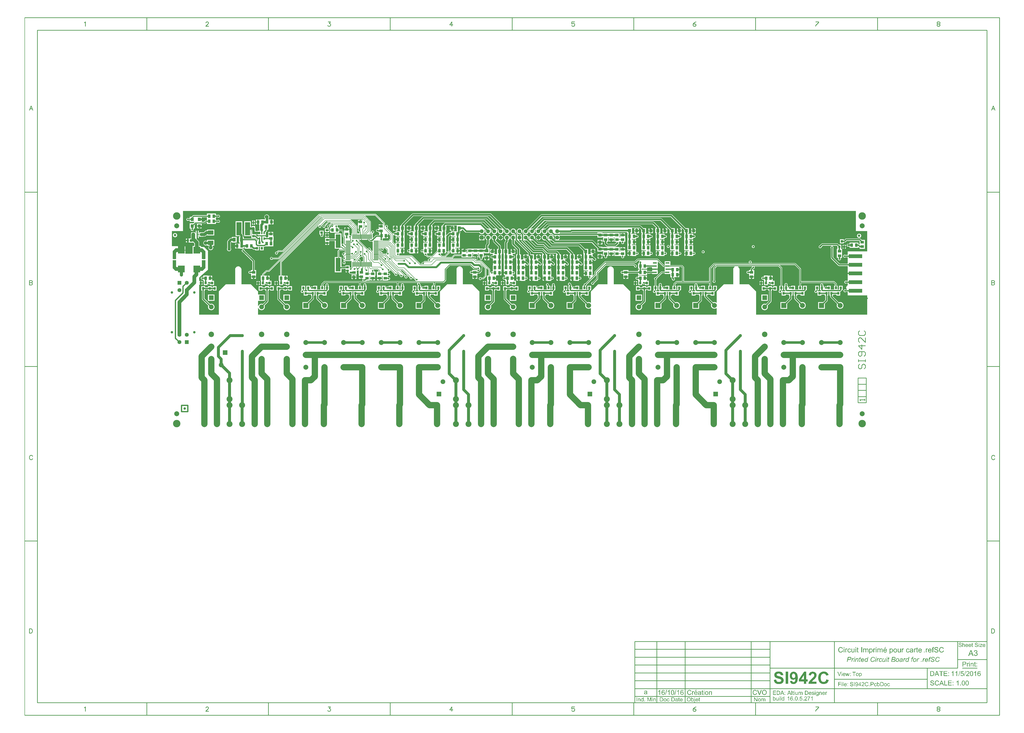
<source format=gtl>
G04 Layer_Physical_Order=1*
G04 Layer_Color=255*
%FSLAX25Y25*%
%MOIN*%
G70*
G01*
G75*
%ADD10C,0.03937*%
%ADD11R,0.04700X0.06300*%
%ADD12R,0.07874X0.20866*%
%ADD13R,0.02400X0.05000*%
%ADD14R,0.07700X0.21600*%
%ADD15R,0.08600X0.06600*%
%ADD16R,0.05700X0.04300*%
%ADD17R,0.04000X0.04000*%
%ADD18R,0.02400X0.10600*%
%ADD19R,0.06300X0.02400*%
%ADD20R,0.02400X0.04400*%
%ADD21R,0.01300X0.07500*%
%ADD22R,0.07500X0.01300*%
%ADD23R,0.04000X0.03200*%
%ADD24R,0.04000X0.03400*%
%ADD25R,0.05512X0.05118*%
%ADD26R,0.21654X0.06299*%
%ADD27R,0.04300X0.05700*%
%ADD28R,0.03500X0.04000*%
%ADD29R,0.10630X0.10630*%
%ADD30R,0.04000X0.03500*%
%ADD31C,0.02000*%
%ADD32R,0.03400X0.04000*%
%ADD33R,0.03200X0.04000*%
%ADD34R,0.05118X0.05512*%
%ADD35C,0.02500*%
%ADD36C,0.00800*%
%ADD37C,0.02000*%
%ADD38C,0.00799*%
%ADD39C,0.05000*%
%ADD40C,0.03000*%
%ADD41C,0.01200*%
%ADD42C,0.04000*%
%ADD43C,0.01000*%
%ADD44C,0.02106*%
%ADD45C,0.04500*%
%ADD46C,0.10000*%
%ADD47C,0.01500*%
%ADD48C,0.06000*%
%ADD49C,0.03937*%
%ADD50C,0.04937*%
%ADD51C,0.01969*%
%ADD52R,0.10500X0.13000*%
%ADD53C,0.00500*%
%ADD54R,0.07500X0.07500*%
%ADD55C,0.07500*%
%ADD56C,0.06299*%
%ADD57R,0.06299X0.06299*%
%ADD58C,0.09500*%
%ADD59R,0.07874X0.07874*%
%ADD60C,0.07874*%
%ADD61C,0.08661*%
%ADD62R,0.07480X0.07480*%
%ADD63C,0.07480*%
%ADD64C,0.11811*%
%ADD65C,0.07874*%
%ADD66C,0.02900*%
%ADD67C,0.05000*%
%ADD68C,0.06000*%
G36*
X316040Y294248D02*
Y293250D01*
X313100D01*
Y290100D01*
X312500D01*
Y289500D01*
X308650D01*
Y286950D01*
X308650D01*
X308462Y286428D01*
X308272D01*
Y285729D01*
X307672Y285408D01*
X307373Y285608D01*
X306500Y285781D01*
X305627Y285608D01*
X304887Y285113D01*
X304392Y284373D01*
X304219Y283500D01*
X304392Y282627D01*
X304887Y281887D01*
X305627Y281392D01*
X306356Y281247D01*
X306403Y281216D01*
X307100Y281078D01*
X307100Y281078D01*
X308272D01*
Y279372D01*
X308832D01*
X309372Y279228D01*
Y276320D01*
X305130D01*
X304433Y276181D01*
X303841Y275786D01*
X303841Y275786D01*
X299491Y271436D01*
X298937Y271665D01*
Y278667D01*
X299000Y278719D01*
X299873Y278892D01*
X300613Y279387D01*
X301108Y280127D01*
X301281Y281000D01*
X301108Y281873D01*
X300613Y282613D01*
X299873Y283108D01*
X299000Y283281D01*
X298127Y283108D01*
X297387Y282613D01*
X296892Y281873D01*
X296751Y281161D01*
X296151Y281220D01*
Y297060D01*
X296151Y297060D01*
X296059Y297523D01*
X295796Y297916D01*
X286977Y306735D01*
X287207Y307289D01*
X302998D01*
X316040Y294248D01*
D02*
G37*
G36*
X485125Y286524D02*
X484783Y286041D01*
X483682Y286498D01*
X482500Y286653D01*
X481318Y286498D01*
X481112Y286412D01*
X472555Y294969D01*
X471882Y295419D01*
X471087Y295577D01*
X414500D01*
X413705Y295419D01*
X413031Y294969D01*
X413031Y294969D01*
X410740Y292678D01*
X410289Y292004D01*
X410131Y291209D01*
Y291134D01*
X408272D01*
Y282866D01*
X409497D01*
X409745Y282266D01*
X409707Y282228D01*
X408572Y282228D01*
X407972Y282228D01*
X401372D01*
Y280332D01*
X400000D01*
X399108Y280155D01*
X398351Y279649D01*
X397845Y278892D01*
X397668Y278000D01*
X397845Y277108D01*
X398351Y276351D01*
X399108Y275845D01*
X400000Y275668D01*
X401372D01*
Y273772D01*
X407972D01*
X408460Y273772D01*
X408500Y273172D01*
X408118Y272875D01*
X408050Y272850D01*
X407972Y272850D01*
X405500D01*
Y269000D01*
Y265150D01*
X407972D01*
X408050Y265150D01*
X408118Y265125D01*
X408500Y264828D01*
X408460Y264228D01*
X407972Y264228D01*
X401372D01*
Y255772D01*
X401372D01*
Y255228D01*
X401372D01*
Y251084D01*
X393498Y243211D01*
X387001D01*
X385187Y245025D01*
X385281Y245500D01*
X385148Y246172D01*
X385508Y246772D01*
X386428D01*
Y246962D01*
X386950Y247150D01*
X387028Y247150D01*
X389500D01*
Y251000D01*
Y254850D01*
X387028D01*
X386950Y254850D01*
X386882Y254875D01*
X386500Y255172D01*
X386540Y255772D01*
X387028Y255772D01*
X393628D01*
Y264228D01*
X393628D01*
Y264772D01*
X393628D01*
Y273228D01*
X393628D01*
Y273772D01*
X393628D01*
Y282228D01*
X392286D01*
Y282866D01*
X394146D01*
Y291134D01*
X393356D01*
X393126Y291688D01*
X397860Y296423D01*
X475226D01*
X485125Y286524D01*
D02*
G37*
G36*
X505125D02*
X504783Y286041D01*
X503682Y286498D01*
X502500Y286653D01*
X501318Y286498D01*
X501112Y286412D01*
X482555Y304969D01*
X481882Y305419D01*
X481087Y305577D01*
X379500D01*
X379500Y305577D01*
X378705Y305419D01*
X378031Y304969D01*
X378031Y304969D01*
X366740Y293678D01*
X366289Y293004D01*
X366131Y292209D01*
Y291134D01*
X364272D01*
Y282866D01*
X365497D01*
X365745Y282266D01*
X365707Y282228D01*
X364572Y282228D01*
X363972Y282228D01*
X357372D01*
Y280440D01*
X356772Y280128D01*
X356000Y280281D01*
X355127Y280108D01*
X354387Y279613D01*
X353892Y278873D01*
X353719Y278000D01*
X353892Y277127D01*
X354387Y276387D01*
X355127Y275892D01*
X356000Y275719D01*
X356772Y275872D01*
X357372Y275560D01*
Y273772D01*
X363972D01*
X364460Y273772D01*
X364500Y273172D01*
X364118Y272875D01*
X364050Y272850D01*
X363972Y272850D01*
X361500D01*
Y269000D01*
Y265150D01*
X363972D01*
X364050Y265150D01*
X364118Y265125D01*
X364500Y264828D01*
X364460Y264228D01*
X363972Y264228D01*
X357372D01*
Y255772D01*
X357372D01*
Y255228D01*
X357372D01*
Y253440D01*
X356772Y253128D01*
X356000Y253281D01*
X355127Y253108D01*
X354387Y252613D01*
X353892Y251873D01*
X353719Y251000D01*
X353892Y250127D01*
X354387Y249387D01*
X355127Y248892D01*
X356000Y248719D01*
X356772Y248872D01*
X357372Y248560D01*
Y246772D01*
X364428D01*
Y246962D01*
X364950Y247150D01*
X365028Y247150D01*
X367500D01*
Y251000D01*
Y254850D01*
X365028D01*
X364950Y254850D01*
X364882Y254875D01*
X364500Y255172D01*
X364540Y255772D01*
X365028Y255772D01*
X371628D01*
Y264228D01*
X371628D01*
Y264772D01*
X371628D01*
Y273228D01*
X371628D01*
Y273772D01*
X371628D01*
Y282228D01*
X370286D01*
Y282866D01*
X372146D01*
Y291134D01*
X370920D01*
X370672Y291734D01*
X380360Y301423D01*
X480226D01*
X495125Y286524D01*
X494783Y286041D01*
X493682Y286498D01*
X492500Y286653D01*
X491318Y286498D01*
X491112Y286412D01*
X477556Y299969D01*
X476882Y300419D01*
X476087Y300577D01*
X397000D01*
X397000Y300577D01*
X396205Y300419D01*
X395531Y299969D01*
X395531Y299969D01*
X388740Y293178D01*
X388289Y292504D01*
X388131Y291709D01*
Y291134D01*
X386272D01*
Y282866D01*
X387497D01*
X387745Y282266D01*
X387707Y282228D01*
X386572Y282228D01*
X385972Y282228D01*
X379372D01*
Y280440D01*
X378772Y280128D01*
X378000Y280281D01*
X377127Y280108D01*
X376387Y279613D01*
X375892Y278873D01*
X375719Y278000D01*
X375892Y277127D01*
X376387Y276387D01*
X377127Y275892D01*
X378000Y275719D01*
X378772Y275872D01*
X379372Y275560D01*
Y273772D01*
X385972D01*
X386460Y273772D01*
X386500Y273172D01*
X386118Y272875D01*
X386050Y272850D01*
X385972Y272850D01*
X383500D01*
Y269000D01*
Y265150D01*
X385972D01*
X386050Y265150D01*
X386118Y265125D01*
X386500Y264828D01*
X386460Y264228D01*
X385972Y264228D01*
X379372D01*
Y255772D01*
X379372D01*
Y255228D01*
X379372D01*
Y253162D01*
X378772Y252841D01*
X378373Y253108D01*
X377500Y253281D01*
X376627Y253108D01*
X375887Y252613D01*
X375392Y251873D01*
X375219Y251000D01*
X375392Y250127D01*
X375887Y249387D01*
X376627Y248892D01*
X377500Y248719D01*
X378373Y248892D01*
X378772Y249159D01*
X379372Y248838D01*
Y246772D01*
X380492D01*
X380852Y246172D01*
X380719Y245500D01*
X380892Y244627D01*
X381387Y243887D01*
X382127Y243392D01*
X383000Y243219D01*
X383475Y243313D01*
X385644Y241144D01*
X385644Y241144D01*
X386037Y240881D01*
X386500Y240789D01*
X386500Y240789D01*
X390793D01*
X391023Y240235D01*
X389475Y238687D01*
X389000Y238781D01*
X388127Y238608D01*
X387387Y238113D01*
X386892Y237373D01*
X386719Y236500D01*
X386892Y235627D01*
X387104Y235311D01*
X386783Y234711D01*
X381500D01*
X381037Y234618D01*
X380644Y234356D01*
X380644Y234356D01*
X379475Y233187D01*
X379000Y233281D01*
X378127Y233108D01*
X377387Y232613D01*
X376892Y231873D01*
X376719Y231000D01*
X376856Y230311D01*
X376504Y229711D01*
X375501D01*
X361856Y243356D01*
X361463Y243618D01*
X361000Y243711D01*
X361000Y243711D01*
X341217D01*
X340896Y244311D01*
X341108Y244627D01*
X341281Y245500D01*
X341148Y246172D01*
X341508Y246772D01*
X342428D01*
Y246962D01*
X342950Y247150D01*
X343028Y247150D01*
X345500D01*
Y251000D01*
Y254850D01*
X343028D01*
X342950Y254850D01*
X342882Y254875D01*
X342500Y255172D01*
X342540Y255772D01*
X343028Y255772D01*
X349628D01*
Y264228D01*
X349628D01*
Y264772D01*
X349628D01*
Y273228D01*
X349628D01*
Y273772D01*
X349628D01*
Y282228D01*
X348286D01*
Y282866D01*
X350146D01*
Y291134D01*
X349356D01*
X349126Y291688D01*
X363861Y306423D01*
X485226D01*
X505125Y286524D01*
D02*
G37*
G36*
X432772Y291134D02*
X432772Y290823D01*
Y282866D01*
X433923D01*
Y282228D01*
X431028D01*
X430572Y282228D01*
X429972Y282228D01*
X423372D01*
Y280332D01*
X421500D01*
X420608Y280155D01*
X419851Y279649D01*
X416228Y276026D01*
X415628Y276275D01*
Y282228D01*
X414286D01*
Y282866D01*
X416146D01*
Y291134D01*
X416626Y291423D01*
X432291D01*
X432772Y291134D01*
D02*
G37*
G36*
X283500Y300788D02*
X283249Y300190D01*
X280245D01*
Y297040D01*
X279645D01*
Y296440D01*
X275795D01*
Y293890D01*
X275795D01*
X275607Y293368D01*
X275417D01*
Y286312D01*
X276308D01*
Y284797D01*
X276022Y284370D01*
X275849Y283497D01*
X276022Y282624D01*
X276517Y281884D01*
X276921Y281614D01*
X277202Y281194D01*
X277880Y280516D01*
Y278740D01*
X274497D01*
Y289713D01*
X274405Y290177D01*
X274143Y290569D01*
X274143Y290569D01*
X264356Y300356D01*
X263963Y300619D01*
X263607Y300689D01*
X263666Y301289D01*
X282998D01*
X283500Y300788D01*
D02*
G37*
G36*
X1067500Y282500D02*
X1085461D01*
Y250000D01*
X1054331D01*
Y244381D01*
X1050616D01*
X1050189Y244667D01*
X1049316Y244840D01*
X1048443Y244667D01*
X1047703Y244172D01*
X1047208Y243432D01*
X1047035Y242559D01*
X1047208Y241686D01*
X1047703Y240946D01*
X1048443Y240451D01*
X1049316Y240278D01*
X1050189Y240451D01*
X1050616Y240737D01*
X1054331D01*
Y230602D01*
X1041380D01*
X1031197Y240784D01*
Y255063D01*
X1031508Y255527D01*
X1031681Y256400D01*
X1031508Y257273D01*
X1031013Y258013D01*
X1030273Y258508D01*
X1029921Y258578D01*
X1029980Y259178D01*
X1036862D01*
X1038183Y257856D01*
Y254166D01*
X1037651Y254003D01*
X1037022D01*
Y247403D01*
X1037022Y246947D01*
X1037022Y246347D01*
Y239747D01*
X1038921D01*
X1039242Y239147D01*
X1039142Y238998D01*
X1038969Y238125D01*
X1039142Y237252D01*
X1039637Y236512D01*
X1040377Y236017D01*
X1041250Y235844D01*
X1042123Y236017D01*
X1042863Y236512D01*
X1043358Y237252D01*
X1043531Y238125D01*
X1043358Y238998D01*
X1043258Y239147D01*
X1043579Y239747D01*
X1045478D01*
Y246347D01*
X1045478Y246803D01*
X1045478Y247403D01*
Y254003D01*
X1044672D01*
X1044139Y254166D01*
Y260922D01*
X1040272D01*
X1038906Y262289D01*
X1038315Y262684D01*
X1037617Y262822D01*
X1037617Y262822D01*
X1014000D01*
X1014000Y262822D01*
X1013303Y262684D01*
X1012711Y262289D01*
X1012711Y262289D01*
X1010130Y259708D01*
X1009627Y259608D01*
X1008887Y259113D01*
X1008392Y258373D01*
X1008219Y257500D01*
X1008392Y256627D01*
X1008887Y255887D01*
X1009627Y255392D01*
X1010500Y255219D01*
X1011373Y255392D01*
X1012113Y255887D01*
X1012608Y256627D01*
X1012708Y257130D01*
X1014755Y259178D01*
X1028820D01*
X1028879Y258578D01*
X1028527Y258508D01*
X1027787Y258013D01*
X1027292Y257273D01*
X1027119Y256400D01*
X1027292Y255527D01*
X1027553Y255138D01*
Y240030D01*
X1027553Y240030D01*
X1027691Y239332D01*
X1028086Y238741D01*
X1039336Y227491D01*
X1039336Y227491D01*
X1039928Y227096D01*
X1040625Y226957D01*
X1054331D01*
Y203043D01*
X1052594D01*
X1052123Y203358D01*
X1051250Y203531D01*
X1050377Y203358D01*
X1049637Y202863D01*
X1049142Y202123D01*
X1048969Y201250D01*
X1049142Y200377D01*
X1049637Y199637D01*
X1050377Y199142D01*
X1051250Y198969D01*
X1052123Y199142D01*
X1052506Y199398D01*
X1054331D01*
Y196155D01*
X1054019Y196026D01*
X1053190Y195389D01*
X1052554Y194560D01*
X1052154Y193595D01*
X1052017Y192559D01*
X1052154Y191523D01*
X1052554Y190558D01*
X1053041Y189922D01*
X1052785Y189322D01*
X1051300D01*
X1050873Y189608D01*
X1050000Y189781D01*
X1049127Y189608D01*
X1048387Y189113D01*
X1047892Y188373D01*
X1047719Y187500D01*
X1047892Y186627D01*
X1048387Y185887D01*
X1049127Y185392D01*
X1050000Y185219D01*
X1050873Y185392D01*
X1051300Y185678D01*
X1054331D01*
Y180000D01*
X1085461D01*
Y149375D01*
X908746D01*
Y186181D01*
X897250Y197677D01*
X882214D01*
Y221378D01*
X882045Y222663D01*
X881549Y223860D01*
X880760Y224888D01*
X879981Y225485D01*
X880185Y226085D01*
X901932D01*
X902215Y225556D01*
X902092Y225373D01*
X901992Y224870D01*
X900191Y223068D01*
X899796Y222477D01*
X899657Y221780D01*
X899657Y221780D01*
Y220403D01*
X897252D01*
Y219254D01*
X896652Y218933D01*
X896578Y218983D01*
X895705Y219156D01*
X894832Y218983D01*
X894092Y218488D01*
X893597Y217748D01*
X893423Y216875D01*
X893597Y216002D01*
X894092Y215262D01*
X894832Y214767D01*
X895705Y214594D01*
X896578Y214767D01*
X896652Y214817D01*
X897252Y214496D01*
Y213347D01*
X897441D01*
X897630Y212825D01*
X897630Y212747D01*
Y210275D01*
X901480D01*
X905330D01*
Y212747D01*
X905330Y212825D01*
X905518Y213347D01*
X905708D01*
Y220403D01*
X903302D01*
Y221025D01*
X904570Y222292D01*
X905073Y222392D01*
X905813Y222887D01*
X906308Y223627D01*
X906481Y224500D01*
X906308Y225373D01*
X906185Y225556D01*
X906468Y226085D01*
X944414D01*
X947247Y223253D01*
Y195386D01*
X945683D01*
Y188630D01*
X945414Y188142D01*
X945262Y188040D01*
X944767Y187300D01*
X944594Y186427D01*
X944767Y185554D01*
X945262Y184814D01*
X946002Y184320D01*
X946875Y184146D01*
X947748Y184320D01*
X948488Y184814D01*
X948822Y185314D01*
X949422Y185132D01*
Y179969D01*
X955578D01*
Y181524D01*
X960684D01*
Y179969D01*
X961839D01*
Y175952D01*
X955474Y169587D01*
X947421D01*
Y158957D01*
X958051D01*
Y167009D01*
X964950Y173908D01*
X964950Y173908D01*
X965345Y174499D01*
X965484Y175197D01*
X965484Y175197D01*
Y179969D01*
X966639D01*
Y185855D01*
X968361D01*
Y179969D01*
X969516D01*
Y175197D01*
X969516Y175197D01*
X969655Y174499D01*
X970050Y173908D01*
X977441Y166517D01*
X977086Y165659D01*
X976903Y164272D01*
X977086Y162884D01*
X977621Y161591D01*
X978473Y160481D01*
X979583Y159629D01*
X980876Y159093D01*
X982264Y158911D01*
X983651Y159093D01*
X984944Y159629D01*
X986054Y160481D01*
X986906Y161591D01*
X987442Y162884D01*
X987625Y164272D01*
X987442Y165659D01*
X986906Y166952D01*
X986054Y168062D01*
X984944Y168914D01*
X983651Y169450D01*
X982264Y169632D01*
X980876Y169450D01*
X980018Y169094D01*
X973161Y175952D01*
Y179969D01*
X974317D01*
Y181524D01*
X979422D01*
Y179969D01*
X985578D01*
Y185934D01*
X985875Y185994D01*
X986466Y186389D01*
X987627Y187550D01*
X987627Y187550D01*
X988022Y188141D01*
X988120Y188630D01*
X989316D01*
Y195386D01*
X983361D01*
Y189500D01*
X981639D01*
Y195386D01*
X980076D01*
Y199835D01*
X1031914D01*
X1034122Y197628D01*
Y195386D01*
X1032559D01*
Y189500D01*
X1027453D01*
Y195386D01*
X1021297D01*
Y194155D01*
X1019893D01*
X1019848Y194185D01*
X1018975Y194358D01*
X1018102Y194185D01*
X1017362Y193690D01*
X1016867Y192950D01*
X1016792Y192569D01*
X1016191Y192628D01*
Y195386D01*
X1015543D01*
X1015222Y195986D01*
X1015233Y196002D01*
X1015406Y196875D01*
X1015233Y197748D01*
X1014738Y198488D01*
X1013998Y198983D01*
X1013125Y199156D01*
X1012252Y198983D01*
X1011512Y198488D01*
X1011017Y197748D01*
X1010844Y196875D01*
X1011017Y196002D01*
X1011028Y195986D01*
X1010707Y195386D01*
X1010236D01*
Y188630D01*
X1011433D01*
X1011530Y188141D01*
X1011925Y187550D01*
X1012150Y187324D01*
X1011902Y186724D01*
X1006896D01*
X1006731Y186949D01*
X1006611Y187324D01*
X1006843Y187672D01*
X1006951Y188214D01*
Y188630D01*
X1008514D01*
Y195386D01*
X1002559D01*
Y188630D01*
X1002289Y188142D01*
X1002137Y188040D01*
X1001642Y187300D01*
X1001469Y186427D01*
X1001642Y185554D01*
X1002137Y184814D01*
X1002877Y184320D01*
X1003750Y184146D01*
X1004623Y184320D01*
X1005363Y184814D01*
X1005697Y185314D01*
X1006297Y185132D01*
Y179969D01*
X1012453D01*
Y181524D01*
X1017558D01*
Y179969D01*
X1018714D01*
Y172827D01*
X1015474Y169587D01*
X1007421D01*
Y158957D01*
X1018051D01*
Y167009D01*
X1021825Y170783D01*
X1021825Y170783D01*
X1022220Y171374D01*
X1022359Y172072D01*
X1022359Y172072D01*
Y179969D01*
X1023514D01*
Y185855D01*
X1025236D01*
Y179969D01*
X1026391D01*
Y178322D01*
X1026391Y178322D01*
X1026530Y177624D01*
X1026925Y177033D01*
X1037441Y166517D01*
X1037086Y165659D01*
X1036903Y164272D01*
X1037086Y162884D01*
X1037621Y161591D01*
X1038473Y160481D01*
X1039583Y159629D01*
X1040876Y159093D01*
X1042264Y158911D01*
X1043651Y159093D01*
X1044944Y159629D01*
X1046054Y160481D01*
X1046906Y161591D01*
X1047442Y162884D01*
X1047625Y164272D01*
X1047442Y165659D01*
X1046906Y166952D01*
X1046054Y168062D01*
X1044944Y168914D01*
X1043651Y169450D01*
X1042264Y169632D01*
X1040876Y169450D01*
X1040018Y169094D01*
X1030036Y179077D01*
Y179969D01*
X1031192D01*
Y181524D01*
X1036297D01*
Y179969D01*
X1042453D01*
Y185934D01*
X1042750Y185994D01*
X1043341Y186389D01*
X1044502Y187550D01*
X1044502Y187550D01*
X1044897Y188141D01*
X1044995Y188630D01*
X1046192D01*
Y195386D01*
X1040236D01*
Y189500D01*
X1038514D01*
Y195386D01*
X1036951D01*
Y198214D01*
X1036843Y198755D01*
X1036537Y199214D01*
X1033500Y202250D01*
X1033041Y202557D01*
X1032500Y202665D01*
X980076D01*
Y221964D01*
X979968Y222505D01*
X979662Y222964D01*
X971625Y231000D01*
X971166Y231307D01*
X970625Y231415D01*
X901620D01*
X901299Y232015D01*
X901508Y232327D01*
X901681Y233200D01*
X901508Y234073D01*
X901013Y234813D01*
X900273Y235308D01*
X899400Y235481D01*
X898527Y235308D01*
X897787Y234813D01*
X897292Y234073D01*
X897119Y233200D01*
X897292Y232327D01*
X897501Y232015D01*
X897180Y231415D01*
X841875D01*
X841334Y231307D01*
X840875Y231000D01*
X834536Y224662D01*
X834229Y224203D01*
X834122Y223661D01*
Y202665D01*
X793915D01*
Y225000D01*
X793807Y225541D01*
X793500Y226000D01*
X791625Y227875D01*
X791166Y228182D01*
X790625Y228290D01*
X772278D01*
Y234391D01*
X763222D01*
Y228290D01*
X762461D01*
X752750Y238000D01*
X752291Y238307D01*
X751750Y238415D01*
X720500D01*
X719959Y238307D01*
X719500Y238000D01*
X716039Y234540D01*
X669125D01*
X668584Y234432D01*
X668125Y234125D01*
X652000Y218000D01*
X651693Y217541D01*
X651585Y217000D01*
Y213763D01*
X649182Y211360D01*
X648628Y211590D01*
Y219228D01*
X648628D01*
Y219772D01*
X648628D01*
X648628Y228228D01*
X648250Y228671D01*
X648250Y228828D01*
Y231900D01*
X645100D01*
Y232500D01*
X644500D01*
Y236350D01*
X642028D01*
X641950Y236350D01*
X641882Y236375D01*
X641500Y236672D01*
X641540Y237272D01*
X642028Y237272D01*
X648628D01*
Y237272D01*
X649096Y237466D01*
X649882Y236680D01*
X649892Y236627D01*
X650387Y235887D01*
X651127Y235392D01*
X652000Y235219D01*
X652873Y235392D01*
X653613Y235887D01*
X654108Y236627D01*
X654281Y237500D01*
X654108Y238373D01*
X653613Y239113D01*
X652873Y239608D01*
X652820Y239618D01*
X650469Y241969D01*
X649795Y242419D01*
X649000Y242577D01*
X648628D01*
Y245644D01*
X648628Y245728D01*
X648830Y246244D01*
X652768D01*
Y249400D01*
X645650D01*
Y246328D01*
X645650Y246244D01*
X645447Y245728D01*
X642271D01*
X641728Y245866D01*
X641728Y246152D01*
Y254134D01*
X636595D01*
X628760Y261969D01*
X628086Y262419D01*
X627291Y262577D01*
X584947D01*
X579875Y267650D01*
X580217Y268132D01*
X581318Y267676D01*
X582500Y267520D01*
X583682Y267676D01*
X583888Y267761D01*
X587118Y264531D01*
X587118Y264531D01*
X587792Y264081D01*
X588587Y263923D01*
X588587Y263923D01*
X647348D01*
X656366Y254905D01*
Y249772D01*
X664634D01*
Y250997D01*
X665234Y251245D01*
X665272Y251207D01*
X665272Y250072D01*
X665272Y249472D01*
Y242872D01*
X667060D01*
X667372Y242272D01*
X667219Y241500D01*
X667392Y240627D01*
X667887Y239887D01*
X668627Y239392D01*
X669500Y239219D01*
X670373Y239392D01*
X671113Y239887D01*
X671608Y240627D01*
X671781Y241500D01*
X671628Y242272D01*
X671940Y242872D01*
X673728D01*
Y249472D01*
X673728Y249960D01*
X674328Y250000D01*
X674625Y249618D01*
X674650Y249550D01*
X674650Y249472D01*
Y247000D01*
X678500D01*
X682350D01*
Y249472D01*
X682350Y249550D01*
X682375Y249618D01*
X682672Y250000D01*
X683272Y249960D01*
X683272Y249472D01*
Y242872D01*
X691728D01*
Y242872D01*
X692272D01*
Y242872D01*
X694060D01*
X694372Y242272D01*
X694219Y241500D01*
X694392Y240627D01*
X694887Y239887D01*
X695627Y239392D01*
X696500Y239219D01*
X697373Y239392D01*
X698113Y239887D01*
X698608Y240627D01*
X698781Y241500D01*
X698628Y242272D01*
X698940Y242872D01*
X700728D01*
Y249928D01*
X700538D01*
X700350Y250450D01*
X700350Y250528D01*
Y253000D01*
X696500D01*
X692650D01*
Y250528D01*
X692650Y250450D01*
X692625Y250382D01*
X692328Y250000D01*
X691728Y250040D01*
X691728Y250528D01*
Y257128D01*
X683272D01*
Y257128D01*
X682728D01*
Y257128D01*
X674272D01*
Y257128D01*
X673728D01*
Y257128D01*
X665272D01*
Y255786D01*
X664634D01*
Y257646D01*
X659501D01*
X656352Y260795D01*
X656763Y261232D01*
X657336Y261232D01*
X659900D01*
Y264191D01*
X656744D01*
Y261832D01*
X656744Y261251D01*
X656307Y260840D01*
X649678Y267469D01*
X649004Y267919D01*
X648209Y268077D01*
X595077D01*
X594873Y268677D01*
X595460Y269127D01*
X596125Y269994D01*
X596543Y271003D01*
X596606Y271487D01*
X588394D01*
X588457Y271003D01*
X588875Y269994D01*
X589540Y269127D01*
X589927Y268830D01*
X589747Y268212D01*
X589362Y268163D01*
X586826Y270699D01*
X586911Y270905D01*
X587067Y272087D01*
X586911Y273269D01*
X586455Y274370D01*
X585729Y275316D01*
X584783Y276041D01*
X583682Y276498D01*
X582500Y276653D01*
X581318Y276498D01*
X580217Y276041D01*
X579271Y275316D01*
X578545Y274370D01*
X578089Y273269D01*
X577933Y272087D01*
X578089Y270905D01*
X578545Y269803D01*
X578063Y269461D01*
X576826Y270699D01*
X576911Y270905D01*
X577067Y272087D01*
X576911Y273269D01*
X576455Y274370D01*
X575729Y275316D01*
X574783Y276041D01*
X573682Y276498D01*
X572500Y276653D01*
X571318Y276498D01*
X570217Y276041D01*
X569271Y275316D01*
X568545Y274370D01*
X568089Y273269D01*
X567933Y272087D01*
X568089Y270905D01*
X568545Y269803D01*
X569271Y268858D01*
X570217Y268132D01*
X571318Y267676D01*
X572500Y267520D01*
X573682Y267676D01*
X573888Y267761D01*
X582618Y259031D01*
X583292Y258581D01*
X584087Y258423D01*
X626431D01*
X633854Y250999D01*
Y245866D01*
X634372Y245728D01*
Y237272D01*
X634372D01*
Y236728D01*
X634372D01*
Y228272D01*
X634372D01*
Y228228D01*
X634372D01*
Y219772D01*
X640972D01*
X641460Y219772D01*
X641500Y219172D01*
X641118Y218875D01*
X641050Y218850D01*
X640972Y218850D01*
X638500D01*
Y215000D01*
Y211150D01*
X640972D01*
X641050Y211150D01*
X641118Y211125D01*
X641572Y210772D01*
X641572D01*
X641853Y210172D01*
X641719Y209500D01*
X641892Y208627D01*
X642387Y207887D01*
X643127Y207392D01*
X644000Y207219D01*
X644240Y207267D01*
X644536Y206714D01*
X637109Y199287D01*
X636875Y199333D01*
X636002Y199160D01*
X635262Y198665D01*
X634767Y197925D01*
X634594Y197052D01*
X634640Y196818D01*
X634536Y196714D01*
X634230Y196255D01*
X634122Y195714D01*
Y195386D01*
X632558D01*
Y189500D01*
X627453D01*
Y195386D01*
X621297D01*
Y194155D01*
X619893D01*
X619848Y194185D01*
X618975Y194358D01*
X618102Y194185D01*
X617362Y193690D01*
X616867Y192950D01*
X616791Y192569D01*
X616191Y192628D01*
Y195386D01*
X615036D01*
Y196964D01*
X615036Y196964D01*
X614897Y197661D01*
X614502Y198252D01*
X614502Y198252D01*
X614083Y198672D01*
X613983Y199175D01*
X613488Y199915D01*
X612748Y200410D01*
X611875Y200583D01*
X611002Y200410D01*
X610262Y199915D01*
X609767Y199175D01*
X609594Y198302D01*
X609767Y197429D01*
X610262Y196689D01*
X611002Y196195D01*
X611391Y196117D01*
Y195386D01*
X610236D01*
Y188630D01*
X611433D01*
X611530Y188141D01*
X611925Y187550D01*
X612150Y187324D01*
X611902Y186724D01*
X606896D01*
X606731Y186949D01*
X606611Y187324D01*
X606843Y187672D01*
X606951Y188214D01*
Y188630D01*
X608514D01*
Y195386D01*
X602559D01*
Y188630D01*
X602289Y188142D01*
X602137Y188040D01*
X601642Y187300D01*
X601469Y186427D01*
X601642Y185554D01*
X602137Y184814D01*
X602877Y184320D01*
X603750Y184146D01*
X604623Y184320D01*
X605363Y184814D01*
X605697Y185314D01*
X606297Y185132D01*
Y179969D01*
X612453D01*
Y181524D01*
X617558D01*
Y179969D01*
X618714D01*
Y172827D01*
X615474Y169587D01*
X607421D01*
Y158957D01*
X618051D01*
Y167009D01*
X621825Y170783D01*
X621825Y170783D01*
X622220Y171374D01*
X622359Y172072D01*
X622359Y172072D01*
Y179969D01*
X623514D01*
Y185855D01*
X625236D01*
Y179969D01*
X626391D01*
Y178322D01*
X626391Y178322D01*
X626530Y177624D01*
X626925Y177033D01*
X637441Y166517D01*
X637086Y165659D01*
X636903Y164272D01*
X637086Y162884D01*
X637621Y161591D01*
X638473Y160481D01*
X639583Y159629D01*
X640876Y159093D01*
X642264Y158911D01*
X643651Y159093D01*
X644944Y159629D01*
X645548Y160092D01*
X646148Y159796D01*
Y149375D01*
X468746D01*
Y186181D01*
X457250Y197677D01*
X442214D01*
Y221378D01*
X442045Y222663D01*
X441549Y223860D01*
X440760Y224888D01*
X439732Y225677D01*
X438535Y226173D01*
X437250Y226342D01*
X435965Y226173D01*
X434768Y225677D01*
X433740Y224888D01*
X432951Y223860D01*
X432455Y222663D01*
X432286Y221378D01*
Y197677D01*
X417250D01*
X406148Y186575D01*
Y168747D01*
X405548Y168451D01*
X404944Y168914D01*
X403651Y169450D01*
X402264Y169632D01*
X400876Y169450D01*
X400018Y169094D01*
X390036Y179077D01*
Y179969D01*
X391192D01*
Y181524D01*
X396297D01*
Y179969D01*
X402453D01*
Y185934D01*
X402750Y185994D01*
X403341Y186389D01*
X404502Y187550D01*
X404502Y187550D01*
X404897Y188141D01*
X404994Y188630D01*
X406191D01*
Y195386D01*
X400236D01*
Y189500D01*
X398514D01*
Y195386D01*
X397993D01*
X397763Y195940D01*
X397875Y196052D01*
X398182Y196511D01*
X398290Y197052D01*
Y200013D01*
X411427D01*
X411969Y200120D01*
X412427Y200427D01*
X415375Y203375D01*
X415682Y203834D01*
X415790Y204375D01*
Y221289D01*
X421836Y227335D01*
X454414D01*
X459625Y222125D01*
X460084Y221818D01*
X460625Y221710D01*
X465129D01*
X465262Y221512D01*
X466002Y221017D01*
X466875Y220844D01*
X467748Y221017D01*
X468488Y221512D01*
X468578Y221646D01*
X469178Y221464D01*
Y220130D01*
X467745Y218697D01*
X465708D01*
Y220403D01*
X457252D01*
Y219254D01*
X456652Y218933D01*
X456578Y218983D01*
X455705Y219156D01*
X454832Y218983D01*
X454092Y218488D01*
X453597Y217748D01*
X453424Y216875D01*
X453597Y216002D01*
X454092Y215262D01*
X454832Y214767D01*
X455705Y214594D01*
X456578Y214767D01*
X456652Y214817D01*
X457252Y214496D01*
Y213347D01*
X457442D01*
X457630Y212825D01*
X457630Y212747D01*
Y210275D01*
X461480D01*
X465330D01*
Y212747D01*
X465330Y212825D01*
X465518Y213347D01*
X465708D01*
Y215053D01*
X468500D01*
X468500Y215053D01*
X469197Y215191D01*
X469789Y215586D01*
X472289Y218086D01*
X472289Y218086D01*
X472684Y218678D01*
X472822Y219375D01*
Y223110D01*
X473155Y223607D01*
X473332Y224500D01*
Y225500D01*
X473155Y226393D01*
X472649Y227149D01*
X470008Y229790D01*
X470192Y230455D01*
X470305Y230483D01*
X477289Y223499D01*
Y211502D01*
X473874Y208086D01*
X471882D01*
X471613Y208488D01*
X470873Y208983D01*
X470000Y209156D01*
X469127Y208983D01*
X468387Y208488D01*
X467892Y207748D01*
X467719Y206875D01*
X467892Y206002D01*
X468387Y205262D01*
X469127Y204767D01*
X470000Y204594D01*
X470873Y204767D01*
X471613Y205262D01*
X471882Y205664D01*
X474375D01*
X474375Y205664D01*
X474838Y205756D01*
X475231Y206019D01*
X479356Y210144D01*
X479619Y210537D01*
X479711Y211000D01*
X479711Y211000D01*
Y223229D01*
X480311Y223477D01*
X483314Y220474D01*
Y211728D01*
X480997D01*
Y203272D01*
X481486D01*
Y196578D01*
X487441D01*
Y198722D01*
X488041Y198904D01*
X488387Y198387D01*
X489127Y197892D01*
X490000Y197719D01*
X490873Y197892D01*
X491233Y198133D01*
X491922D01*
Y196578D01*
X498078D01*
Y203334D01*
X495344D01*
X494875Y203650D01*
X494875Y203934D01*
Y206900D01*
X491725D01*
Y208100D01*
X494875D01*
Y211172D01*
X494875Y211350D01*
X495300Y211772D01*
X496928D01*
Y211962D01*
X497450Y212150D01*
X497528Y212150D01*
X500000D01*
Y216000D01*
X500600D01*
Y216600D01*
X503750D01*
Y219672D01*
X503750Y219829D01*
X504128Y220272D01*
X504128Y220293D01*
Y228728D01*
X504128D01*
Y228772D01*
X504128D01*
Y237228D01*
X504128D01*
Y237272D01*
X504128D01*
Y245728D01*
X504646Y245866D01*
Y254134D01*
X502786D01*
Y258291D01*
X502786Y258291D01*
X502628Y259086D01*
X502177Y259760D01*
X494577Y267360D01*
Y268046D01*
X494783Y268132D01*
X495729Y268858D01*
X496455Y269803D01*
X496911Y270905D01*
X497067Y272087D01*
X496911Y273269D01*
X496455Y274370D01*
X495729Y275316D01*
X494783Y276041D01*
X493682Y276498D01*
X492500Y276653D01*
X491318Y276498D01*
X490217Y276041D01*
X489271Y275316D01*
X488545Y274370D01*
X488089Y273269D01*
X487933Y272087D01*
X488089Y270905D01*
X488545Y269803D01*
X489271Y268858D01*
X490217Y268132D01*
X490423Y268046D01*
Y266500D01*
X490581Y265705D01*
X491031Y265031D01*
X498631Y257431D01*
Y254134D01*
X496772D01*
Y246328D01*
X496772Y245866D01*
X496229Y245728D01*
X493053D01*
X492850Y246244D01*
X492850Y246328D01*
Y249400D01*
X489291D01*
X485732D01*
Y246244D01*
X489670D01*
X489872Y245728D01*
X489872Y245644D01*
Y243940D01*
X489272Y243628D01*
X488500Y243781D01*
X487627Y243608D01*
X486887Y243113D01*
X486392Y242373D01*
X486219Y241500D01*
X486392Y240627D01*
X486887Y239887D01*
X487627Y239392D01*
X488500Y239219D01*
X489272Y239372D01*
X489872Y239060D01*
X489872Y237272D01*
X490250Y236829D01*
X490250Y236672D01*
Y233600D01*
X493400D01*
Y232400D01*
X490250D01*
Y229328D01*
X490250Y229171D01*
X489872Y228728D01*
X489872Y228707D01*
Y220272D01*
X489872D01*
Y220228D01*
X489872D01*
Y218440D01*
X489272Y218128D01*
X488500Y218281D01*
X487627Y218108D01*
X486887Y217613D01*
X486392Y216873D01*
X486336Y216588D01*
X485736Y216647D01*
Y220975D01*
X485736Y220975D01*
X485643Y221438D01*
X485381Y221831D01*
X485381Y221831D01*
X471856Y235356D01*
X471463Y235618D01*
X471000Y235711D01*
X471000Y235711D01*
X464501D01*
X463705Y236507D01*
X463900Y236872D01*
Y238400D01*
X462372D01*
X462007Y238205D01*
X461356Y238856D01*
X460963Y239119D01*
X460500Y239211D01*
X460500Y239211D01*
X426707D01*
X426477Y239765D01*
X429401Y242689D01*
X440272D01*
Y240372D01*
X448728D01*
Y240372D01*
X449272D01*
Y240372D01*
X457728D01*
Y246972D01*
X457728Y247460D01*
X458328Y247500D01*
X458625Y247118D01*
X458650Y247050D01*
X458650Y246972D01*
Y244500D01*
X462500D01*
X466350D01*
Y246972D01*
X466350Y247050D01*
X466375Y247118D01*
X466672Y247500D01*
X467272Y247460D01*
X467272Y246972D01*
Y240372D01*
X469060D01*
X469372Y239772D01*
X469219Y239000D01*
X469392Y238127D01*
X469887Y237387D01*
X470627Y236892D01*
X471500Y236719D01*
X472373Y236892D01*
X473113Y237387D01*
X473608Y238127D01*
X473781Y239000D01*
X473628Y239772D01*
X473940Y240372D01*
X475728D01*
Y246972D01*
X475728Y247428D01*
X475728Y248028D01*
Y249131D01*
X476366D01*
Y247272D01*
X484634D01*
Y255146D01*
X482577D01*
Y259139D01*
X483969Y260531D01*
X484419Y261205D01*
X484577Y262000D01*
X484577Y262000D01*
Y268046D01*
X484783Y268132D01*
X485729Y268858D01*
X486455Y269803D01*
X486911Y270905D01*
X487067Y272087D01*
X486911Y273269D01*
X486455Y274370D01*
X485729Y275316D01*
X484783Y276041D01*
X483682Y276498D01*
X482500Y276653D01*
X481318Y276498D01*
X480217Y276041D01*
X479271Y275316D01*
X478545Y274370D01*
X478089Y273269D01*
X477933Y272087D01*
X478089Y270905D01*
X478545Y269803D01*
X479271Y268858D01*
X480217Y268132D01*
X480423Y268046D01*
Y262860D01*
X479031Y261469D01*
X478581Y260795D01*
X478423Y260000D01*
Y255146D01*
X476366D01*
Y253286D01*
X475728D01*
Y254628D01*
X467272D01*
Y254628D01*
X466728D01*
Y254628D01*
X458272D01*
Y254628D01*
X457728D01*
Y254628D01*
X449272D01*
Y248028D01*
X449272Y247540D01*
X448672Y247500D01*
X448375Y247882D01*
X448350Y247950D01*
X448350Y248028D01*
Y250500D01*
X444500D01*
X440650D01*
Y248028D01*
X440650Y247950D01*
X440462Y247428D01*
X440272D01*
Y245111D01*
X428900D01*
X428437Y245019D01*
X428044Y244756D01*
X428044Y244756D01*
X424499Y241211D01*
X415707D01*
X415477Y241765D01*
X422818Y249106D01*
X423372Y248876D01*
Y246772D01*
X430428D01*
Y246962D01*
X430950Y247150D01*
X431028Y247150D01*
X433500D01*
Y251000D01*
Y254850D01*
X431028D01*
X430950Y254850D01*
X430882Y254875D01*
X430500Y255172D01*
X430540Y255772D01*
X431028Y255772D01*
X437628D01*
Y264228D01*
X437628D01*
Y264772D01*
X437628D01*
Y273228D01*
X437628D01*
Y273772D01*
X437628D01*
Y278669D01*
X437919Y279105D01*
X438077Y279900D01*
X438077Y279900D01*
Y282866D01*
X440646D01*
Y284923D01*
X442139D01*
X446445Y280618D01*
X447118Y280167D01*
X447913Y280009D01*
X468460D01*
X468545Y279803D01*
X469271Y278857D01*
X470217Y278132D01*
X471318Y277676D01*
X472500Y277520D01*
X473682Y277676D01*
X474783Y278132D01*
X475729Y278857D01*
X476455Y279803D01*
X476911Y280905D01*
X477067Y282087D01*
X476911Y283268D01*
X476455Y284370D01*
X476937Y284712D01*
X478174Y283474D01*
X478089Y283268D01*
X477933Y282087D01*
X478089Y280905D01*
X478545Y279803D01*
X479271Y278857D01*
X480217Y278132D01*
X481318Y277676D01*
X482500Y277520D01*
X483682Y277676D01*
X484783Y278132D01*
X485729Y278857D01*
X486455Y279803D01*
X486911Y280905D01*
X487067Y282087D01*
X486911Y283268D01*
X486455Y284370D01*
X486937Y284712D01*
X488174Y283474D01*
X488089Y283268D01*
X487933Y282087D01*
X488089Y280905D01*
X488545Y279803D01*
X489271Y278857D01*
X490217Y278132D01*
X491318Y277676D01*
X492500Y277520D01*
X493682Y277676D01*
X494783Y278132D01*
X495729Y278857D01*
X496455Y279803D01*
X496911Y280905D01*
X497067Y282087D01*
X496911Y283268D01*
X496455Y284370D01*
X496937Y284712D01*
X498174Y283474D01*
X498089Y283268D01*
X497933Y282087D01*
X498089Y280905D01*
X498545Y279803D01*
X499271Y278857D01*
X500217Y278132D01*
X501318Y277676D01*
X502500Y277520D01*
X503682Y277676D01*
X504783Y278132D01*
X505729Y278857D01*
X506455Y279803D01*
X506911Y280905D01*
X507067Y282087D01*
X506911Y283268D01*
X506455Y284370D01*
X506937Y284712D01*
X508174Y283474D01*
X508089Y283268D01*
X507933Y282087D01*
X508089Y280905D01*
X508545Y279803D01*
X509271Y278857D01*
X510217Y278132D01*
X511318Y277676D01*
X512500Y277520D01*
X513682Y277676D01*
X514783Y278132D01*
X515729Y278857D01*
X516455Y279803D01*
X516911Y280905D01*
X517067Y282087D01*
X516911Y283268D01*
X516455Y284370D01*
X515729Y285316D01*
X514783Y286041D01*
X513682Y286498D01*
X512500Y286653D01*
X511318Y286498D01*
X511112Y286412D01*
X487556Y309969D01*
X486882Y310419D01*
X486087Y310577D01*
X363000D01*
X362205Y310419D01*
X361531Y309969D01*
X344740Y293178D01*
X344289Y292504D01*
X344131Y291709D01*
Y291134D01*
X342272D01*
Y282866D01*
X343497D01*
X343745Y282266D01*
X343707Y282228D01*
X342572Y282228D01*
X341972Y282228D01*
X335372D01*
Y280440D01*
X334772Y280128D01*
X334000Y280281D01*
X333127Y280108D01*
X332387Y279613D01*
X331892Y278873D01*
X331775Y278285D01*
X331139Y278073D01*
X322211Y287001D01*
Y288118D01*
X322613Y288387D01*
X323108Y289127D01*
X323281Y290000D01*
X323108Y290873D01*
X322613Y291613D01*
X321873Y292108D01*
X321000Y292281D01*
X320127Y292108D01*
X319387Y291613D01*
X319060Y291124D01*
X318460Y291306D01*
Y294748D01*
X318461Y294750D01*
X318369Y295213D01*
X318106Y295606D01*
X304356Y309356D01*
X303963Y309618D01*
X303500Y309711D01*
X303500Y309711D01*
X214000D01*
X214000Y309711D01*
X213537Y309618D01*
X213144Y309356D01*
X155748Y251961D01*
X149250D01*
X149250Y251961D01*
X148787Y251869D01*
X148394Y251606D01*
X148394Y251606D01*
X146475Y249687D01*
X146000Y249781D01*
X145127Y249608D01*
X144387Y249113D01*
X143892Y248373D01*
X143719Y247500D01*
X143892Y246627D01*
X144387Y245887D01*
X145127Y245392D01*
X146000Y245219D01*
X146873Y245392D01*
X147613Y245887D01*
X148108Y246627D01*
X148281Y247500D01*
X148187Y247975D01*
X149751Y249539D01*
X156250D01*
X156250Y249539D01*
X156713Y249632D01*
X157106Y249894D01*
X214249Y307036D01*
X214443Y307003D01*
X214648Y306360D01*
X148498Y240211D01*
X139882D01*
X139613Y240613D01*
X138873Y241108D01*
X138000Y241281D01*
X137127Y241108D01*
X136387Y240613D01*
X135892Y239873D01*
X135719Y239000D01*
X135892Y238127D01*
X136387Y237387D01*
X137127Y236892D01*
X138000Y236719D01*
X138873Y236892D01*
X139613Y237387D01*
X139882Y237789D01*
X149000D01*
X149000Y237789D01*
X149463Y237881D01*
X149856Y238144D01*
X217002Y305289D01*
X217793D01*
X218023Y304735D01*
X133499Y220211D01*
X130000D01*
X130000Y220211D01*
X129537Y220118D01*
X129144Y219856D01*
X123669Y214381D01*
X123407Y213988D01*
X123314Y213525D01*
X123314Y213525D01*
Y211728D01*
X120997D01*
Y203272D01*
X121486D01*
Y196578D01*
X127442D01*
Y198722D01*
X128042Y198904D01*
X128387Y198387D01*
X129127Y197892D01*
X130000Y197719D01*
X130873Y197892D01*
X131234Y198133D01*
X131922D01*
Y196578D01*
X138078D01*
Y203334D01*
X135344D01*
X134875Y203650D01*
X134875Y203934D01*
Y206900D01*
X131725D01*
Y207500D01*
X131125D01*
Y211350D01*
X128653D01*
X128575Y211350D01*
X128053Y211538D01*
Y211728D01*
X125736D01*
Y213023D01*
X130501Y217789D01*
X134000D01*
X134000Y217789D01*
X134463Y217881D01*
X134856Y218144D01*
X219749Y303036D01*
X219943Y303003D01*
X220148Y302360D01*
X152419Y234631D01*
X152156Y234238D01*
X152064Y233775D01*
X152064Y233775D01*
Y211728D01*
X149747D01*
Y203272D01*
X150236D01*
Y196578D01*
X156192D01*
Y198722D01*
X156791Y198904D01*
X157137Y198387D01*
X157877Y197892D01*
X158750Y197719D01*
X159623Y197892D01*
X159984Y198133D01*
X160672D01*
Y196578D01*
X166828D01*
Y203334D01*
X164094D01*
X163625Y203650D01*
X163625Y203934D01*
Y206900D01*
X160475D01*
Y207500D01*
X159875D01*
Y211350D01*
X157403D01*
X157325Y211350D01*
X156803Y211538D01*
Y211728D01*
X154486D01*
Y233274D01*
X212204Y290992D01*
X212855Y290856D01*
X212882Y290822D01*
X212719Y290000D01*
X212892Y289127D01*
X213387Y288387D01*
X214127Y287892D01*
X215000Y287719D01*
X215873Y287892D01*
X216613Y288387D01*
X217108Y289127D01*
X217281Y290000D01*
X217187Y290475D01*
X225002Y298289D01*
X227293D01*
X227523Y297735D01*
X221975Y292187D01*
X221500Y292281D01*
X220627Y292108D01*
X219887Y291613D01*
X219392Y290873D01*
X219219Y290000D01*
X219392Y289127D01*
X219887Y288387D01*
X220627Y287892D01*
X221500Y287719D01*
X222373Y287892D01*
X223113Y288387D01*
X223608Y289127D01*
X223781Y290000D01*
X223687Y290475D01*
X229502Y296289D01*
X232241D01*
X232477Y295689D01*
X228975Y292187D01*
X228500Y292281D01*
X227627Y292108D01*
X226887Y291613D01*
X226392Y290873D01*
X226219Y290000D01*
X226392Y289127D01*
X226887Y288387D01*
X227627Y287892D01*
X228500Y287719D01*
X229373Y287892D01*
X230113Y288387D01*
X230608Y289127D01*
X230781Y290000D01*
X230687Y290475D01*
X234001Y293789D01*
X235793D01*
X236023Y293235D01*
X234975Y292187D01*
X234500Y292281D01*
X233627Y292108D01*
X232887Y291613D01*
X232392Y290873D01*
X232219Y290000D01*
X232392Y289127D01*
X232594Y288825D01*
X232274Y288225D01*
X231502D01*
Y285412D01*
X229839D01*
Y286817D01*
X223083D01*
Y280861D01*
X229839D01*
Y282582D01*
X231502D01*
Y279769D01*
X238558D01*
Y279769D01*
X238702D01*
Y279769D01*
X245758D01*
Y282685D01*
X249226D01*
X251457Y280454D01*
Y274065D01*
X251557Y273563D01*
X251842Y273137D01*
X252707Y272271D01*
Y262356D01*
X252339Y262082D01*
X252129Y262020D01*
X252003Y262105D01*
X251130Y262279D01*
X250257Y262105D01*
X249848Y261832D01*
X249248Y262152D01*
Y278694D01*
X238792D01*
Y270460D01*
X230008D01*
Y271765D01*
X223252D01*
Y265509D01*
X223630D01*
Y263957D01*
X229630D01*
Y265509D01*
X230008D01*
Y266815D01*
X238792D01*
Y254338D01*
X245704D01*
X246017Y253782D01*
X246011Y253738D01*
X245621Y253478D01*
X243717Y251573D01*
X243432Y251147D01*
X243332Y250645D01*
Y241292D01*
X238792D01*
Y216936D01*
X249248D01*
Y222243D01*
X253395D01*
X253395Y222243D01*
X254092Y222381D01*
X254684Y222777D01*
X254915Y223008D01*
X255642D01*
Y221702D01*
X256020D01*
Y220150D01*
X259020D01*
Y219550D01*
X259620D01*
Y216800D01*
X261104D01*
X261268Y216600D01*
X261445Y215707D01*
X261951Y214951D01*
X262707Y214445D01*
X263600Y214268D01*
X265272D01*
Y213072D01*
X273728D01*
Y219437D01*
X273830Y219553D01*
X274328Y219852D01*
X275000Y219719D01*
X275873Y219892D01*
X276067Y220022D01*
X276667Y219701D01*
Y213387D01*
X276857D01*
X277045Y212865D01*
X277045D01*
Y210315D01*
X280895D01*
Y209715D01*
X281495D01*
Y206565D01*
X283066D01*
X283288Y205965D01*
X282892Y205373D01*
X282719Y204500D01*
X282892Y203627D01*
X283016Y203442D01*
X282696Y202842D01*
X222500D01*
X221959Y202734D01*
X221500Y202427D01*
X217661Y198589D01*
X217354Y198130D01*
X217247Y197589D01*
Y195386D01*
X215684D01*
Y189500D01*
X210578D01*
Y195386D01*
X204422D01*
Y194155D01*
X203018D01*
X202973Y194185D01*
X202100Y194358D01*
X201227Y194185D01*
X200487Y193690D01*
X199992Y192950D01*
X199917Y192569D01*
X199317Y192628D01*
Y195386D01*
X193361D01*
Y188630D01*
X194558D01*
X194655Y188141D01*
X195050Y187550D01*
X195275Y187324D01*
X195027Y186724D01*
X190021D01*
X189856Y186949D01*
X189736Y187324D01*
X189968Y187672D01*
X190076Y188214D01*
Y188630D01*
X191639D01*
Y195386D01*
X185684D01*
Y188630D01*
X185414Y188142D01*
X185262Y188040D01*
X184767Y187300D01*
X184594Y186427D01*
X184767Y185554D01*
X185262Y184814D01*
X186002Y184320D01*
X186875Y184146D01*
X187748Y184320D01*
X188488Y184814D01*
X188822Y185314D01*
X189422Y185132D01*
Y179969D01*
X195578D01*
Y181524D01*
X200683D01*
Y179969D01*
X201839D01*
Y175952D01*
X195474Y169587D01*
X187421D01*
Y158957D01*
X198051D01*
Y167009D01*
X204950Y173908D01*
X204950Y173908D01*
X205345Y174499D01*
X205484Y175197D01*
X205484Y175197D01*
Y179969D01*
X206639D01*
Y185855D01*
X208361D01*
Y179969D01*
X209516D01*
Y175197D01*
X209516Y175197D01*
X209655Y174499D01*
X210050Y173908D01*
X217441Y166517D01*
X217086Y165659D01*
X216903Y164272D01*
X217086Y162884D01*
X217621Y161591D01*
X218473Y160481D01*
X219583Y159629D01*
X220876Y159093D01*
X222264Y158911D01*
X223651Y159093D01*
X224944Y159629D01*
X226054Y160481D01*
X226906Y161591D01*
X227442Y162884D01*
X227625Y164272D01*
X227442Y165659D01*
X226906Y166952D01*
X226054Y168062D01*
X224944Y168914D01*
X223651Y169450D01*
X222264Y169632D01*
X220876Y169450D01*
X220018Y169094D01*
X213161Y175952D01*
Y179969D01*
X214317D01*
Y181524D01*
X219422D01*
Y179969D01*
X225578D01*
Y185923D01*
X225934Y185994D01*
X226526Y186389D01*
X227789Y187652D01*
X227789Y187652D01*
X228184Y188243D01*
X228261Y188630D01*
X229316D01*
Y195386D01*
X228754D01*
X228433Y195986D01*
X228446Y196006D01*
X228620Y196879D01*
X228446Y197752D01*
X227952Y198492D01*
X227212Y198986D01*
X226339Y199160D01*
X225466Y198986D01*
X224726Y198492D01*
X224231Y197752D01*
X224057Y196879D01*
X224231Y196006D01*
X224244Y195986D01*
X223924Y195386D01*
X223361D01*
Y189500D01*
X221639D01*
Y195386D01*
X220076D01*
Y197003D01*
X223086Y200013D01*
X277247D01*
Y195563D01*
X275683D01*
Y189677D01*
X270578D01*
Y195563D01*
X264422D01*
Y194155D01*
X263018D01*
X262973Y194185D01*
X262100Y194358D01*
X261227Y194185D01*
X260487Y193690D01*
X259992Y192950D01*
X259916Y192569D01*
X259316Y192628D01*
Y195563D01*
X253361D01*
Y188807D01*
X254558D01*
X254655Y188318D01*
X255050Y187727D01*
X255276Y187502D01*
X255027Y186902D01*
X250175D01*
X249854Y187502D01*
X249968Y187672D01*
X250076Y188214D01*
Y188807D01*
X251639D01*
Y195563D01*
X245684D01*
Y188807D01*
X245684Y188807D01*
X245683D01*
X245552Y188234D01*
X245262Y188040D01*
X244767Y187300D01*
X244594Y186427D01*
X244767Y185554D01*
X245262Y184814D01*
X246002Y184320D01*
X246875Y184146D01*
X247748Y184320D01*
X248488Y184814D01*
X248822Y185314D01*
X249422Y185132D01*
Y180146D01*
X255578D01*
Y181701D01*
X260683D01*
Y180146D01*
X261839D01*
Y176129D01*
X255297Y169587D01*
X247421D01*
Y158957D01*
X258051D01*
Y167186D01*
X264950Y174085D01*
X264950Y174085D01*
X265345Y174677D01*
X265484Y175374D01*
X265484Y175374D01*
Y180146D01*
X266639D01*
Y186032D01*
X268361D01*
Y180146D01*
X269516D01*
Y175374D01*
X269516Y175374D01*
X269655Y174677D01*
X270050Y174085D01*
X277493Y166642D01*
X277086Y165659D01*
X276903Y164272D01*
X277086Y162884D01*
X277621Y161591D01*
X278473Y160481D01*
X279583Y159629D01*
X280876Y159093D01*
X282264Y158911D01*
X283651Y159093D01*
X284944Y159629D01*
X286054Y160481D01*
X286906Y161591D01*
X287442Y162884D01*
X287625Y164272D01*
X287442Y165659D01*
X286906Y166952D01*
X286054Y168062D01*
X284944Y168914D01*
X283651Y169450D01*
X282264Y169632D01*
X280876Y169450D01*
X280144Y169146D01*
X273161Y176129D01*
Y180146D01*
X274317D01*
Y181701D01*
X279422D01*
Y180146D01*
X285578D01*
Y186076D01*
X286052Y186171D01*
X286643Y186566D01*
X287627Y187550D01*
X287627Y187550D01*
X288022Y188141D01*
X288155Y188807D01*
X289317D01*
Y195563D01*
X289018D01*
X288872Y195728D01*
X288634Y196163D01*
X288781Y196902D01*
X288608Y197775D01*
X288113Y198515D01*
X287373Y199010D01*
X286500Y199183D01*
X285627Y199010D01*
X284887Y198515D01*
X284392Y197775D01*
X284219Y196902D01*
X284366Y196163D01*
X284128Y195728D01*
X283982Y195563D01*
X283361D01*
Y189677D01*
X281639D01*
Y195563D01*
X280076D01*
Y200013D01*
X337247D01*
Y195386D01*
X335683D01*
Y189500D01*
X330578D01*
Y195386D01*
X324422D01*
Y194155D01*
X323018D01*
X322973Y194185D01*
X322100Y194358D01*
X321227Y194185D01*
X320487Y193690D01*
X319992Y192950D01*
X319917Y192569D01*
X319317Y192628D01*
Y195386D01*
X313361D01*
Y188630D01*
X314558D01*
X314655Y188141D01*
X315050Y187550D01*
X315276Y187324D01*
X315027Y186724D01*
X310021D01*
X309856Y186949D01*
X309736Y187324D01*
X309968Y187672D01*
X310076Y188214D01*
Y188630D01*
X311639D01*
Y195386D01*
X305683D01*
Y188630D01*
X305414Y188142D01*
X305262Y188040D01*
X304767Y187300D01*
X304594Y186427D01*
X304767Y185554D01*
X305262Y184814D01*
X306002Y184320D01*
X306875Y184146D01*
X307748Y184320D01*
X308488Y184814D01*
X308822Y185314D01*
X309422Y185132D01*
Y179969D01*
X315578D01*
Y181524D01*
X320684D01*
Y179969D01*
X321839D01*
Y175952D01*
X315474Y169587D01*
X307421D01*
Y158957D01*
X318051D01*
Y167009D01*
X324950Y173908D01*
X324950Y173908D01*
X325345Y174499D01*
X325484Y175197D01*
X325484Y175197D01*
Y179969D01*
X326639D01*
Y185855D01*
X328361D01*
Y179969D01*
X329516D01*
Y175197D01*
X329516Y175197D01*
X329655Y174499D01*
X330050Y173908D01*
X337441Y166517D01*
X337086Y165659D01*
X336903Y164272D01*
X337086Y162884D01*
X337621Y161591D01*
X338473Y160481D01*
X339583Y159629D01*
X340876Y159093D01*
X342264Y158911D01*
X343651Y159093D01*
X344944Y159629D01*
X346054Y160481D01*
X346906Y161591D01*
X347442Y162884D01*
X347625Y164272D01*
X347442Y165659D01*
X346906Y166952D01*
X346054Y168062D01*
X344944Y168914D01*
X343651Y169450D01*
X342264Y169632D01*
X340876Y169450D01*
X340018Y169094D01*
X333161Y175952D01*
Y179969D01*
X334316D01*
Y181524D01*
X339422D01*
Y179969D01*
X345578D01*
Y185934D01*
X345875Y185994D01*
X346466Y186389D01*
X347627Y187550D01*
X347627Y187550D01*
X348022Y188141D01*
X348119Y188630D01*
X349317D01*
Y195386D01*
X348412D01*
X348228Y195986D01*
X348358Y196179D01*
X348531Y197052D01*
X348358Y197925D01*
X347863Y198665D01*
X347123Y199160D01*
X346250Y199333D01*
X345377Y199160D01*
X344637Y198665D01*
X344142Y197925D01*
X343969Y197052D01*
X344142Y196179D01*
X344272Y195986D01*
X343951Y195386D01*
X343361D01*
Y189500D01*
X341639D01*
Y195386D01*
X340076D01*
Y200013D01*
X369605D01*
X369926Y199413D01*
X369767Y199175D01*
X369594Y198302D01*
X369767Y197429D01*
X370262Y196689D01*
X371002Y196195D01*
X371391Y196117D01*
Y195386D01*
X370236D01*
Y188630D01*
X371433D01*
X371530Y188141D01*
X371925Y187550D01*
X372150Y187324D01*
X371902Y186724D01*
X366896D01*
X366731Y186949D01*
X366611Y187324D01*
X366843Y187672D01*
X366951Y188214D01*
Y188630D01*
X368514D01*
Y195386D01*
X362559D01*
Y188630D01*
X362289Y188142D01*
X362137Y188040D01*
X361642Y187300D01*
X361469Y186427D01*
X361642Y185554D01*
X362137Y184814D01*
X362877Y184320D01*
X363750Y184146D01*
X364623Y184320D01*
X365363Y184814D01*
X365697Y185314D01*
X366297Y185132D01*
Y179969D01*
X372453D01*
Y181524D01*
X377558D01*
Y179969D01*
X378714D01*
Y172827D01*
X375474Y169587D01*
X367421D01*
Y158957D01*
X378051D01*
Y167009D01*
X381825Y170783D01*
X381825Y170783D01*
X382220Y171374D01*
X382359Y172072D01*
X382359Y172072D01*
Y179969D01*
X383514D01*
Y185855D01*
X385236D01*
Y179969D01*
X386391D01*
Y178322D01*
X386391Y178322D01*
X386530Y177624D01*
X386925Y177033D01*
X397441Y166517D01*
X397086Y165659D01*
X396903Y164272D01*
X397086Y162884D01*
X397621Y161591D01*
X398473Y160481D01*
X399583Y159629D01*
X400876Y159093D01*
X402264Y158911D01*
X403651Y159093D01*
X404944Y159629D01*
X405548Y160092D01*
X406148Y159796D01*
Y149375D01*
X116791Y149375D01*
Y159907D01*
X117391Y160026D01*
X117754Y159151D01*
X118574Y158082D01*
X119643Y157262D01*
X120888Y156746D01*
X122224Y156570D01*
X123561Y156746D01*
X124805Y157262D01*
X125875Y158082D01*
X126695Y159151D01*
X127211Y160396D01*
X127387Y161732D01*
X127211Y163068D01*
X126897Y163827D01*
X132450Y169381D01*
X132845Y169972D01*
X132984Y170669D01*
X132984Y170669D01*
Y187916D01*
X134139D01*
Y189472D01*
X135861D01*
Y187916D01*
X141816D01*
Y194672D01*
X135861D01*
Y193117D01*
X134139D01*
Y194672D01*
X128183D01*
Y193117D01*
X123703D01*
Y194672D01*
X117547D01*
Y187916D01*
X123703D01*
Y189472D01*
X128183D01*
Y187916D01*
X129339D01*
Y171424D01*
X124319Y166404D01*
X123561Y166719D01*
X122224Y166894D01*
X120888Y166719D01*
X119643Y166203D01*
X118574Y165383D01*
X117754Y164313D01*
X117391Y163438D01*
X116791Y163558D01*
Y170908D01*
X117106Y171378D01*
X117391Y171378D01*
X127342D01*
Y181614D01*
X117391D01*
X117106Y181614D01*
X116791Y182084D01*
Y186181D01*
X105295Y197677D01*
X90259D01*
Y221378D01*
X90090Y222663D01*
X89594Y223860D01*
X88805Y224888D01*
X87777Y225677D01*
X86580Y226173D01*
X85295Y226342D01*
X84011Y226173D01*
X82813Y225677D01*
X81785Y224888D01*
X80997Y223860D01*
X80501Y222663D01*
X80332Y221378D01*
Y197677D01*
X65295D01*
X54193Y186575D01*
Y149375D01*
X23000D01*
Y197017D01*
X24998D01*
Y200017D01*
Y203017D01*
X23000D01*
Y208500D01*
X27165Y212219D01*
X34902Y219127D01*
X37000Y221000D01*
X37000Y251000D01*
X31000Y257000D01*
X25937Y257000D01*
Y258693D01*
X23064D01*
Y264256D01*
X22999Y264750D01*
X22934Y265245D01*
X22552Y266166D01*
X21945Y266957D01*
X18757Y270146D01*
X18986Y270700D01*
X19400D01*
Y277000D01*
Y283300D01*
X17800D01*
Y279374D01*
X17200Y279102D01*
X17128Y279165D01*
Y280378D01*
X15492D01*
X14739Y280690D01*
X13750Y280820D01*
X12761Y280690D01*
X12008Y280378D01*
X10372D01*
Y278742D01*
X10060Y277989D01*
X9930Y277000D01*
Y270878D01*
X7012D01*
Y270500D01*
X5460D01*
Y267500D01*
Y264500D01*
X7012D01*
Y264122D01*
X13268D01*
Y264122D01*
X13768Y264329D01*
X15424Y262674D01*
Y258693D01*
X12551D01*
Y246500D01*
X1071D01*
Y251400D01*
X-2000D01*
Y249000D01*
X-12500Y249000D01*
X-13500Y248000D01*
X-13500Y238000D01*
X-19000D01*
Y250500D01*
X-14500Y255000D01*
X-5844D01*
Y258500D01*
X-20461Y258500D01*
Y282500D01*
X-2500D01*
Y314418D01*
X1067500D01*
Y282500D01*
D02*
G37*
G36*
X266171Y285617D02*
Y278740D01*
X265353D01*
Y275085D01*
X264753Y274903D01*
X264613Y275113D01*
X263873Y275608D01*
X263000Y275781D01*
X262598Y275701D01*
X261998Y276188D01*
Y281493D01*
X261808D01*
X261620Y282015D01*
X261620Y282093D01*
Y284565D01*
X257770D01*
X253920D01*
Y282552D01*
X253320Y282304D01*
X250698Y284926D01*
X250272Y285210D01*
X249770Y285310D01*
X245758D01*
Y288225D01*
X243358D01*
X243038Y288825D01*
X243237Y289124D01*
X243411Y289997D01*
X243237Y290870D01*
X243024Y291189D01*
X243345Y291789D01*
X259998D01*
X266171Y285617D01*
D02*
G37*
G36*
X326790Y275499D02*
Y270002D01*
X324327Y267539D01*
X315069D01*
X314722Y268031D01*
X314740Y268139D01*
X314911Y268997D01*
X314738Y269870D01*
X314536Y270172D01*
X314857Y270772D01*
X316428D01*
Y270962D01*
X316950Y271150D01*
X317028Y271150D01*
X319500D01*
Y275000D01*
X320100D01*
Y275600D01*
X323250D01*
Y278190D01*
X323850Y278438D01*
X326790Y275499D01*
D02*
G37*
G36*
X332387Y276387D02*
X333127Y275892D01*
X334000Y275719D01*
X334772Y275872D01*
X335372Y275560D01*
Y273772D01*
X341972D01*
X342460Y273772D01*
X342500Y273172D01*
X342118Y272875D01*
X342050Y272850D01*
X341972Y272850D01*
X339500D01*
Y269000D01*
Y265150D01*
X341972D01*
X342050Y265150D01*
X342118Y265125D01*
X342500Y264828D01*
X342460Y264228D01*
X341972Y264228D01*
X335372D01*
Y262189D01*
X334772Y261940D01*
X331711Y265002D01*
Y276319D01*
X332311Y276501D01*
X332387Y276387D01*
D02*
G37*
G36*
X321789Y251998D02*
Y248382D01*
X321387Y248113D01*
X320892Y247373D01*
X320719Y246500D01*
X320758Y246303D01*
X320205Y246007D01*
X319606Y246606D01*
X319213Y246868D01*
X318750Y246961D01*
X318750Y246961D01*
X315752D01*
X311275Y251437D01*
X310882Y251699D01*
X310419Y251791D01*
X310419Y251791D01*
X309320D01*
Y253205D01*
X311777D01*
X311892Y252627D01*
X312387Y251887D01*
X313127Y251392D01*
X314000Y251219D01*
X314873Y251392D01*
X315613Y251887D01*
X316108Y252627D01*
X316281Y253500D01*
X316108Y254373D01*
X315905Y254676D01*
X316226Y255276D01*
X318512D01*
X321789Y251998D01*
D02*
G37*
G36*
X292043Y268227D02*
X293702Y266569D01*
X294128Y266285D01*
X294630Y266185D01*
X294877D01*
X295432Y265814D01*
X296130Y265675D01*
X298130D01*
X298130Y265675D01*
X298464Y265741D01*
X299064Y265305D01*
Y262332D01*
Y258395D01*
Y254458D01*
Y250996D01*
X298464Y250748D01*
X295687Y253525D01*
X295781Y254000D01*
X295608Y254873D01*
X295113Y255613D01*
X294373Y256108D01*
X293500Y256281D01*
X292627Y256108D01*
X291887Y255613D01*
X291392Y254873D01*
X291358Y254702D01*
X290707Y254505D01*
X278434Y266778D01*
Y268484D01*
X291872D01*
X292043Y268227D01*
D02*
G37*
G36*
X423372Y273772D02*
X429972D01*
X430460Y273772D01*
X430500Y273172D01*
X430118Y272875D01*
X430050Y272850D01*
X429972Y272850D01*
X427500D01*
Y269000D01*
Y265150D01*
X429972D01*
X430050Y265150D01*
X430118Y265125D01*
X430500Y264828D01*
X430460Y264228D01*
X429972Y264228D01*
X423372D01*
Y255772D01*
X423372D01*
Y255228D01*
X423372D01*
Y252211D01*
X423000D01*
X422537Y252118D01*
X422144Y251856D01*
X422144Y251856D01*
X420176Y249888D01*
X420154Y249898D01*
X419682Y250242D01*
X419832Y251000D01*
Y273034D01*
X422466Y275668D01*
X423372D01*
Y273772D01*
D02*
G37*
G36*
X254970Y249795D02*
X254649Y249731D01*
X254256Y249468D01*
X254256Y249468D01*
X252975Y248187D01*
X252500Y248281D01*
X251627Y248108D01*
X250887Y247613D01*
X250392Y246873D01*
X250219Y246000D01*
X250392Y245127D01*
X250887Y244387D01*
X251627Y243892D01*
X252217Y243775D01*
X252283Y243710D01*
X252507Y243162D01*
X252508Y243152D01*
X252381Y242963D01*
X252289Y242500D01*
X252289Y242500D01*
Y240882D01*
X251887Y240613D01*
X251392Y239873D01*
X251219Y239000D01*
X251392Y238127D01*
X251887Y237387D01*
X252627Y236892D01*
X253215Y236775D01*
X253427Y236139D01*
X252644Y235356D01*
X252381Y234963D01*
X252289Y234500D01*
X252289Y234500D01*
Y233882D01*
X251887Y233613D01*
X251392Y232873D01*
X251219Y232000D01*
X251392Y231127D01*
X251887Y230387D01*
X252627Y229892D01*
X253500Y229719D01*
X254373Y229892D01*
X255113Y230387D01*
X255608Y231127D01*
X255781Y232000D01*
X255608Y232873D01*
X255113Y233613D01*
X255074Y234344D01*
X255491Y234773D01*
X264806D01*
X265250Y234670D01*
X265353Y234226D01*
Y225065D01*
X264475Y224187D01*
X264000Y224281D01*
X263127Y224108D01*
X262927Y223974D01*
X262398Y224257D01*
Y227958D01*
X255642D01*
Y226653D01*
X254160D01*
X253463Y226514D01*
X252871Y226119D01*
X252871Y226119D01*
X252640Y225888D01*
X249248D01*
Y241292D01*
X245957D01*
Y250101D01*
X247093Y251237D01*
X254970D01*
Y249795D01*
D02*
G37*
G36*
X412700Y247150D02*
X415250D01*
Y249170D01*
X415850Y249352D01*
X415851Y249351D01*
X416608Y248845D01*
X417500Y248668D01*
X418258Y248818D01*
X418602Y248346D01*
X418612Y248324D01*
X413498Y243211D01*
X409001D01*
X407187Y245025D01*
X407281Y245500D01*
X407148Y246172D01*
X407508Y246772D01*
X408428D01*
Y246962D01*
X408950Y247150D01*
X409028Y247150D01*
X411500D01*
Y251000D01*
X412700D01*
Y247150D01*
D02*
G37*
G36*
X282304Y241840D02*
X283785Y240359D01*
Y234646D01*
X280181D01*
X280120Y234736D01*
X279211Y235646D01*
X279281Y236000D01*
X279108Y236873D01*
X278613Y237613D01*
X277873Y238108D01*
X277285Y238225D01*
X277073Y238861D01*
X279525Y241313D01*
X280000Y241219D01*
X280873Y241392D01*
X281613Y241887D01*
X282304Y241840D01*
D02*
G37*
G36*
X33000Y250500D02*
Y238000D01*
X27500D01*
X27500Y248000D01*
X26500Y249000D01*
X16000Y249000D01*
X16000Y255000D01*
X28500D01*
X33000Y250500D01*
D02*
G37*
G36*
X723801Y235030D02*
X723794Y234985D01*
X723087Y234513D01*
X722592Y233773D01*
X722419Y232900D01*
X722592Y232027D01*
X722809Y231703D01*
X722624Y231103D01*
X720997D01*
Y222647D01*
X722703D01*
Y221103D01*
X720997D01*
Y218697D01*
X705708D01*
Y220403D01*
X697252D01*
Y219254D01*
X696652Y218933D01*
X696578Y218983D01*
X695705Y219156D01*
X694832Y218983D01*
X694092Y218488D01*
X693597Y217748D01*
X693424Y216875D01*
X693597Y216002D01*
X694092Y215262D01*
X694832Y214767D01*
X695705Y214594D01*
X696578Y214767D01*
X696652Y214817D01*
X697252Y214496D01*
Y213347D01*
X697441D01*
X697630Y212825D01*
X697630Y212747D01*
Y210275D01*
X701480D01*
X705330D01*
Y212747D01*
X705330Y212825D01*
X705518Y213347D01*
X705708D01*
Y215053D01*
X720997D01*
Y212647D01*
X727597D01*
X728053Y212647D01*
X728653Y212647D01*
X735253D01*
Y214991D01*
X736918D01*
X737252Y214767D01*
X738125Y214594D01*
X738998Y214767D01*
X739332Y214991D01*
X743222D01*
Y214235D01*
X752278D01*
Y219169D01*
X752278Y219391D01*
X751900Y219834D01*
X751900Y219991D01*
Y221213D01*
X747750D01*
X743600D01*
X743600Y219834D01*
X743222Y219391D01*
X743222Y219235D01*
X743063Y218635D01*
X739518D01*
X738998Y218983D01*
X738125Y219156D01*
X737252Y218983D01*
X736732Y218635D01*
X735253D01*
Y221103D01*
X728653D01*
X728197Y221103D01*
X727597Y221103D01*
X726347D01*
Y222223D01*
X726772Y222647D01*
X728053Y222647D01*
X728653Y222647D01*
X735253D01*
Y224496D01*
X735853Y224817D01*
X735927Y224767D01*
X736800Y224594D01*
X737673Y224767D01*
X738100Y225053D01*
X742798D01*
X743222Y224628D01*
X743222Y224235D01*
X743600Y223792D01*
X743600Y223635D01*
Y222413D01*
X747750D01*
X751900D01*
X751900Y223792D01*
X752278Y224235D01*
X752278Y224456D01*
Y229235D01*
Y233623D01*
X752878Y233872D01*
X760875Y225875D01*
X761334Y225568D01*
X761875Y225460D01*
X763222D01*
Y224235D01*
Y218228D01*
X758688D01*
X758147Y218120D01*
X757688Y217813D01*
X748984Y209110D01*
X748750Y209156D01*
X747877Y208983D01*
X747137Y208488D01*
X746642Y207748D01*
X746469Y206875D01*
X746642Y206002D01*
X747137Y205262D01*
X747247Y205188D01*
Y195386D01*
X745683D01*
Y188630D01*
X745414Y188142D01*
X745262Y188040D01*
X744767Y187300D01*
X744594Y186427D01*
X744767Y185554D01*
X745262Y184814D01*
X746002Y184320D01*
X746875Y184146D01*
X747748Y184320D01*
X748488Y184814D01*
X748822Y185314D01*
X749422Y185132D01*
Y179969D01*
X755578D01*
Y181524D01*
X760683D01*
Y179969D01*
X761839D01*
Y175952D01*
X755474Y169587D01*
X747421D01*
Y158957D01*
X758051D01*
Y167009D01*
X764950Y173908D01*
X764950Y173908D01*
X765345Y174499D01*
X765484Y175197D01*
X765484Y175197D01*
Y179969D01*
X766639D01*
Y185855D01*
X768361D01*
Y179969D01*
X769516D01*
Y175197D01*
X769516Y175197D01*
X769655Y174499D01*
X770050Y173908D01*
X777441Y166517D01*
X777086Y165659D01*
X776903Y164272D01*
X777086Y162884D01*
X777621Y161591D01*
X778473Y160481D01*
X779583Y159629D01*
X780876Y159093D01*
X782264Y158911D01*
X783651Y159093D01*
X784944Y159629D01*
X786054Y160481D01*
X786906Y161591D01*
X787442Y162884D01*
X787625Y164272D01*
X787442Y165659D01*
X786906Y166952D01*
X786054Y168062D01*
X784944Y168914D01*
X783651Y169450D01*
X782264Y169632D01*
X780876Y169450D01*
X780018Y169094D01*
X773161Y175952D01*
Y179969D01*
X774317D01*
Y181524D01*
X779422D01*
Y179969D01*
X785578D01*
Y185934D01*
X785875Y185994D01*
X786466Y186389D01*
X787627Y187550D01*
X787627Y187550D01*
X788022Y188141D01*
X788120Y188630D01*
X789317D01*
Y195386D01*
X783361D01*
Y189500D01*
X781639D01*
Y195386D01*
X780076D01*
Y197539D01*
X782372Y199835D01*
X834122D01*
Y195386D01*
X832559D01*
Y189500D01*
X827453D01*
Y195386D01*
X821297D01*
Y194155D01*
X819893D01*
X819848Y194185D01*
X818975Y194358D01*
X818102Y194185D01*
X817362Y193690D01*
X816867Y192950D01*
X816792Y192569D01*
X816191Y192628D01*
Y195386D01*
X815543D01*
X815222Y195986D01*
X815233Y196002D01*
X815406Y196875D01*
X815233Y197748D01*
X814738Y198488D01*
X813998Y198983D01*
X813125Y199156D01*
X812252Y198983D01*
X811512Y198488D01*
X811017Y197748D01*
X810844Y196875D01*
X811017Y196002D01*
X811028Y195986D01*
X810707Y195386D01*
X810236D01*
Y188630D01*
X811433D01*
X811530Y188141D01*
X811925Y187550D01*
X812150Y187324D01*
X811902Y186724D01*
X806896D01*
X806731Y186949D01*
X806611Y187324D01*
X806843Y187672D01*
X806951Y188214D01*
Y188630D01*
X808514D01*
Y195386D01*
X802559D01*
Y188630D01*
X802289Y188142D01*
X802137Y188040D01*
X801642Y187300D01*
X801469Y186427D01*
X801642Y185554D01*
X802137Y184814D01*
X802877Y184320D01*
X803750Y184146D01*
X804623Y184320D01*
X805363Y184814D01*
X805697Y185314D01*
X806297Y185132D01*
Y179969D01*
X812453D01*
Y181524D01*
X817558D01*
Y179969D01*
X818714D01*
Y172827D01*
X815474Y169587D01*
X807421D01*
Y158957D01*
X818051D01*
Y167009D01*
X821825Y170783D01*
X821825Y170783D01*
X822220Y171374D01*
X822359Y172072D01*
X822359Y172072D01*
Y179969D01*
X823514D01*
Y185855D01*
X825236D01*
Y179969D01*
X826391D01*
Y178322D01*
X826391Y178322D01*
X826530Y177624D01*
X826925Y177033D01*
X837441Y166517D01*
X837086Y165659D01*
X836903Y164272D01*
X837086Y162884D01*
X837621Y161591D01*
X838473Y160481D01*
X839583Y159629D01*
X840876Y159093D01*
X842264Y158911D01*
X843651Y159093D01*
X844944Y159629D01*
X845548Y160092D01*
X846148Y159796D01*
Y149375D01*
X708746Y149375D01*
Y186181D01*
X697250Y197677D01*
X682214D01*
Y221378D01*
X682045Y222663D01*
X681549Y223860D01*
X680760Y224888D01*
X679732Y225677D01*
X678535Y226173D01*
X677250Y226342D01*
X675965Y226173D01*
X674768Y225677D01*
X673740Y224888D01*
X672951Y223860D01*
X672455Y222663D01*
X672286Y221378D01*
Y197677D01*
X657250D01*
X646148Y186575D01*
Y168747D01*
X645548Y168451D01*
X644944Y168914D01*
X643651Y169450D01*
X642264Y169632D01*
X640876Y169450D01*
X640018Y169094D01*
X630036Y179077D01*
Y179969D01*
X631191D01*
Y181524D01*
X636297D01*
Y179969D01*
X642453D01*
Y185934D01*
X642750Y185994D01*
X643341Y186389D01*
X644502Y187550D01*
X644502Y187550D01*
X644897Y188141D01*
X644994Y188630D01*
X646192D01*
Y195386D01*
X640236D01*
Y189500D01*
X638514D01*
Y195386D01*
X638780Y195876D01*
X638983Y196179D01*
X639156Y197052D01*
X639110Y197286D01*
X653985Y212162D01*
X654049Y212160D01*
X654585Y211973D01*
Y207211D01*
X648984Y201610D01*
X648750Y201656D01*
X647877Y201483D01*
X647137Y200988D01*
X646642Y200248D01*
X646469Y199375D01*
X646642Y198502D01*
X647137Y197762D01*
X647877Y197267D01*
X648750Y197094D01*
X649623Y197267D01*
X650363Y197762D01*
X650858Y198502D01*
X651031Y199375D01*
X650985Y199609D01*
X657000Y205625D01*
X657307Y206084D01*
X657415Y206625D01*
Y215414D01*
X669961Y227960D01*
X713789D01*
X714640Y227109D01*
X714594Y226875D01*
X714767Y226002D01*
X715262Y225262D01*
X716002Y224767D01*
X716875Y224594D01*
X717748Y224767D01*
X718488Y225262D01*
X718983Y226002D01*
X719156Y226875D01*
X718983Y227748D01*
X718488Y228488D01*
X717748Y228983D01*
X716875Y229156D01*
X716641Y229110D01*
X715375Y230375D01*
X714916Y230682D01*
X714375Y230790D01*
X669841D01*
X669584Y231367D01*
X669853Y231710D01*
X716625D01*
X717166Y231818D01*
X717625Y232125D01*
X721086Y235585D01*
X723525D01*
X723801Y235030D01*
D02*
G37*
G36*
X33000Y223500D02*
X28500Y219000D01*
X16000D01*
X16000Y225000D01*
X26500Y225000D01*
X27500Y226000D01*
X27500Y236000D01*
X33000D01*
Y223500D01*
D02*
G37*
G36*
X-13500Y226000D02*
X-12500Y225000D01*
X-2000Y225000D01*
X-2000Y219000D01*
X-14500D01*
X-19000Y223500D01*
Y236000D01*
X-13500D01*
X-13500Y226000D01*
D02*
G37*
G36*
X308789Y218999D02*
Y218128D01*
X305772D01*
Y211072D01*
X305962D01*
X306150Y210550D01*
X306150Y210472D01*
Y208000D01*
X310000D01*
X313850D01*
Y210472D01*
X313850Y210550D01*
X313875Y210618D01*
X314172Y211000D01*
X314772Y210960D01*
X314772Y210472D01*
Y203872D01*
X323228D01*
Y204492D01*
X323828Y204852D01*
X324500Y204719D01*
X325373Y204892D01*
X326113Y205387D01*
X326608Y206127D01*
X326781Y207000D01*
X326608Y207873D01*
X326113Y208613D01*
X325373Y209108D01*
X324500Y209281D01*
X324152Y209212D01*
X324100Y209222D01*
X324100Y209222D01*
X323652D01*
X323228Y209647D01*
X323228Y211072D01*
X323828Y211352D01*
X324500Y211219D01*
X325373Y211392D01*
X326113Y211887D01*
X326608Y212627D01*
X326781Y213500D01*
X326608Y214373D01*
X326113Y215113D01*
X325373Y215608D01*
X324500Y215781D01*
X323828Y215648D01*
X323228Y216008D01*
Y217937D01*
X323373Y218103D01*
X323727Y218373D01*
X324500Y218219D01*
X325373Y218392D01*
X326113Y218887D01*
X326608Y219627D01*
X326725Y220215D01*
X327361Y220427D01*
X333813Y213975D01*
X333719Y213500D01*
X333892Y212627D01*
X334387Y211887D01*
X335127Y211392D01*
X336000Y211219D01*
X336873Y211392D01*
X337613Y211887D01*
X338108Y212627D01*
X338281Y213500D01*
X338108Y214373D01*
X337613Y215113D01*
X337499Y215189D01*
X337681Y215789D01*
X338498D01*
X342313Y211975D01*
X342219Y211500D01*
X342392Y210627D01*
X342887Y209887D01*
X343627Y209392D01*
X344500Y209219D01*
X345373Y209392D01*
X346113Y209887D01*
X346608Y210627D01*
X346781Y211500D01*
X346618Y212321D01*
X346645Y212356D01*
X347296Y212492D01*
X349813Y209975D01*
X349719Y209500D01*
X349892Y208627D01*
X350387Y207887D01*
X351127Y207392D01*
X352000Y207219D01*
X352873Y207392D01*
X353613Y207887D01*
X354108Y208627D01*
X354281Y209500D01*
X354108Y210373D01*
X353613Y211113D01*
X352873Y211608D01*
X352000Y211781D01*
X351525Y211687D01*
X343477Y219735D01*
X343707Y220289D01*
X345999D01*
X357813Y208475D01*
X357719Y208000D01*
X357892Y207127D01*
X358387Y206387D01*
X359127Y205892D01*
X360000Y205719D01*
X360873Y205892D01*
X361613Y206387D01*
X362108Y207127D01*
X362281Y208000D01*
X362242Y208197D01*
X362795Y208493D01*
X366826Y204462D01*
X366892Y204127D01*
X367350Y203442D01*
X367287Y203181D01*
X367123Y202842D01*
X288868D01*
X288619Y203442D01*
X289049Y203872D01*
X294228D01*
Y210928D01*
X294228D01*
Y210937D01*
X294780Y211061D01*
X295125Y210618D01*
X295150Y210550D01*
X295150Y210472D01*
Y208000D01*
X299000D01*
X302850D01*
Y210472D01*
X302850Y210550D01*
X303038Y211072D01*
X303228D01*
Y218128D01*
X301581D01*
X301200Y218592D01*
X301281Y219000D01*
X301108Y219873D01*
X300613Y220613D01*
X300499Y220689D01*
X300681Y221289D01*
X306499D01*
X308789Y218999D01*
D02*
G37*
G36*
X791085Y224414D02*
Y202665D01*
X781786D01*
X781245Y202557D01*
X780786Y202250D01*
X777661Y199125D01*
X777354Y198666D01*
X777247Y198125D01*
Y195386D01*
X775683D01*
Y189500D01*
X770578D01*
Y195386D01*
X764422D01*
Y194155D01*
X763018D01*
X762973Y194185D01*
X762100Y194358D01*
X761227Y194185D01*
X760487Y193690D01*
X759992Y192950D01*
X759916Y192569D01*
X759316Y192628D01*
Y195386D01*
X758161D01*
Y196333D01*
X758358Y196627D01*
X758531Y197500D01*
X758358Y198373D01*
X757863Y199113D01*
X757123Y199608D01*
X756250Y199781D01*
X755377Y199608D01*
X754637Y199113D01*
X754142Y198373D01*
X753969Y197500D01*
X754142Y196627D01*
X754516Y196068D01*
Y195386D01*
X753361D01*
Y188630D01*
X754558D01*
X754655Y188141D01*
X755050Y187550D01*
X755275Y187324D01*
X755027Y186724D01*
X750021D01*
X749856Y186949D01*
X749736Y187324D01*
X749968Y187672D01*
X750076Y188214D01*
Y188630D01*
X751639D01*
Y195386D01*
X750076D01*
Y205070D01*
X750363Y205262D01*
X750858Y206002D01*
X751031Y206875D01*
X750985Y207109D01*
X759274Y215398D01*
X763222D01*
Y214235D01*
X772278D01*
X772497Y213726D01*
Y208835D01*
X774203D01*
Y207288D01*
X774203Y207288D01*
X774341Y206591D01*
X774736Y205999D01*
X775073Y205662D01*
X775174Y205159D01*
X775668Y204419D01*
X776408Y203924D01*
X777281Y203750D01*
X778154Y203924D01*
X778894Y204419D01*
X779389Y205159D01*
X779563Y206032D01*
X779389Y206905D01*
X778894Y207645D01*
X778154Y208139D01*
X777847Y208200D01*
Y208835D01*
X779553D01*
Y209025D01*
X780075Y209213D01*
X780153Y209213D01*
X782625D01*
Y213063D01*
X783225D01*
Y213663D01*
X786375D01*
Y216738D01*
X786375Y217338D01*
X786375Y217513D01*
Y220588D01*
X783225D01*
Y221788D01*
X786375D01*
Y224860D01*
X786375Y225038D01*
X786800Y225460D01*
X790039D01*
X791085Y224414D01*
D02*
G37*
G36*
X977247Y221378D02*
Y201250D01*
Y195386D01*
X975683D01*
Y189500D01*
X970578D01*
Y195386D01*
X964422D01*
Y194155D01*
X963018D01*
X962973Y194185D01*
X962100Y194358D01*
X961227Y194185D01*
X960487Y193690D01*
X959992Y192950D01*
X959916Y192569D01*
X959317Y192628D01*
Y195386D01*
X958161D01*
Y196333D01*
X958358Y196627D01*
X958531Y197500D01*
X958358Y198373D01*
X957863Y199113D01*
X957123Y199608D01*
X956250Y199781D01*
X955377Y199608D01*
X954637Y199113D01*
X954142Y198373D01*
X953969Y197500D01*
X954142Y196627D01*
X954516Y196068D01*
Y195386D01*
X953361D01*
Y188630D01*
X954558D01*
X954655Y188141D01*
X955050Y187550D01*
X955276Y187324D01*
X955027Y186724D01*
X950021D01*
X949856Y186949D01*
X949736Y187324D01*
X949968Y187672D01*
X950076Y188214D01*
Y188630D01*
X951639D01*
Y195386D01*
X950076D01*
Y223839D01*
X949968Y224380D01*
X949662Y224839D01*
X946515Y227985D01*
X946764Y228585D01*
X970039D01*
X977247Y221378D01*
D02*
G37*
G36*
X395460Y197638D02*
X394536Y196714D01*
X394230Y196255D01*
X394122Y195714D01*
Y195386D01*
X392559D01*
Y189500D01*
X387453D01*
Y195386D01*
X381297D01*
Y194155D01*
X379893D01*
X379848Y194185D01*
X378975Y194358D01*
X378102Y194185D01*
X377362Y193690D01*
X376867Y192950D01*
X376792Y192569D01*
X376191Y192628D01*
Y195386D01*
X375036D01*
Y196964D01*
X375036Y196964D01*
X374897Y197661D01*
X374502Y198252D01*
X374502Y198252D01*
X374083Y198672D01*
X373983Y199175D01*
X373824Y199413D01*
X374145Y200013D01*
X395460D01*
Y197638D01*
D02*
G37*
G36*
X844110Y227985D02*
X840875Y224750D01*
X840568Y224291D01*
X840460Y223750D01*
Y204246D01*
X840262Y204113D01*
X839767Y203373D01*
X839594Y202500D01*
X839767Y201627D01*
X840262Y200887D01*
X841002Y200392D01*
X841875Y200219D01*
X842748Y200392D01*
X843488Y200887D01*
X843983Y201627D01*
X844156Y202500D01*
X843983Y203373D01*
X843488Y204113D01*
X843290Y204246D01*
Y223164D01*
X846211Y226085D01*
X874315D01*
X874519Y225485D01*
X873740Y224888D01*
X872951Y223860D01*
X872455Y222663D01*
X872286Y221378D01*
Y197677D01*
X857250D01*
X846148Y186575D01*
Y168747D01*
X845548Y168451D01*
X844944Y168914D01*
X843651Y169450D01*
X842264Y169632D01*
X840876Y169450D01*
X840018Y169094D01*
X830036Y179077D01*
Y179969D01*
X831192D01*
Y181524D01*
X836297D01*
Y179969D01*
X842453D01*
Y185934D01*
X842750Y185994D01*
X843341Y186389D01*
X844502Y187550D01*
X844502Y187550D01*
X844897Y188141D01*
X844995Y188630D01*
X846192D01*
Y195386D01*
X840236D01*
Y189500D01*
X838514D01*
Y195386D01*
X836951D01*
Y201250D01*
Y223076D01*
X842461Y228585D01*
X843861D01*
X844110Y227985D01*
D02*
G37*
G36*
X1263462Y-373636D02*
X1262671D01*
Y-372738D01*
X1263462D01*
Y-373636D01*
D02*
G37*
G36*
X1259187Y-372640D02*
X1259255D01*
X1259421Y-372660D01*
X1259616Y-372689D01*
X1259831Y-372728D01*
X1260046Y-372786D01*
X1260251Y-372865D01*
X1260260D01*
X1260270Y-372874D01*
X1260299Y-372884D01*
X1260339Y-372904D01*
X1260436Y-372962D01*
X1260563Y-373030D01*
X1260700Y-373128D01*
X1260836Y-373245D01*
X1260973Y-373382D01*
X1261090Y-373538D01*
X1261100Y-373557D01*
X1261139Y-373616D01*
X1261188Y-373714D01*
X1261236Y-373831D01*
X1261295Y-373977D01*
X1261354Y-374153D01*
X1261393Y-374338D01*
X1261412Y-374543D01*
X1260602Y-374602D01*
Y-374592D01*
Y-374573D01*
X1260592Y-374543D01*
X1260583Y-374504D01*
X1260563Y-374397D01*
X1260524Y-374260D01*
X1260466Y-374114D01*
X1260387Y-373967D01*
X1260280Y-373821D01*
X1260153Y-373694D01*
X1260134Y-373684D01*
X1260085Y-373645D01*
X1259997Y-373597D01*
X1259880Y-373538D01*
X1259724Y-373479D01*
X1259529Y-373431D01*
X1259304Y-373392D01*
X1259041Y-373382D01*
X1258914D01*
X1258855Y-373392D01*
X1258777D01*
X1258611Y-373421D01*
X1258426Y-373450D01*
X1258240Y-373499D01*
X1258064Y-373567D01*
X1257986Y-373616D01*
X1257918Y-373665D01*
X1257908Y-373675D01*
X1257869Y-373714D01*
X1257811Y-373772D01*
X1257752Y-373860D01*
X1257684Y-373958D01*
X1257635Y-374075D01*
X1257596Y-374202D01*
X1257576Y-374348D01*
Y-374368D01*
Y-374407D01*
X1257586Y-374475D01*
X1257606Y-374553D01*
X1257635Y-374641D01*
X1257684Y-374739D01*
X1257742Y-374826D01*
X1257821Y-374914D01*
X1257830Y-374924D01*
X1257879Y-374953D01*
X1257908Y-374973D01*
X1257947Y-375002D01*
X1258006Y-375022D01*
X1258074Y-375051D01*
X1258152Y-375090D01*
X1258240Y-375129D01*
X1258338Y-375158D01*
X1258455Y-375197D01*
X1258591Y-375246D01*
X1258738Y-375285D01*
X1258904Y-375324D01*
X1259089Y-375373D01*
X1259099D01*
X1259138Y-375383D01*
X1259187Y-375392D01*
X1259255Y-375412D01*
X1259343Y-375431D01*
X1259441Y-375461D01*
X1259655Y-375510D01*
X1259890Y-375578D01*
X1260124Y-375646D01*
X1260241Y-375675D01*
X1260339Y-375714D01*
X1260436Y-375753D01*
X1260514Y-375783D01*
X1260524D01*
X1260544Y-375793D01*
X1260563Y-375812D01*
X1260602Y-375832D01*
X1260700Y-375890D01*
X1260827Y-375958D01*
X1260963Y-376056D01*
X1261100Y-376173D01*
X1261227Y-376300D01*
X1261334Y-376437D01*
X1261344Y-376456D01*
X1261373Y-376505D01*
X1261422Y-376583D01*
X1261471Y-376700D01*
X1261520Y-376827D01*
X1261568Y-376983D01*
X1261598Y-377159D01*
X1261607Y-377344D01*
Y-377354D01*
Y-377364D01*
Y-377393D01*
Y-377432D01*
X1261588Y-377530D01*
X1261568Y-377657D01*
X1261539Y-377803D01*
X1261481Y-377969D01*
X1261412Y-378145D01*
X1261315Y-378311D01*
X1261305Y-378330D01*
X1261256Y-378389D01*
X1261197Y-378467D01*
X1261100Y-378564D01*
X1260983Y-378681D01*
X1260836Y-378799D01*
X1260661Y-378906D01*
X1260466Y-379013D01*
X1260456D01*
X1260436Y-379023D01*
X1260407Y-379033D01*
X1260368Y-379052D01*
X1260319Y-379072D01*
X1260260Y-379091D01*
X1260104Y-379131D01*
X1259929Y-379179D01*
X1259714Y-379218D01*
X1259490Y-379248D01*
X1259236Y-379257D01*
X1259089D01*
X1259021Y-379248D01*
X1258933D01*
X1258836Y-379238D01*
X1258728Y-379228D01*
X1258504Y-379199D01*
X1258260Y-379150D01*
X1258016Y-379091D01*
X1257782Y-379013D01*
X1257772D01*
X1257752Y-379004D01*
X1257723Y-378984D01*
X1257684Y-378965D01*
X1257576Y-378906D01*
X1257450Y-378818D01*
X1257293Y-378711D01*
X1257147Y-378584D01*
X1256991Y-378428D01*
X1256854Y-378252D01*
Y-378242D01*
X1256845Y-378233D01*
X1256825Y-378203D01*
X1256806Y-378164D01*
X1256776Y-378115D01*
X1256747Y-378057D01*
X1256688Y-377910D01*
X1256630Y-377745D01*
X1256571Y-377540D01*
X1256532Y-377325D01*
X1256513Y-377091D01*
X1257313Y-377022D01*
Y-377032D01*
Y-377042D01*
X1257323Y-377100D01*
X1257342Y-377188D01*
X1257362Y-377305D01*
X1257401Y-377432D01*
X1257440Y-377569D01*
X1257498Y-377696D01*
X1257567Y-377823D01*
X1257576Y-377832D01*
X1257606Y-377871D01*
X1257655Y-377930D01*
X1257733Y-377998D01*
X1257821Y-378076D01*
X1257928Y-378164D01*
X1258064Y-378242D01*
X1258211Y-378320D01*
X1258221D01*
X1258230Y-378330D01*
X1258289Y-378350D01*
X1258377Y-378379D01*
X1258504Y-378408D01*
X1258640Y-378447D01*
X1258816Y-378477D01*
X1259001Y-378496D01*
X1259197Y-378506D01*
X1259275D01*
X1259372Y-378496D01*
X1259480Y-378486D01*
X1259616Y-378477D01*
X1259753Y-378447D01*
X1259899Y-378418D01*
X1260046Y-378369D01*
X1260065Y-378359D01*
X1260104Y-378340D01*
X1260173Y-378311D01*
X1260251Y-378262D01*
X1260348Y-378203D01*
X1260436Y-378135D01*
X1260524Y-378057D01*
X1260602Y-377969D01*
X1260612Y-377959D01*
X1260631Y-377920D01*
X1260661Y-377871D01*
X1260700Y-377803D01*
X1260729Y-377725D01*
X1260758Y-377627D01*
X1260778Y-377530D01*
X1260787Y-377422D01*
Y-377413D01*
Y-377374D01*
X1260778Y-377315D01*
X1260768Y-377247D01*
X1260748Y-377159D01*
X1260709Y-377071D01*
X1260670Y-376983D01*
X1260612Y-376895D01*
X1260602Y-376886D01*
X1260583Y-376856D01*
X1260534Y-376817D01*
X1260475Y-376759D01*
X1260397Y-376700D01*
X1260299Y-376642D01*
X1260173Y-376573D01*
X1260036Y-376515D01*
X1260026Y-376505D01*
X1259987Y-376495D01*
X1259909Y-376476D01*
X1259860Y-376456D01*
X1259802Y-376437D01*
X1259724Y-376417D01*
X1259646Y-376398D01*
X1259548Y-376368D01*
X1259450Y-376339D01*
X1259333Y-376310D01*
X1259197Y-376281D01*
X1259050Y-376241D01*
X1258894Y-376203D01*
X1258884D01*
X1258855Y-376193D01*
X1258806Y-376183D01*
X1258748Y-376163D01*
X1258679Y-376144D01*
X1258601Y-376124D01*
X1258416Y-376076D01*
X1258211Y-376007D01*
X1258006Y-375939D01*
X1257821Y-375871D01*
X1257733Y-375841D01*
X1257664Y-375802D01*
X1257655D01*
X1257645Y-375793D01*
X1257586Y-375753D01*
X1257508Y-375705D01*
X1257411Y-375636D01*
X1257293Y-375549D01*
X1257186Y-375451D01*
X1257079Y-375334D01*
X1256981Y-375207D01*
X1256971Y-375187D01*
X1256942Y-375139D01*
X1256913Y-375070D01*
X1256874Y-374973D01*
X1256825Y-374856D01*
X1256796Y-374719D01*
X1256766Y-374563D01*
X1256757Y-374407D01*
Y-374397D01*
Y-374387D01*
Y-374358D01*
Y-374319D01*
X1256776Y-374231D01*
X1256796Y-374114D01*
X1256825Y-373967D01*
X1256874Y-373821D01*
X1256942Y-373655D01*
X1257030Y-373499D01*
Y-373489D01*
X1257040Y-373479D01*
X1257079Y-373431D01*
X1257147Y-373353D01*
X1257235Y-373255D01*
X1257342Y-373157D01*
X1257479Y-373050D01*
X1257645Y-372943D01*
X1257830Y-372855D01*
X1257840D01*
X1257850Y-372845D01*
X1257879Y-372835D01*
X1257928Y-372816D01*
X1257977Y-372806D01*
X1258035Y-372786D01*
X1258172Y-372738D01*
X1258348Y-372699D01*
X1258543Y-372669D01*
X1258767Y-372640D01*
X1259001Y-372630D01*
X1259119D01*
X1259187Y-372640D01*
D02*
G37*
G36*
X1233303D02*
X1233372D01*
X1233538Y-372660D01*
X1233733Y-372689D01*
X1233947Y-372728D01*
X1234162Y-372786D01*
X1234367Y-372865D01*
X1234377D01*
X1234387Y-372874D01*
X1234416Y-372884D01*
X1234455Y-372904D01*
X1234553Y-372962D01*
X1234680Y-373030D01*
X1234816Y-373128D01*
X1234953Y-373245D01*
X1235089Y-373382D01*
X1235207Y-373538D01*
X1235216Y-373557D01*
X1235255Y-373616D01*
X1235304Y-373714D01*
X1235353Y-373831D01*
X1235411Y-373977D01*
X1235470Y-374153D01*
X1235509Y-374338D01*
X1235529Y-374543D01*
X1234719Y-374602D01*
Y-374592D01*
Y-374573D01*
X1234709Y-374543D01*
X1234699Y-374504D01*
X1234680Y-374397D01*
X1234641Y-374260D01*
X1234582Y-374114D01*
X1234504Y-373967D01*
X1234396Y-373821D01*
X1234270Y-373694D01*
X1234250Y-373684D01*
X1234201Y-373645D01*
X1234114Y-373597D01*
X1233996Y-373538D01*
X1233840Y-373479D01*
X1233645Y-373431D01*
X1233420Y-373392D01*
X1233157Y-373382D01*
X1233030D01*
X1232971Y-373392D01*
X1232893D01*
X1232728Y-373421D01*
X1232542Y-373450D01*
X1232357Y-373499D01*
X1232181Y-373567D01*
X1232103Y-373616D01*
X1232035Y-373665D01*
X1232025Y-373675D01*
X1231986Y-373714D01*
X1231927Y-373772D01*
X1231869Y-373860D01*
X1231800Y-373958D01*
X1231752Y-374075D01*
X1231713Y-374202D01*
X1231693Y-374348D01*
Y-374368D01*
Y-374407D01*
X1231703Y-374475D01*
X1231722Y-374553D01*
X1231752Y-374641D01*
X1231800Y-374739D01*
X1231859Y-374826D01*
X1231937Y-374914D01*
X1231947Y-374924D01*
X1231995Y-374953D01*
X1232025Y-374973D01*
X1232064Y-375002D01*
X1232122Y-375022D01*
X1232191Y-375051D01*
X1232269Y-375090D01*
X1232357Y-375129D01*
X1232454Y-375158D01*
X1232571Y-375197D01*
X1232708Y-375246D01*
X1232854Y-375285D01*
X1233020Y-375324D01*
X1233206Y-375373D01*
X1233216D01*
X1233255Y-375383D01*
X1233303Y-375392D01*
X1233372Y-375412D01*
X1233459Y-375431D01*
X1233557Y-375461D01*
X1233772Y-375510D01*
X1234006Y-375578D01*
X1234240Y-375646D01*
X1234357Y-375675D01*
X1234455Y-375714D01*
X1234553Y-375753D01*
X1234631Y-375783D01*
X1234641D01*
X1234660Y-375793D01*
X1234680Y-375812D01*
X1234719Y-375832D01*
X1234816Y-375890D01*
X1234943Y-375958D01*
X1235080Y-376056D01*
X1235216Y-376173D01*
X1235343Y-376300D01*
X1235451Y-376437D01*
X1235460Y-376456D01*
X1235490Y-376505D01*
X1235538Y-376583D01*
X1235587Y-376700D01*
X1235636Y-376827D01*
X1235685Y-376983D01*
X1235714Y-377159D01*
X1235724Y-377344D01*
Y-377354D01*
Y-377364D01*
Y-377393D01*
Y-377432D01*
X1235704Y-377530D01*
X1235685Y-377657D01*
X1235655Y-377803D01*
X1235597Y-377969D01*
X1235529Y-378145D01*
X1235431Y-378311D01*
X1235421Y-378330D01*
X1235373Y-378389D01*
X1235314Y-378467D01*
X1235216Y-378564D01*
X1235099Y-378681D01*
X1234953Y-378799D01*
X1234777Y-378906D01*
X1234582Y-379013D01*
X1234572D01*
X1234553Y-379023D01*
X1234523Y-379033D01*
X1234484Y-379052D01*
X1234435Y-379072D01*
X1234377Y-379091D01*
X1234221Y-379131D01*
X1234045Y-379179D01*
X1233830Y-379218D01*
X1233606Y-379248D01*
X1233352Y-379257D01*
X1233206D01*
X1233137Y-379248D01*
X1233050D01*
X1232952Y-379238D01*
X1232845Y-379228D01*
X1232620Y-379199D01*
X1232376Y-379150D01*
X1232132Y-379091D01*
X1231898Y-379013D01*
X1231888D01*
X1231869Y-379004D01*
X1231839Y-378984D01*
X1231800Y-378965D01*
X1231693Y-378906D01*
X1231566Y-378818D01*
X1231410Y-378711D01*
X1231264Y-378584D01*
X1231107Y-378428D01*
X1230971Y-378252D01*
Y-378242D01*
X1230961Y-378233D01*
X1230941Y-378203D01*
X1230922Y-378164D01*
X1230893Y-378115D01*
X1230863Y-378057D01*
X1230805Y-377910D01*
X1230746Y-377745D01*
X1230688Y-377540D01*
X1230649Y-377325D01*
X1230629Y-377091D01*
X1231429Y-377022D01*
Y-377032D01*
Y-377042D01*
X1231439Y-377100D01*
X1231459Y-377188D01*
X1231478Y-377305D01*
X1231517Y-377432D01*
X1231556Y-377569D01*
X1231615Y-377696D01*
X1231683Y-377823D01*
X1231693Y-377832D01*
X1231722Y-377871D01*
X1231771Y-377930D01*
X1231849Y-377998D01*
X1231937Y-378076D01*
X1232044Y-378164D01*
X1232181Y-378242D01*
X1232327Y-378320D01*
X1232337D01*
X1232347Y-378330D01*
X1232405Y-378350D01*
X1232493Y-378379D01*
X1232620Y-378408D01*
X1232757Y-378447D01*
X1232932Y-378477D01*
X1233118Y-378496D01*
X1233313Y-378506D01*
X1233391D01*
X1233489Y-378496D01*
X1233596Y-378486D01*
X1233733Y-378477D01*
X1233869Y-378447D01*
X1234016Y-378418D01*
X1234162Y-378369D01*
X1234182Y-378359D01*
X1234221Y-378340D01*
X1234289Y-378311D01*
X1234367Y-378262D01*
X1234465Y-378203D01*
X1234553Y-378135D01*
X1234641Y-378057D01*
X1234719Y-377969D01*
X1234728Y-377959D01*
X1234748Y-377920D01*
X1234777Y-377871D01*
X1234816Y-377803D01*
X1234845Y-377725D01*
X1234875Y-377627D01*
X1234894Y-377530D01*
X1234904Y-377422D01*
Y-377413D01*
Y-377374D01*
X1234894Y-377315D01*
X1234884Y-377247D01*
X1234865Y-377159D01*
X1234826Y-377071D01*
X1234787Y-376983D01*
X1234728Y-376895D01*
X1234719Y-376886D01*
X1234699Y-376856D01*
X1234650Y-376817D01*
X1234592Y-376759D01*
X1234514Y-376700D01*
X1234416Y-376642D01*
X1234289Y-376573D01*
X1234153Y-376515D01*
X1234143Y-376505D01*
X1234104Y-376495D01*
X1234026Y-376476D01*
X1233977Y-376456D01*
X1233918Y-376437D01*
X1233840Y-376417D01*
X1233762Y-376398D01*
X1233665Y-376368D01*
X1233567Y-376339D01*
X1233450Y-376310D01*
X1233313Y-376281D01*
X1233167Y-376241D01*
X1233011Y-376203D01*
X1233001D01*
X1232971Y-376193D01*
X1232923Y-376183D01*
X1232864Y-376163D01*
X1232796Y-376144D01*
X1232718Y-376124D01*
X1232532Y-376076D01*
X1232327Y-376007D01*
X1232122Y-375939D01*
X1231937Y-375871D01*
X1231849Y-375841D01*
X1231781Y-375802D01*
X1231771D01*
X1231761Y-375793D01*
X1231703Y-375753D01*
X1231625Y-375705D01*
X1231527Y-375636D01*
X1231410Y-375549D01*
X1231303Y-375451D01*
X1231195Y-375334D01*
X1231098Y-375207D01*
X1231088Y-375187D01*
X1231059Y-375139D01*
X1231029Y-375070D01*
X1230990Y-374973D01*
X1230941Y-374856D01*
X1230912Y-374719D01*
X1230883Y-374563D01*
X1230873Y-374407D01*
Y-374397D01*
Y-374387D01*
Y-374358D01*
Y-374319D01*
X1230893Y-374231D01*
X1230912Y-374114D01*
X1230941Y-373967D01*
X1230990Y-373821D01*
X1231059Y-373655D01*
X1231146Y-373499D01*
Y-373489D01*
X1231156Y-373479D01*
X1231195Y-373431D01*
X1231264Y-373353D01*
X1231351Y-373255D01*
X1231459Y-373157D01*
X1231595Y-373050D01*
X1231761Y-372943D01*
X1231947Y-372855D01*
X1231956D01*
X1231966Y-372845D01*
X1231995Y-372835D01*
X1232044Y-372816D01*
X1232093Y-372806D01*
X1232152Y-372786D01*
X1232288Y-372738D01*
X1232464Y-372699D01*
X1232659Y-372669D01*
X1232884Y-372640D01*
X1233118Y-372630D01*
X1233235D01*
X1233303Y-372640D01*
D02*
G37*
G36*
X1268205Y-375022D02*
X1265687Y-377979D01*
X1265199Y-378525D01*
X1265248D01*
X1265287Y-378516D01*
X1265394Y-378506D01*
X1265521Y-378496D01*
X1265677D01*
X1265843Y-378486D01*
X1266195Y-378477D01*
X1268342D01*
Y-379150D01*
X1264233D01*
Y-378516D01*
X1267190Y-375109D01*
X1267102D01*
X1267014Y-375119D01*
X1266887D01*
X1266751Y-375129D01*
X1266605D01*
X1266448Y-375139D01*
X1264408D01*
Y-374504D01*
X1268205D01*
Y-375022D01*
D02*
G37*
G36*
X1263462Y-379150D02*
X1262671D01*
Y-374504D01*
X1263462D01*
Y-379150D01*
D02*
G37*
G36*
X1237568Y-375031D02*
X1237578Y-375022D01*
X1237598Y-375002D01*
X1237627Y-374973D01*
X1237666Y-374934D01*
X1237725Y-374885D01*
X1237783Y-374826D01*
X1237861Y-374778D01*
X1237949Y-374709D01*
X1238047Y-374651D01*
X1238144Y-374602D01*
X1238388Y-374495D01*
X1238515Y-374455D01*
X1238652Y-374426D01*
X1238798Y-374407D01*
X1238954Y-374397D01*
X1239042D01*
X1239140Y-374407D01*
X1239257Y-374426D01*
X1239394Y-374446D01*
X1239540Y-374485D01*
X1239696Y-374534D01*
X1239843Y-374602D01*
X1239862Y-374612D01*
X1239901Y-374641D01*
X1239969Y-374690D01*
X1240057Y-374748D01*
X1240145Y-374826D01*
X1240233Y-374924D01*
X1240321Y-375041D01*
X1240389Y-375168D01*
X1240399Y-375187D01*
X1240418Y-375236D01*
X1240438Y-375314D01*
X1240477Y-375431D01*
X1240506Y-375578D01*
X1240526Y-375763D01*
X1240545Y-375968D01*
X1240555Y-376212D01*
Y-379150D01*
X1239764D01*
Y-376203D01*
Y-376193D01*
Y-376173D01*
Y-376144D01*
Y-376105D01*
X1239755Y-376007D01*
X1239735Y-375871D01*
X1239696Y-375734D01*
X1239657Y-375597D01*
X1239589Y-375461D01*
X1239501Y-375344D01*
X1239491Y-375334D01*
X1239452Y-375305D01*
X1239394Y-375256D01*
X1239316Y-375207D01*
X1239218Y-375158D01*
X1239091Y-375109D01*
X1238954Y-375080D01*
X1238789Y-375070D01*
X1238730D01*
X1238662Y-375080D01*
X1238574Y-375090D01*
X1238476Y-375119D01*
X1238359Y-375148D01*
X1238242Y-375197D01*
X1238125Y-375256D01*
X1238115Y-375266D01*
X1238076Y-375285D01*
X1238027Y-375334D01*
X1237959Y-375383D01*
X1237891Y-375461D01*
X1237813Y-375539D01*
X1237754Y-375646D01*
X1237695Y-375753D01*
X1237686Y-375763D01*
X1237676Y-375812D01*
X1237656Y-375880D01*
X1237637Y-375978D01*
X1237607Y-376105D01*
X1237588Y-376251D01*
X1237578Y-376417D01*
X1237568Y-376612D01*
Y-379150D01*
X1236778D01*
Y-372738D01*
X1237568D01*
Y-375031D01*
D02*
G37*
G36*
X1252638Y-374504D02*
X1253428D01*
Y-375119D01*
X1252638D01*
Y-377842D01*
Y-377852D01*
Y-377891D01*
Y-377950D01*
X1252648Y-378018D01*
X1252658Y-378164D01*
X1252667Y-378223D01*
X1252677Y-378272D01*
X1252687Y-378291D01*
X1252706Y-378330D01*
X1252745Y-378379D01*
X1252804Y-378428D01*
X1252823Y-378437D01*
X1252872Y-378447D01*
X1252960Y-378467D01*
X1253077Y-378477D01*
X1253175D01*
X1253224Y-378467D01*
X1253282D01*
X1253428Y-378447D01*
X1253536Y-379140D01*
X1253516D01*
X1253477Y-379150D01*
X1253419Y-379160D01*
X1253331Y-379170D01*
X1253243Y-379189D01*
X1253145Y-379199D01*
X1252940Y-379209D01*
X1252872D01*
X1252794Y-379199D01*
X1252697Y-379189D01*
X1252589Y-379179D01*
X1252472Y-379150D01*
X1252365Y-379121D01*
X1252267Y-379082D01*
X1252257Y-379072D01*
X1252228Y-379052D01*
X1252189Y-379023D01*
X1252140Y-378984D01*
X1252082Y-378935D01*
X1252033Y-378877D01*
X1251974Y-378808D01*
X1251935Y-378730D01*
Y-378721D01*
X1251925Y-378681D01*
X1251906Y-378623D01*
X1251896Y-378525D01*
X1251877Y-378398D01*
X1251867Y-378330D01*
X1251857Y-378242D01*
Y-378145D01*
X1251847Y-378037D01*
Y-377920D01*
Y-377793D01*
Y-375119D01*
X1251262D01*
Y-374504D01*
X1251847D01*
Y-373362D01*
X1252638Y-372884D01*
Y-374504D01*
D02*
G37*
G36*
X1271192Y-374407D02*
X1271270Y-374416D01*
X1271367Y-374426D01*
X1271465Y-374446D01*
X1271582Y-374475D01*
X1271816Y-374553D01*
X1271943Y-374602D01*
X1272070Y-374670D01*
X1272197Y-374739D01*
X1272324Y-374826D01*
X1272441Y-374924D01*
X1272558Y-375041D01*
X1272568Y-375051D01*
X1272587Y-375070D01*
X1272617Y-375109D01*
X1272656Y-375158D01*
X1272695Y-375226D01*
X1272744Y-375305D01*
X1272802Y-375392D01*
X1272861Y-375500D01*
X1272909Y-375627D01*
X1272968Y-375753D01*
X1273017Y-375900D01*
X1273066Y-376066D01*
X1273095Y-376232D01*
X1273124Y-376417D01*
X1273144Y-376612D01*
X1273153Y-376827D01*
Y-376837D01*
Y-376876D01*
Y-376944D01*
X1273144Y-377032D01*
X1269689D01*
Y-377042D01*
Y-377061D01*
X1269698Y-377110D01*
Y-377159D01*
X1269708Y-377227D01*
X1269718Y-377296D01*
X1269757Y-377471D01*
X1269816Y-377657D01*
X1269884Y-377852D01*
X1269991Y-378047D01*
X1270118Y-378213D01*
X1270138Y-378233D01*
X1270186Y-378272D01*
X1270274Y-378340D01*
X1270382Y-378408D01*
X1270528Y-378486D01*
X1270694Y-378555D01*
X1270879Y-378594D01*
X1271084Y-378613D01*
X1271162D01*
X1271241Y-378603D01*
X1271338Y-378584D01*
X1271455Y-378555D01*
X1271582Y-378516D01*
X1271709Y-378467D01*
X1271826Y-378389D01*
X1271836Y-378379D01*
X1271875Y-378340D01*
X1271933Y-378291D01*
X1272002Y-378203D01*
X1272080Y-378106D01*
X1272158Y-377979D01*
X1272236Y-377823D01*
X1272314Y-377647D01*
X1273124Y-377754D01*
Y-377764D01*
X1273114Y-377784D01*
X1273105Y-377823D01*
X1273085Y-377871D01*
X1273066Y-377930D01*
X1273036Y-377998D01*
X1272958Y-378164D01*
X1272861Y-378340D01*
X1272744Y-378525D01*
X1272587Y-378711D01*
X1272412Y-378867D01*
X1272402D01*
X1272392Y-378887D01*
X1272363Y-378906D01*
X1272314Y-378925D01*
X1272265Y-378955D01*
X1272207Y-378994D01*
X1272138Y-379023D01*
X1272051Y-379062D01*
X1271865Y-379131D01*
X1271631Y-379199D01*
X1271377Y-379238D01*
X1271084Y-379257D01*
X1270987D01*
X1270918Y-379248D01*
X1270831Y-379238D01*
X1270733Y-379228D01*
X1270626Y-379209D01*
X1270499Y-379179D01*
X1270245Y-379101D01*
X1270108Y-379052D01*
X1269981Y-378994D01*
X1269845Y-378925D01*
X1269718Y-378838D01*
X1269591Y-378740D01*
X1269474Y-378633D01*
X1269464Y-378623D01*
X1269445Y-378603D01*
X1269415Y-378564D01*
X1269386Y-378516D01*
X1269337Y-378457D01*
X1269289Y-378379D01*
X1269230Y-378281D01*
X1269181Y-378174D01*
X1269123Y-378057D01*
X1269064Y-377930D01*
X1269015Y-377784D01*
X1268976Y-377627D01*
X1268937Y-377462D01*
X1268908Y-377276D01*
X1268888Y-377081D01*
X1268879Y-376876D01*
Y-376866D01*
Y-376827D01*
Y-376759D01*
X1268888Y-376681D01*
X1268898Y-376583D01*
X1268908Y-376466D01*
X1268927Y-376339D01*
X1268957Y-376203D01*
X1269025Y-375910D01*
X1269074Y-375763D01*
X1269132Y-375607D01*
X1269201Y-375461D01*
X1269279Y-375314D01*
X1269367Y-375178D01*
X1269474Y-375051D01*
X1269484Y-375041D01*
X1269503Y-375022D01*
X1269532Y-374992D01*
X1269581Y-374943D01*
X1269640Y-374895D01*
X1269718Y-374846D01*
X1269796Y-374787D01*
X1269894Y-374719D01*
X1270001Y-374660D01*
X1270118Y-374602D01*
X1270245Y-374553D01*
X1270391Y-374495D01*
X1270538Y-374455D01*
X1270694Y-374426D01*
X1270860Y-374407D01*
X1271035Y-374397D01*
X1271123D01*
X1271192Y-374407D01*
D02*
G37*
G36*
X1248792D02*
X1248871Y-374416D01*
X1248968Y-374426D01*
X1249066Y-374446D01*
X1249183Y-374475D01*
X1249417Y-374553D01*
X1249544Y-374602D01*
X1249671Y-374670D01*
X1249798Y-374739D01*
X1249925Y-374826D01*
X1250042Y-374924D01*
X1250159Y-375041D01*
X1250169Y-375051D01*
X1250188Y-375070D01*
X1250217Y-375109D01*
X1250257Y-375158D01*
X1250296Y-375226D01*
X1250344Y-375305D01*
X1250403Y-375392D01*
X1250461Y-375500D01*
X1250510Y-375627D01*
X1250569Y-375753D01*
X1250618Y-375900D01*
X1250666Y-376066D01*
X1250696Y-376232D01*
X1250725Y-376417D01*
X1250745Y-376612D01*
X1250754Y-376827D01*
Y-376837D01*
Y-376876D01*
Y-376944D01*
X1250745Y-377032D01*
X1247289D01*
Y-377042D01*
Y-377061D01*
X1247299Y-377110D01*
Y-377159D01*
X1247309Y-377227D01*
X1247319Y-377296D01*
X1247358Y-377471D01*
X1247416Y-377657D01*
X1247485Y-377852D01*
X1247592Y-378047D01*
X1247719Y-378213D01*
X1247738Y-378233D01*
X1247787Y-378272D01*
X1247875Y-378340D01*
X1247982Y-378408D01*
X1248129Y-378486D01*
X1248295Y-378555D01*
X1248480Y-378594D01*
X1248685Y-378613D01*
X1248763D01*
X1248841Y-378603D01*
X1248939Y-378584D01*
X1249056Y-378555D01*
X1249183Y-378516D01*
X1249310Y-378467D01*
X1249427Y-378389D01*
X1249437Y-378379D01*
X1249476Y-378340D01*
X1249534Y-378291D01*
X1249603Y-378203D01*
X1249681Y-378106D01*
X1249759Y-377979D01*
X1249837Y-377823D01*
X1249915Y-377647D01*
X1250725Y-377754D01*
Y-377764D01*
X1250715Y-377784D01*
X1250706Y-377823D01*
X1250686Y-377871D01*
X1250666Y-377930D01*
X1250637Y-377998D01*
X1250559Y-378164D01*
X1250461Y-378340D01*
X1250344Y-378525D01*
X1250188Y-378711D01*
X1250012Y-378867D01*
X1250003D01*
X1249993Y-378887D01*
X1249964Y-378906D01*
X1249915Y-378925D01*
X1249866Y-378955D01*
X1249807Y-378994D01*
X1249739Y-379023D01*
X1249651Y-379062D01*
X1249466Y-379131D01*
X1249232Y-379199D01*
X1248978Y-379238D01*
X1248685Y-379257D01*
X1248588D01*
X1248519Y-379248D01*
X1248431Y-379238D01*
X1248334Y-379228D01*
X1248226Y-379209D01*
X1248100Y-379179D01*
X1247846Y-379101D01*
X1247709Y-379052D01*
X1247582Y-378994D01*
X1247446Y-378925D01*
X1247319Y-378838D01*
X1247192Y-378740D01*
X1247075Y-378633D01*
X1247065Y-378623D01*
X1247045Y-378603D01*
X1247016Y-378564D01*
X1246987Y-378516D01*
X1246938Y-378457D01*
X1246889Y-378379D01*
X1246831Y-378281D01*
X1246782Y-378174D01*
X1246723Y-378057D01*
X1246665Y-377930D01*
X1246616Y-377784D01*
X1246577Y-377627D01*
X1246538Y-377462D01*
X1246509Y-377276D01*
X1246489Y-377081D01*
X1246479Y-376876D01*
Y-376866D01*
Y-376827D01*
Y-376759D01*
X1246489Y-376681D01*
X1246499Y-376583D01*
X1246509Y-376466D01*
X1246528Y-376339D01*
X1246558Y-376203D01*
X1246626Y-375910D01*
X1246675Y-375763D01*
X1246733Y-375607D01*
X1246801Y-375461D01*
X1246879Y-375314D01*
X1246967Y-375178D01*
X1247075Y-375051D01*
X1247085Y-375041D01*
X1247104Y-375022D01*
X1247133Y-374992D01*
X1247182Y-374943D01*
X1247241Y-374895D01*
X1247319Y-374846D01*
X1247397Y-374787D01*
X1247494Y-374719D01*
X1247602Y-374660D01*
X1247719Y-374602D01*
X1247846Y-374553D01*
X1247992Y-374495D01*
X1248139Y-374455D01*
X1248295Y-374426D01*
X1248461Y-374407D01*
X1248636Y-374397D01*
X1248724D01*
X1248792Y-374407D01*
D02*
G37*
G36*
X1243815D02*
X1243893Y-374416D01*
X1243991Y-374426D01*
X1244088Y-374446D01*
X1244205Y-374475D01*
X1244440Y-374553D01*
X1244566Y-374602D01*
X1244693Y-374670D01*
X1244820Y-374739D01*
X1244947Y-374826D01*
X1245064Y-374924D01*
X1245181Y-375041D01*
X1245191Y-375051D01*
X1245211Y-375070D01*
X1245240Y-375109D01*
X1245279Y-375158D01*
X1245318Y-375226D01*
X1245367Y-375305D01*
X1245425Y-375392D01*
X1245484Y-375500D01*
X1245533Y-375627D01*
X1245591Y-375753D01*
X1245640Y-375900D01*
X1245689Y-376066D01*
X1245718Y-376232D01*
X1245747Y-376417D01*
X1245767Y-376612D01*
X1245777Y-376827D01*
Y-376837D01*
Y-376876D01*
Y-376944D01*
X1245767Y-377032D01*
X1242312D01*
Y-377042D01*
Y-377061D01*
X1242322Y-377110D01*
Y-377159D01*
X1242331Y-377227D01*
X1242341Y-377296D01*
X1242380Y-377471D01*
X1242439Y-377657D01*
X1242507Y-377852D01*
X1242614Y-378047D01*
X1242741Y-378213D01*
X1242761Y-378233D01*
X1242810Y-378272D01*
X1242898Y-378340D01*
X1243005Y-378408D01*
X1243151Y-378486D01*
X1243317Y-378555D01*
X1243503Y-378594D01*
X1243707Y-378613D01*
X1243786D01*
X1243864Y-378603D01*
X1243961Y-378584D01*
X1244078Y-378555D01*
X1244205Y-378516D01*
X1244332Y-378467D01*
X1244449Y-378389D01*
X1244459Y-378379D01*
X1244498Y-378340D01*
X1244557Y-378291D01*
X1244625Y-378203D01*
X1244703Y-378106D01*
X1244781Y-377979D01*
X1244859Y-377823D01*
X1244937Y-377647D01*
X1245747Y-377754D01*
Y-377764D01*
X1245738Y-377784D01*
X1245728Y-377823D01*
X1245708Y-377871D01*
X1245689Y-377930D01*
X1245660Y-377998D01*
X1245582Y-378164D01*
X1245484Y-378340D01*
X1245367Y-378525D01*
X1245211Y-378711D01*
X1245035Y-378867D01*
X1245025D01*
X1245015Y-378887D01*
X1244986Y-378906D01*
X1244937Y-378925D01*
X1244888Y-378955D01*
X1244830Y-378994D01*
X1244762Y-379023D01*
X1244674Y-379062D01*
X1244488Y-379131D01*
X1244254Y-379199D01*
X1244000Y-379238D01*
X1243707Y-379257D01*
X1243610D01*
X1243542Y-379248D01*
X1243454Y-379238D01*
X1243356Y-379228D01*
X1243249Y-379209D01*
X1243122Y-379179D01*
X1242868Y-379101D01*
X1242731Y-379052D01*
X1242605Y-378994D01*
X1242468Y-378925D01*
X1242341Y-378838D01*
X1242214Y-378740D01*
X1242097Y-378633D01*
X1242087Y-378623D01*
X1242068Y-378603D01*
X1242039Y-378564D01*
X1242009Y-378516D01*
X1241961Y-378457D01*
X1241912Y-378379D01*
X1241853Y-378281D01*
X1241804Y-378174D01*
X1241746Y-378057D01*
X1241687Y-377930D01*
X1241638Y-377784D01*
X1241599Y-377627D01*
X1241560Y-377462D01*
X1241531Y-377276D01*
X1241512Y-377081D01*
X1241502Y-376876D01*
Y-376866D01*
Y-376827D01*
Y-376759D01*
X1241512Y-376681D01*
X1241521Y-376583D01*
X1241531Y-376466D01*
X1241551Y-376339D01*
X1241580Y-376203D01*
X1241648Y-375910D01*
X1241697Y-375763D01*
X1241755Y-375607D01*
X1241824Y-375461D01*
X1241902Y-375314D01*
X1241990Y-375178D01*
X1242097Y-375051D01*
X1242107Y-375041D01*
X1242126Y-375022D01*
X1242156Y-374992D01*
X1242204Y-374943D01*
X1242263Y-374895D01*
X1242341Y-374846D01*
X1242419Y-374787D01*
X1242517Y-374719D01*
X1242624Y-374660D01*
X1242741Y-374602D01*
X1242868Y-374553D01*
X1243015Y-374495D01*
X1243161Y-374455D01*
X1243317Y-374426D01*
X1243483Y-374407D01*
X1243659Y-374397D01*
X1243747D01*
X1243815Y-374407D01*
D02*
G37*
G36*
X1191111Y-379436D02*
X1191251Y-379449D01*
X1191416Y-379474D01*
X1191593Y-379499D01*
X1191784Y-379537D01*
X1191631Y-380426D01*
X1191619D01*
X1191580Y-380413D01*
X1191517Y-380400D01*
X1191441Y-380387D01*
X1191339D01*
X1191238Y-380375D01*
X1191022Y-380362D01*
X1190946D01*
X1190870Y-380375D01*
X1190768Y-380387D01*
X1190667Y-380413D01*
X1190553Y-380451D01*
X1190451Y-380502D01*
X1190362Y-380565D01*
X1190349Y-380578D01*
X1190337Y-380603D01*
X1190299Y-380654D01*
X1190273Y-380730D01*
X1190235Y-380832D01*
X1190197Y-380971D01*
X1190185Y-381123D01*
X1190172Y-381314D01*
Y-381860D01*
X1191352D01*
Y-382659D01*
X1190185D01*
Y-387900D01*
X1189157D01*
Y-382659D01*
X1188256D01*
Y-381860D01*
X1189157D01*
Y-381225D01*
Y-381212D01*
Y-381200D01*
Y-381123D01*
X1189169Y-381022D01*
Y-380882D01*
X1189182Y-380743D01*
X1189207Y-380591D01*
X1189233Y-380451D01*
X1189271Y-380324D01*
X1189284Y-380311D01*
X1189296Y-380261D01*
X1189334Y-380185D01*
X1189385Y-380096D01*
X1189461Y-379981D01*
X1189550Y-379880D01*
X1189652Y-379778D01*
X1189779Y-379677D01*
X1189791Y-379664D01*
X1189855Y-379639D01*
X1189931Y-379601D01*
X1190058Y-379550D01*
X1190197Y-379499D01*
X1190388Y-379461D01*
X1190591Y-379436D01*
X1190832Y-379423D01*
X1190997D01*
X1191111Y-379436D01*
D02*
G37*
G36*
X1100088Y-380730D02*
X1099060D01*
Y-379563D01*
X1100088D01*
Y-380730D01*
D02*
G37*
G36*
X1067754D02*
X1066726D01*
Y-379563D01*
X1067754D01*
Y-380730D01*
D02*
G37*
G36*
X1048998D02*
X1047970D01*
Y-379563D01*
X1048998D01*
Y-380730D01*
D02*
G37*
G36*
X1113819Y-381111D02*
X1112968D01*
X1113730Y-379525D01*
X1115075D01*
X1113819Y-381111D01*
D02*
G37*
G36*
X1195400Y-379436D02*
X1195489D01*
X1195705Y-379461D01*
X1195959Y-379499D01*
X1196238Y-379550D01*
X1196517Y-379626D01*
X1196783Y-379728D01*
X1196796D01*
X1196809Y-379740D01*
X1196847Y-379753D01*
X1196898Y-379778D01*
X1197025Y-379854D01*
X1197189Y-379943D01*
X1197367Y-380070D01*
X1197545Y-380223D01*
X1197722Y-380400D01*
X1197875Y-380603D01*
X1197887Y-380629D01*
X1197938Y-380705D01*
X1198002Y-380832D01*
X1198065Y-380984D01*
X1198141Y-381174D01*
X1198217Y-381403D01*
X1198268Y-381644D01*
X1198293Y-381910D01*
X1197240Y-381986D01*
Y-381974D01*
Y-381948D01*
X1197227Y-381910D01*
X1197215Y-381860D01*
X1197189Y-381720D01*
X1197139Y-381542D01*
X1197062Y-381352D01*
X1196961Y-381162D01*
X1196821Y-380971D01*
X1196657Y-380806D01*
X1196631Y-380794D01*
X1196568Y-380743D01*
X1196453Y-380679D01*
X1196301Y-380603D01*
X1196098Y-380527D01*
X1195844Y-380464D01*
X1195552Y-380413D01*
X1195210Y-380400D01*
X1195045D01*
X1194969Y-380413D01*
X1194867D01*
X1194651Y-380451D01*
X1194410Y-380489D01*
X1194169Y-380553D01*
X1193941Y-380641D01*
X1193839Y-380705D01*
X1193750Y-380768D01*
X1193738Y-380781D01*
X1193687Y-380832D01*
X1193611Y-380908D01*
X1193535Y-381022D01*
X1193446Y-381149D01*
X1193382Y-381301D01*
X1193332Y-381466D01*
X1193306Y-381657D01*
Y-381682D01*
Y-381733D01*
X1193319Y-381821D01*
X1193344Y-381923D01*
X1193382Y-382037D01*
X1193446Y-382164D01*
X1193522Y-382278D01*
X1193624Y-382393D01*
X1193636Y-382405D01*
X1193700Y-382443D01*
X1193738Y-382469D01*
X1193789Y-382507D01*
X1193865Y-382532D01*
X1193954Y-382570D01*
X1194055Y-382621D01*
X1194169Y-382672D01*
X1194296Y-382710D01*
X1194448Y-382761D01*
X1194626Y-382824D01*
X1194816Y-382875D01*
X1195032Y-382926D01*
X1195273Y-382989D01*
X1195286D01*
X1195337Y-383002D01*
X1195400Y-383014D01*
X1195489Y-383040D01*
X1195603Y-383065D01*
X1195730Y-383103D01*
X1196009Y-383167D01*
X1196314Y-383256D01*
X1196618Y-383344D01*
X1196771Y-383382D01*
X1196898Y-383433D01*
X1197025Y-383484D01*
X1197126Y-383522D01*
X1197139D01*
X1197164Y-383535D01*
X1197189Y-383560D01*
X1197240Y-383585D01*
X1197367Y-383662D01*
X1197532Y-383750D01*
X1197710Y-383877D01*
X1197887Y-384030D01*
X1198052Y-384194D01*
X1198192Y-384372D01*
X1198205Y-384398D01*
X1198243Y-384461D01*
X1198306Y-384562D01*
X1198370Y-384715D01*
X1198433Y-384880D01*
X1198497Y-385083D01*
X1198535Y-385311D01*
X1198547Y-385552D01*
Y-385565D01*
Y-385578D01*
Y-385616D01*
Y-385667D01*
X1198522Y-385793D01*
X1198497Y-385958D01*
X1198458Y-386149D01*
X1198382Y-386365D01*
X1198293Y-386593D01*
X1198167Y-386809D01*
X1198154Y-386834D01*
X1198090Y-386910D01*
X1198014Y-387012D01*
X1197887Y-387139D01*
X1197735Y-387291D01*
X1197545Y-387443D01*
X1197316Y-387583D01*
X1197062Y-387722D01*
X1197050D01*
X1197025Y-387735D01*
X1196986Y-387748D01*
X1196936Y-387773D01*
X1196872Y-387799D01*
X1196796Y-387824D01*
X1196593Y-387875D01*
X1196365Y-387938D01*
X1196085Y-387989D01*
X1195794Y-388027D01*
X1195464Y-388040D01*
X1195273D01*
X1195184Y-388027D01*
X1195070D01*
X1194943Y-388014D01*
X1194804Y-388001D01*
X1194512Y-387964D01*
X1194195Y-387900D01*
X1193877Y-387824D01*
X1193573Y-387722D01*
X1193560D01*
X1193535Y-387710D01*
X1193497Y-387684D01*
X1193446Y-387659D01*
X1193306Y-387583D01*
X1193141Y-387469D01*
X1192938Y-387329D01*
X1192748Y-387164D01*
X1192545Y-386961D01*
X1192367Y-386733D01*
Y-386720D01*
X1192355Y-386707D01*
X1192329Y-386669D01*
X1192304Y-386618D01*
X1192266Y-386555D01*
X1192228Y-386479D01*
X1192152Y-386288D01*
X1192075Y-386073D01*
X1191999Y-385806D01*
X1191949Y-385527D01*
X1191923Y-385222D01*
X1192964Y-385134D01*
Y-385146D01*
Y-385159D01*
X1192976Y-385235D01*
X1193002Y-385349D01*
X1193027Y-385502D01*
X1193078Y-385667D01*
X1193129Y-385844D01*
X1193205Y-386009D01*
X1193294Y-386174D01*
X1193306Y-386187D01*
X1193344Y-386238D01*
X1193408Y-386314D01*
X1193509Y-386403D01*
X1193624Y-386504D01*
X1193763Y-386618D01*
X1193941Y-386720D01*
X1194131Y-386821D01*
X1194144D01*
X1194156Y-386834D01*
X1194233Y-386859D01*
X1194347Y-386897D01*
X1194512Y-386936D01*
X1194689Y-386986D01*
X1194918Y-387024D01*
X1195159Y-387050D01*
X1195413Y-387063D01*
X1195514D01*
X1195641Y-387050D01*
X1195781Y-387037D01*
X1195959Y-387024D01*
X1196136Y-386986D01*
X1196327Y-386948D01*
X1196517Y-386885D01*
X1196542Y-386872D01*
X1196593Y-386847D01*
X1196682Y-386809D01*
X1196783Y-386745D01*
X1196910Y-386669D01*
X1197025Y-386580D01*
X1197139Y-386479D01*
X1197240Y-386365D01*
X1197253Y-386352D01*
X1197278Y-386301D01*
X1197316Y-386238D01*
X1197367Y-386149D01*
X1197405Y-386047D01*
X1197443Y-385920D01*
X1197469Y-385793D01*
X1197481Y-385654D01*
Y-385641D01*
Y-385590D01*
X1197469Y-385514D01*
X1197456Y-385425D01*
X1197431Y-385311D01*
X1197380Y-385197D01*
X1197329Y-385083D01*
X1197253Y-384969D01*
X1197240Y-384956D01*
X1197215Y-384918D01*
X1197151Y-384867D01*
X1197075Y-384791D01*
X1196974Y-384715D01*
X1196847Y-384639D01*
X1196682Y-384550D01*
X1196504Y-384474D01*
X1196492Y-384461D01*
X1196441Y-384448D01*
X1196339Y-384423D01*
X1196276Y-384398D01*
X1196200Y-384372D01*
X1196098Y-384347D01*
X1195997Y-384321D01*
X1195870Y-384283D01*
X1195743Y-384245D01*
X1195590Y-384207D01*
X1195413Y-384169D01*
X1195222Y-384118D01*
X1195019Y-384068D01*
X1195007D01*
X1194969Y-384055D01*
X1194905Y-384042D01*
X1194829Y-384017D01*
X1194740Y-383992D01*
X1194639Y-383966D01*
X1194398Y-383903D01*
X1194131Y-383814D01*
X1193865Y-383725D01*
X1193624Y-383636D01*
X1193509Y-383598D01*
X1193421Y-383547D01*
X1193408D01*
X1193395Y-383535D01*
X1193319Y-383484D01*
X1193217Y-383420D01*
X1193091Y-383332D01*
X1192938Y-383217D01*
X1192799Y-383090D01*
X1192659Y-382938D01*
X1192532Y-382773D01*
X1192519Y-382748D01*
X1192482Y-382684D01*
X1192443Y-382596D01*
X1192393Y-382469D01*
X1192329Y-382316D01*
X1192291Y-382139D01*
X1192253Y-381936D01*
X1192240Y-381733D01*
Y-381720D01*
Y-381707D01*
Y-381669D01*
Y-381618D01*
X1192266Y-381504D01*
X1192291Y-381352D01*
X1192329Y-381162D01*
X1192393Y-380971D01*
X1192482Y-380755D01*
X1192596Y-380553D01*
Y-380540D01*
X1192608Y-380527D01*
X1192659Y-380464D01*
X1192748Y-380362D01*
X1192862Y-380235D01*
X1193002Y-380108D01*
X1193179Y-379969D01*
X1193395Y-379829D01*
X1193636Y-379715D01*
X1193649D01*
X1193662Y-379702D01*
X1193700Y-379690D01*
X1193763Y-379664D01*
X1193827Y-379651D01*
X1193903Y-379626D01*
X1194080Y-379563D01*
X1194309Y-379512D01*
X1194563Y-379474D01*
X1194855Y-379436D01*
X1195159Y-379423D01*
X1195311D01*
X1195400Y-379436D01*
D02*
G37*
G36*
X1203877D02*
X1203979Y-379449D01*
X1204105Y-379461D01*
X1204245Y-379474D01*
X1204397Y-379499D01*
X1204727Y-379575D01*
X1205083Y-379690D01*
X1205260Y-379766D01*
X1205438Y-379854D01*
X1205603Y-379956D01*
X1205768Y-380070D01*
X1205781Y-380083D01*
X1205806Y-380096D01*
X1205844Y-380134D01*
X1205908Y-380185D01*
X1205971Y-380248D01*
X1206060Y-380337D01*
X1206149Y-380426D01*
X1206237Y-380527D01*
X1206339Y-380654D01*
X1206428Y-380781D01*
X1206529Y-380933D01*
X1206631Y-381098D01*
X1206720Y-381263D01*
X1206808Y-381453D01*
X1206961Y-381860D01*
X1205869Y-382113D01*
Y-382101D01*
X1205857Y-382075D01*
X1205844Y-382025D01*
X1205819Y-381961D01*
X1205781Y-381885D01*
X1205742Y-381796D01*
X1205654Y-381606D01*
X1205540Y-381390D01*
X1205387Y-381162D01*
X1205222Y-380959D01*
X1205019Y-380781D01*
X1204994Y-380768D01*
X1204918Y-380717D01*
X1204803Y-380654D01*
X1204638Y-380565D01*
X1204448Y-380489D01*
X1204207Y-380426D01*
X1203940Y-380375D01*
X1203636Y-380362D01*
X1203547D01*
X1203484Y-380375D01*
X1203395D01*
X1203306Y-380387D01*
X1203078Y-380426D01*
X1202824Y-380476D01*
X1202557Y-380565D01*
X1202291Y-380679D01*
X1202037Y-380832D01*
X1202024D01*
X1202012Y-380857D01*
X1201935Y-380921D01*
X1201821Y-381022D01*
X1201682Y-381162D01*
X1201542Y-381339D01*
X1201390Y-381542D01*
X1201250Y-381796D01*
X1201136Y-382075D01*
Y-382088D01*
X1201123Y-382113D01*
X1201111Y-382151D01*
X1201098Y-382215D01*
X1201073Y-382278D01*
X1201060Y-382367D01*
X1201009Y-382570D01*
X1200958Y-382811D01*
X1200920Y-383078D01*
X1200895Y-383370D01*
X1200882Y-383674D01*
Y-383687D01*
Y-383725D01*
Y-383776D01*
Y-383852D01*
X1200895Y-383941D01*
Y-384055D01*
X1200908Y-384169D01*
X1200920Y-384296D01*
X1200958Y-384588D01*
X1201009Y-384905D01*
X1201085Y-385222D01*
X1201187Y-385527D01*
Y-385540D01*
X1201200Y-385565D01*
X1201225Y-385603D01*
X1201250Y-385654D01*
X1201314Y-385806D01*
X1201415Y-385971D01*
X1201555Y-386174D01*
X1201720Y-386365D01*
X1201910Y-386555D01*
X1202139Y-386720D01*
X1202151D01*
X1202164Y-386733D01*
X1202202Y-386758D01*
X1202253Y-386783D01*
X1202392Y-386834D01*
X1202570Y-386910D01*
X1202773Y-386974D01*
X1203014Y-387037D01*
X1203281Y-387088D01*
X1203560Y-387101D01*
X1203649D01*
X1203712Y-387088D01*
X1203788D01*
X1203890Y-387075D01*
X1204105Y-387037D01*
X1204347Y-386974D01*
X1204613Y-386872D01*
X1204867Y-386745D01*
X1205121Y-386567D01*
X1205133Y-386555D01*
X1205146Y-386542D01*
X1205222Y-386466D01*
X1205336Y-386339D01*
X1205476Y-386174D01*
X1205616Y-385946D01*
X1205768Y-385679D01*
X1205895Y-385349D01*
X1205996Y-384981D01*
X1207100Y-385261D01*
Y-385273D01*
X1207088Y-385324D01*
X1207062Y-385387D01*
X1207037Y-385489D01*
X1206986Y-385590D01*
X1206935Y-385730D01*
X1206885Y-385870D01*
X1206808Y-386022D01*
X1206643Y-386365D01*
X1206415Y-386707D01*
X1206161Y-387037D01*
X1206009Y-387189D01*
X1205844Y-387329D01*
X1205831Y-387342D01*
X1205806Y-387354D01*
X1205755Y-387392D01*
X1205679Y-387443D01*
X1205590Y-387494D01*
X1205489Y-387557D01*
X1205375Y-387621D01*
X1205235Y-387684D01*
X1205083Y-387748D01*
X1204918Y-387811D01*
X1204727Y-387875D01*
X1204537Y-387925D01*
X1204118Y-388014D01*
X1203890Y-388027D01*
X1203649Y-388040D01*
X1203522D01*
X1203420Y-388027D01*
X1203306D01*
X1203179Y-388014D01*
X1203027Y-387989D01*
X1202875Y-387976D01*
X1202519Y-387900D01*
X1202151Y-387811D01*
X1201796Y-387672D01*
X1201618Y-387595D01*
X1201453Y-387494D01*
X1201441Y-387481D01*
X1201415Y-387469D01*
X1201377Y-387431D01*
X1201314Y-387392D01*
X1201161Y-387265D01*
X1200984Y-387088D01*
X1200768Y-386872D01*
X1200565Y-386593D01*
X1200349Y-386276D01*
X1200172Y-385908D01*
Y-385895D01*
X1200159Y-385857D01*
X1200134Y-385806D01*
X1200108Y-385730D01*
X1200070Y-385629D01*
X1200032Y-385514D01*
X1199994Y-385387D01*
X1199956Y-385235D01*
X1199918Y-385083D01*
X1199880Y-384905D01*
X1199804Y-384524D01*
X1199753Y-384118D01*
X1199740Y-383674D01*
Y-383662D01*
Y-383611D01*
Y-383547D01*
X1199753Y-383458D01*
Y-383344D01*
X1199765Y-383205D01*
X1199778Y-383065D01*
X1199804Y-382900D01*
X1199867Y-382545D01*
X1199943Y-382164D01*
X1200070Y-381771D01*
X1200235Y-381403D01*
Y-381390D01*
X1200260Y-381365D01*
X1200286Y-381314D01*
X1200324Y-381238D01*
X1200375Y-381162D01*
X1200438Y-381073D01*
X1200603Y-380857D01*
X1200793Y-380616D01*
X1201035Y-380375D01*
X1201326Y-380134D01*
X1201644Y-379931D01*
X1201656D01*
X1201682Y-379905D01*
X1201733Y-379880D01*
X1201809Y-379854D01*
X1201885Y-379817D01*
X1201986Y-379766D01*
X1202113Y-379728D01*
X1202240Y-379677D01*
X1202380Y-379626D01*
X1202532Y-379588D01*
X1202875Y-379499D01*
X1203255Y-379449D01*
X1203661Y-379423D01*
X1203788D01*
X1203877Y-379436D01*
D02*
G37*
G36*
X1043516D02*
X1043618Y-379449D01*
X1043744Y-379461D01*
X1043884Y-379474D01*
X1044036Y-379499D01*
X1044366Y-379575D01*
X1044722Y-379690D01*
X1044899Y-379766D01*
X1045077Y-379854D01*
X1045242Y-379956D01*
X1045407Y-380070D01*
X1045420Y-380083D01*
X1045445Y-380096D01*
X1045483Y-380134D01*
X1045547Y-380185D01*
X1045610Y-380248D01*
X1045699Y-380337D01*
X1045788Y-380426D01*
X1045876Y-380527D01*
X1045978Y-380654D01*
X1046067Y-380781D01*
X1046168Y-380933D01*
X1046270Y-381098D01*
X1046359Y-381263D01*
X1046447Y-381453D01*
X1046600Y-381860D01*
X1045508Y-382113D01*
Y-382101D01*
X1045496Y-382075D01*
X1045483Y-382025D01*
X1045458Y-381961D01*
X1045420Y-381885D01*
X1045382Y-381796D01*
X1045293Y-381606D01*
X1045179Y-381390D01*
X1045026Y-381162D01*
X1044861Y-380959D01*
X1044658Y-380781D01*
X1044633Y-380768D01*
X1044557Y-380717D01*
X1044442Y-380654D01*
X1044277Y-380565D01*
X1044087Y-380489D01*
X1043846Y-380426D01*
X1043579Y-380375D01*
X1043275Y-380362D01*
X1043186D01*
X1043123Y-380375D01*
X1043034D01*
X1042945Y-380387D01*
X1042717Y-380426D01*
X1042463Y-380476D01*
X1042196Y-380565D01*
X1041930Y-380679D01*
X1041676Y-380832D01*
X1041663D01*
X1041651Y-380857D01*
X1041574Y-380921D01*
X1041460Y-381022D01*
X1041321Y-381162D01*
X1041181Y-381339D01*
X1041029Y-381542D01*
X1040889Y-381796D01*
X1040775Y-382075D01*
Y-382088D01*
X1040762Y-382113D01*
X1040750Y-382151D01*
X1040737Y-382215D01*
X1040712Y-382278D01*
X1040699Y-382367D01*
X1040648Y-382570D01*
X1040597Y-382811D01*
X1040559Y-383078D01*
X1040534Y-383370D01*
X1040521Y-383674D01*
Y-383687D01*
Y-383725D01*
Y-383776D01*
Y-383852D01*
X1040534Y-383941D01*
Y-384055D01*
X1040547Y-384169D01*
X1040559Y-384296D01*
X1040597Y-384588D01*
X1040648Y-384905D01*
X1040724Y-385222D01*
X1040826Y-385527D01*
Y-385540D01*
X1040839Y-385565D01*
X1040864Y-385603D01*
X1040889Y-385654D01*
X1040953Y-385806D01*
X1041054Y-385971D01*
X1041194Y-386174D01*
X1041359Y-386365D01*
X1041549Y-386555D01*
X1041778Y-386720D01*
X1041790D01*
X1041803Y-386733D01*
X1041841Y-386758D01*
X1041892Y-386783D01*
X1042031Y-386834D01*
X1042209Y-386910D01*
X1042412Y-386974D01*
X1042653Y-387037D01*
X1042920Y-387088D01*
X1043199Y-387101D01*
X1043288D01*
X1043351Y-387088D01*
X1043427D01*
X1043529Y-387075D01*
X1043744Y-387037D01*
X1043986Y-386974D01*
X1044252Y-386872D01*
X1044506Y-386745D01*
X1044760Y-386567D01*
X1044772Y-386555D01*
X1044785Y-386542D01*
X1044861Y-386466D01*
X1044975Y-386339D01*
X1045115Y-386174D01*
X1045255Y-385946D01*
X1045407Y-385679D01*
X1045534Y-385349D01*
X1045635Y-384981D01*
X1046739Y-385261D01*
Y-385273D01*
X1046727Y-385324D01*
X1046701Y-385387D01*
X1046676Y-385489D01*
X1046625Y-385590D01*
X1046574Y-385730D01*
X1046524Y-385870D01*
X1046447Y-386022D01*
X1046282Y-386365D01*
X1046054Y-386707D01*
X1045800Y-387037D01*
X1045648Y-387189D01*
X1045483Y-387329D01*
X1045470Y-387342D01*
X1045445Y-387354D01*
X1045394Y-387392D01*
X1045318Y-387443D01*
X1045229Y-387494D01*
X1045128Y-387557D01*
X1045014Y-387621D01*
X1044874Y-387684D01*
X1044722Y-387748D01*
X1044557Y-387811D01*
X1044366Y-387875D01*
X1044176Y-387925D01*
X1043757Y-388014D01*
X1043529Y-388027D01*
X1043288Y-388040D01*
X1043161D01*
X1043059Y-388027D01*
X1042945D01*
X1042818Y-388014D01*
X1042666Y-387989D01*
X1042514Y-387976D01*
X1042158Y-387900D01*
X1041790Y-387811D01*
X1041435Y-387672D01*
X1041257Y-387595D01*
X1041092Y-387494D01*
X1041080Y-387481D01*
X1041054Y-387469D01*
X1041016Y-387431D01*
X1040953Y-387392D01*
X1040800Y-387265D01*
X1040623Y-387088D01*
X1040407Y-386872D01*
X1040204Y-386593D01*
X1039988Y-386276D01*
X1039811Y-385908D01*
Y-385895D01*
X1039798Y-385857D01*
X1039773Y-385806D01*
X1039747Y-385730D01*
X1039709Y-385629D01*
X1039671Y-385514D01*
X1039633Y-385387D01*
X1039595Y-385235D01*
X1039557Y-385083D01*
X1039519Y-384905D01*
X1039443Y-384524D01*
X1039392Y-384118D01*
X1039379Y-383674D01*
Y-383662D01*
Y-383611D01*
Y-383547D01*
X1039392Y-383458D01*
Y-383344D01*
X1039404Y-383205D01*
X1039417Y-383065D01*
X1039443Y-382900D01*
X1039506Y-382545D01*
X1039582Y-382164D01*
X1039709Y-381771D01*
X1039874Y-381403D01*
Y-381390D01*
X1039899Y-381365D01*
X1039925Y-381314D01*
X1039963Y-381238D01*
X1040014Y-381162D01*
X1040077Y-381073D01*
X1040242Y-380857D01*
X1040432Y-380616D01*
X1040674Y-380375D01*
X1040965Y-380134D01*
X1041283Y-379931D01*
X1041295D01*
X1041321Y-379905D01*
X1041372Y-379880D01*
X1041448Y-379854D01*
X1041524Y-379817D01*
X1041625Y-379766D01*
X1041752Y-379728D01*
X1041879Y-379677D01*
X1042019Y-379626D01*
X1042171Y-379588D01*
X1042514Y-379499D01*
X1042894Y-379449D01*
X1043300Y-379423D01*
X1043427D01*
X1043516Y-379436D01*
D02*
G37*
G36*
X1123996Y-381745D02*
X1124174Y-381771D01*
X1124389Y-381821D01*
X1124618Y-381885D01*
X1124846Y-381986D01*
X1125075Y-382126D01*
X1125087D01*
X1125100Y-382139D01*
X1125176Y-382202D01*
X1125278Y-382291D01*
X1125417Y-382418D01*
X1125557Y-382570D01*
X1125709Y-382773D01*
X1125849Y-382989D01*
X1125976Y-383256D01*
Y-383268D01*
X1125988Y-383294D01*
X1126001Y-383332D01*
X1126026Y-383382D01*
X1126052Y-383446D01*
X1126077Y-383535D01*
X1126128Y-383725D01*
X1126179Y-383966D01*
X1126229Y-384233D01*
X1126268Y-384524D01*
X1126280Y-384842D01*
Y-384854D01*
Y-384880D01*
Y-384930D01*
Y-384994D01*
X1126268Y-385083D01*
Y-385172D01*
X1126242Y-385400D01*
X1126191Y-385654D01*
X1126141Y-385933D01*
X1126052Y-386225D01*
X1125938Y-386517D01*
Y-386529D01*
X1125925Y-386555D01*
X1125900Y-386593D01*
X1125874Y-386644D01*
X1125798Y-386771D01*
X1125696Y-386936D01*
X1125557Y-387113D01*
X1125392Y-387304D01*
X1125202Y-387481D01*
X1124973Y-387646D01*
X1124961D01*
X1124948Y-387659D01*
X1124910Y-387684D01*
X1124859Y-387710D01*
X1124732Y-387773D01*
X1124567Y-387837D01*
X1124364Y-387913D01*
X1124148Y-387976D01*
X1123895Y-388027D01*
X1123641Y-388040D01*
X1123552D01*
X1123463Y-388027D01*
X1123336Y-388014D01*
X1123197Y-387989D01*
X1123044Y-387951D01*
X1122879Y-387900D01*
X1122727Y-387837D01*
X1122714Y-387824D01*
X1122664Y-387799D01*
X1122587Y-387748D01*
X1122499Y-387684D01*
X1122384Y-387608D01*
X1122283Y-387519D01*
X1122169Y-387405D01*
X1122067Y-387291D01*
Y-390210D01*
X1121039D01*
Y-381860D01*
X1121978D01*
Y-382646D01*
X1121991Y-382621D01*
X1122029Y-382570D01*
X1122105Y-382494D01*
X1122194Y-382393D01*
X1122296Y-382278D01*
X1122423Y-382164D01*
X1122562Y-382050D01*
X1122714Y-381961D01*
X1122740Y-381948D01*
X1122791Y-381923D01*
X1122879Y-381885D01*
X1122993Y-381834D01*
X1123146Y-381796D01*
X1123311Y-381758D01*
X1123501Y-381733D01*
X1123717Y-381720D01*
X1123844D01*
X1123996Y-381745D01*
D02*
G37*
G36*
X1091662D02*
X1091840Y-381771D01*
X1092055Y-381821D01*
X1092284Y-381885D01*
X1092512Y-381986D01*
X1092741Y-382126D01*
X1092753D01*
X1092766Y-382139D01*
X1092842Y-382202D01*
X1092944Y-382291D01*
X1093083Y-382418D01*
X1093223Y-382570D01*
X1093375Y-382773D01*
X1093515Y-382989D01*
X1093642Y-383256D01*
Y-383268D01*
X1093654Y-383294D01*
X1093667Y-383332D01*
X1093692Y-383382D01*
X1093718Y-383446D01*
X1093743Y-383535D01*
X1093794Y-383725D01*
X1093845Y-383966D01*
X1093895Y-384233D01*
X1093933Y-384524D01*
X1093946Y-384842D01*
Y-384854D01*
Y-384880D01*
Y-384930D01*
Y-384994D01*
X1093933Y-385083D01*
Y-385172D01*
X1093908Y-385400D01*
X1093857Y-385654D01*
X1093806Y-385933D01*
X1093718Y-386225D01*
X1093604Y-386517D01*
Y-386529D01*
X1093591Y-386555D01*
X1093565Y-386593D01*
X1093540Y-386644D01*
X1093464Y-386771D01*
X1093362Y-386936D01*
X1093223Y-387113D01*
X1093058Y-387304D01*
X1092867Y-387481D01*
X1092639Y-387646D01*
X1092626D01*
X1092614Y-387659D01*
X1092576Y-387684D01*
X1092525Y-387710D01*
X1092398Y-387773D01*
X1092233Y-387837D01*
X1092030Y-387913D01*
X1091814Y-387976D01*
X1091560Y-388027D01*
X1091307Y-388040D01*
X1091218D01*
X1091129Y-388027D01*
X1091002Y-388014D01*
X1090862Y-387989D01*
X1090710Y-387951D01*
X1090545Y-387900D01*
X1090393Y-387837D01*
X1090380Y-387824D01*
X1090329Y-387799D01*
X1090253Y-387748D01*
X1090164Y-387684D01*
X1090050Y-387608D01*
X1089949Y-387519D01*
X1089835Y-387405D01*
X1089733Y-387291D01*
Y-390210D01*
X1088705D01*
Y-381860D01*
X1089644D01*
Y-382646D01*
X1089657Y-382621D01*
X1089695Y-382570D01*
X1089771Y-382494D01*
X1089860Y-382393D01*
X1089962Y-382278D01*
X1090088Y-382164D01*
X1090228Y-382050D01*
X1090380Y-381961D01*
X1090406Y-381948D01*
X1090456Y-381923D01*
X1090545Y-381885D01*
X1090659Y-381834D01*
X1090812Y-381796D01*
X1090977Y-381758D01*
X1091167Y-381733D01*
X1091383Y-381720D01*
X1091510D01*
X1091662Y-381745D01*
D02*
G37*
G36*
X1180984Y-381733D02*
X1181124Y-381758D01*
X1181276Y-381809D01*
X1181454Y-381860D01*
X1181644Y-381948D01*
X1181847Y-382063D01*
X1181479Y-383002D01*
X1181466Y-382989D01*
X1181416Y-382964D01*
X1181340Y-382926D01*
X1181251Y-382887D01*
X1181137Y-382849D01*
X1181010Y-382811D01*
X1180870Y-382786D01*
X1180731Y-382773D01*
X1180680D01*
X1180616Y-382786D01*
X1180527Y-382799D01*
X1180439Y-382824D01*
X1180337Y-382862D01*
X1180236Y-382913D01*
X1180134Y-382976D01*
X1180121Y-382989D01*
X1180096Y-383014D01*
X1180045Y-383065D01*
X1179994Y-383129D01*
X1179931Y-383205D01*
X1179868Y-383306D01*
X1179817Y-383420D01*
X1179766Y-383547D01*
X1179753Y-383573D01*
X1179741Y-383636D01*
X1179715Y-383750D01*
X1179690Y-383903D01*
X1179652Y-384080D01*
X1179626Y-384283D01*
X1179614Y-384499D01*
X1179601Y-384740D01*
Y-387900D01*
X1178573D01*
Y-381860D01*
X1179500D01*
Y-382761D01*
X1179512Y-382748D01*
X1179563Y-382672D01*
X1179626Y-382558D01*
X1179703Y-382431D01*
X1179804Y-382291D01*
X1179918Y-382151D01*
X1180020Y-382025D01*
X1180134Y-381936D01*
X1180147Y-381923D01*
X1180185Y-381898D01*
X1180248Y-381872D01*
X1180337Y-381821D01*
X1180426Y-381783D01*
X1180540Y-381758D01*
X1180667Y-381733D01*
X1180794Y-381720D01*
X1180883D01*
X1180984Y-381733D01*
D02*
G37*
G36*
X1162269D02*
X1162409Y-381758D01*
X1162561Y-381809D01*
X1162739Y-381860D01*
X1162929Y-381948D01*
X1163132Y-382063D01*
X1162764Y-383002D01*
X1162751Y-382989D01*
X1162700Y-382964D01*
X1162624Y-382926D01*
X1162536Y-382887D01*
X1162421Y-382849D01*
X1162294Y-382811D01*
X1162155Y-382786D01*
X1162015Y-382773D01*
X1161965D01*
X1161901Y-382786D01*
X1161812Y-382799D01*
X1161723Y-382824D01*
X1161622Y-382862D01*
X1161520Y-382913D01*
X1161419Y-382976D01*
X1161406Y-382989D01*
X1161381Y-383014D01*
X1161330Y-383065D01*
X1161279Y-383129D01*
X1161216Y-383205D01*
X1161152Y-383306D01*
X1161102Y-383420D01*
X1161051Y-383547D01*
X1161038Y-383573D01*
X1161026Y-383636D01*
X1161000Y-383750D01*
X1160975Y-383903D01*
X1160937Y-384080D01*
X1160911Y-384283D01*
X1160899Y-384499D01*
X1160886Y-384740D01*
Y-387900D01*
X1159858D01*
Y-381860D01*
X1160784D01*
Y-382761D01*
X1160797Y-382748D01*
X1160848Y-382672D01*
X1160911Y-382558D01*
X1160987Y-382431D01*
X1161089Y-382291D01*
X1161203Y-382151D01*
X1161305Y-382025D01*
X1161419Y-381936D01*
X1161432Y-381923D01*
X1161470Y-381898D01*
X1161533Y-381872D01*
X1161622Y-381821D01*
X1161711Y-381783D01*
X1161825Y-381758D01*
X1161952Y-381733D01*
X1162079Y-381720D01*
X1162168D01*
X1162269Y-381733D01*
D02*
G37*
G36*
X1142866D02*
X1143006Y-381758D01*
X1143158Y-381809D01*
X1143336Y-381860D01*
X1143526Y-381948D01*
X1143729Y-382063D01*
X1143361Y-383002D01*
X1143348Y-382989D01*
X1143297Y-382964D01*
X1143221Y-382926D01*
X1143133Y-382887D01*
X1143018Y-382849D01*
X1142892Y-382811D01*
X1142752Y-382786D01*
X1142612Y-382773D01*
X1142562D01*
X1142498Y-382786D01*
X1142409Y-382799D01*
X1142320Y-382824D01*
X1142219Y-382862D01*
X1142117Y-382913D01*
X1142016Y-382976D01*
X1142003Y-382989D01*
X1141978Y-383014D01*
X1141927Y-383065D01*
X1141876Y-383129D01*
X1141813Y-383205D01*
X1141749Y-383306D01*
X1141699Y-383420D01*
X1141648Y-383547D01*
X1141635Y-383573D01*
X1141623Y-383636D01*
X1141597Y-383750D01*
X1141572Y-383903D01*
X1141534Y-384080D01*
X1141508Y-384283D01*
X1141496Y-384499D01*
X1141483Y-384740D01*
Y-387900D01*
X1140455D01*
Y-381860D01*
X1141381D01*
Y-382761D01*
X1141394Y-382748D01*
X1141445Y-382672D01*
X1141508Y-382558D01*
X1141584Y-382431D01*
X1141686Y-382291D01*
X1141800Y-382151D01*
X1141902Y-382025D01*
X1142016Y-381936D01*
X1142029Y-381923D01*
X1142067Y-381898D01*
X1142130Y-381872D01*
X1142219Y-381821D01*
X1142308Y-381783D01*
X1142422Y-381758D01*
X1142549Y-381733D01*
X1142676Y-381720D01*
X1142765D01*
X1142866Y-381733D01*
D02*
G37*
G36*
X1097588D02*
X1097728Y-381758D01*
X1097880Y-381809D01*
X1098058Y-381860D01*
X1098248Y-381948D01*
X1098451Y-382063D01*
X1098083Y-383002D01*
X1098070Y-382989D01*
X1098020Y-382964D01*
X1097943Y-382926D01*
X1097855Y-382887D01*
X1097740Y-382849D01*
X1097614Y-382811D01*
X1097474Y-382786D01*
X1097334Y-382773D01*
X1097284D01*
X1097220Y-382786D01*
X1097131Y-382799D01*
X1097042Y-382824D01*
X1096941Y-382862D01*
X1096840Y-382913D01*
X1096738Y-382976D01*
X1096725Y-382989D01*
X1096700Y-383014D01*
X1096649Y-383065D01*
X1096598Y-383129D01*
X1096535Y-383205D01*
X1096471Y-383306D01*
X1096421Y-383420D01*
X1096370Y-383547D01*
X1096357Y-383573D01*
X1096344Y-383636D01*
X1096319Y-383750D01*
X1096294Y-383903D01*
X1096256Y-384080D01*
X1096230Y-384283D01*
X1096218Y-384499D01*
X1096205Y-384740D01*
Y-387900D01*
X1095177D01*
Y-381860D01*
X1096103D01*
Y-382761D01*
X1096116Y-382748D01*
X1096167Y-382672D01*
X1096230Y-382558D01*
X1096307Y-382431D01*
X1096408Y-382291D01*
X1096522Y-382151D01*
X1096624Y-382025D01*
X1096738Y-381936D01*
X1096751Y-381923D01*
X1096789Y-381898D01*
X1096852Y-381872D01*
X1096941Y-381821D01*
X1097030Y-381783D01*
X1097144Y-381758D01*
X1097271Y-381733D01*
X1097398Y-381720D01*
X1097487D01*
X1097588Y-381733D01*
D02*
G37*
G36*
X1052957D02*
X1053097Y-381758D01*
X1053249Y-381809D01*
X1053427Y-381860D01*
X1053617Y-381948D01*
X1053820Y-382063D01*
X1053452Y-383002D01*
X1053440Y-382989D01*
X1053389Y-382964D01*
X1053313Y-382926D01*
X1053224Y-382887D01*
X1053110Y-382849D01*
X1052983Y-382811D01*
X1052843Y-382786D01*
X1052704Y-382773D01*
X1052653D01*
X1052589Y-382786D01*
X1052501Y-382799D01*
X1052412Y-382824D01*
X1052310Y-382862D01*
X1052209Y-382913D01*
X1052107Y-382976D01*
X1052094Y-382989D01*
X1052069Y-383014D01*
X1052018Y-383065D01*
X1051968Y-383129D01*
X1051904Y-383205D01*
X1051841Y-383306D01*
X1051790Y-383420D01*
X1051739Y-383547D01*
X1051727Y-383573D01*
X1051714Y-383636D01*
X1051688Y-383750D01*
X1051663Y-383903D01*
X1051625Y-384080D01*
X1051600Y-384283D01*
X1051587Y-384499D01*
X1051574Y-384740D01*
Y-387900D01*
X1050546D01*
Y-381860D01*
X1051473D01*
Y-382761D01*
X1051485Y-382748D01*
X1051536Y-382672D01*
X1051600Y-382558D01*
X1051676Y-382431D01*
X1051777Y-382291D01*
X1051892Y-382151D01*
X1051993Y-382025D01*
X1052107Y-381936D01*
X1052120Y-381923D01*
X1052158Y-381898D01*
X1052221Y-381872D01*
X1052310Y-381821D01*
X1052399Y-381783D01*
X1052513Y-381758D01*
X1052640Y-381733D01*
X1052767Y-381720D01*
X1052856D01*
X1052957Y-381733D01*
D02*
G37*
G36*
X1108121D02*
X1108197D01*
X1108286Y-381745D01*
X1108476Y-381783D01*
X1108705Y-381847D01*
X1108933Y-381936D01*
X1109149Y-382063D01*
X1109352Y-382228D01*
X1109377Y-382253D01*
X1109428Y-382316D01*
X1109504Y-382443D01*
X1109606Y-382608D01*
X1109694Y-382824D01*
X1109771Y-383078D01*
X1109821Y-383395D01*
X1109847Y-383573D01*
Y-383763D01*
Y-387900D01*
X1108819D01*
Y-384106D01*
Y-384093D01*
Y-384080D01*
Y-384004D01*
Y-383890D01*
X1108806Y-383763D01*
X1108781Y-383471D01*
X1108755Y-383332D01*
X1108717Y-383217D01*
Y-383205D01*
X1108692Y-383167D01*
X1108667Y-383116D01*
X1108628Y-383052D01*
X1108578Y-382989D01*
X1108514Y-382913D01*
X1108438Y-382837D01*
X1108349Y-382773D01*
X1108337Y-382761D01*
X1108298Y-382748D01*
X1108248Y-382722D01*
X1108184Y-382684D01*
X1108095Y-382659D01*
X1107981Y-382634D01*
X1107867Y-382621D01*
X1107740Y-382608D01*
X1107639D01*
X1107512Y-382634D01*
X1107372Y-382659D01*
X1107207Y-382710D01*
X1107030Y-382786D01*
X1106839Y-382900D01*
X1106674Y-383040D01*
X1106662Y-383065D01*
X1106611Y-383116D01*
X1106547Y-383217D01*
X1106471Y-383370D01*
X1106382Y-383560D01*
X1106319Y-383788D01*
X1106268Y-384068D01*
X1106255Y-384398D01*
Y-387900D01*
X1105227D01*
Y-383979D01*
Y-383966D01*
Y-383953D01*
Y-383915D01*
Y-383865D01*
X1105215Y-383738D01*
X1105202Y-383598D01*
X1105164Y-383420D01*
X1105126Y-383256D01*
X1105063Y-383090D01*
X1104974Y-382951D01*
X1104961Y-382938D01*
X1104923Y-382900D01*
X1104872Y-382837D01*
X1104783Y-382773D01*
X1104669Y-382722D01*
X1104530Y-382659D01*
X1104365Y-382621D01*
X1104162Y-382608D01*
X1104085D01*
X1104009Y-382621D01*
X1103895Y-382634D01*
X1103781Y-382659D01*
X1103641Y-382710D01*
X1103502Y-382761D01*
X1103362Y-382837D01*
X1103349Y-382849D01*
X1103299Y-382875D01*
X1103235Y-382938D01*
X1103159Y-383002D01*
X1103070Y-383103D01*
X1102981Y-383217D01*
X1102905Y-383357D01*
X1102829Y-383509D01*
X1102816Y-383535D01*
X1102804Y-383585D01*
X1102778Y-383687D01*
X1102753Y-383826D01*
X1102715Y-384004D01*
X1102689Y-384220D01*
X1102677Y-384474D01*
X1102664Y-384766D01*
Y-387900D01*
X1101636D01*
Y-381860D01*
X1102550D01*
Y-382710D01*
X1102563Y-382684D01*
X1102601Y-382634D01*
X1102664Y-382558D01*
X1102753Y-382456D01*
X1102855Y-382342D01*
X1102981Y-382228D01*
X1103134Y-382101D01*
X1103299Y-381999D01*
X1103324Y-381986D01*
X1103388Y-381961D01*
X1103489Y-381910D01*
X1103616Y-381860D01*
X1103781Y-381809D01*
X1103959Y-381758D01*
X1104174Y-381733D01*
X1104390Y-381720D01*
X1104504D01*
X1104631Y-381733D01*
X1104783Y-381758D01*
X1104948Y-381783D01*
X1105139Y-381834D01*
X1105316Y-381910D01*
X1105481Y-381999D01*
X1105507Y-382012D01*
X1105558Y-382050D01*
X1105634Y-382113D01*
X1105723Y-382202D01*
X1105824Y-382316D01*
X1105925Y-382443D01*
X1106014Y-382608D01*
X1106091Y-382786D01*
X1106103Y-382773D01*
X1106129Y-382735D01*
X1106167Y-382684D01*
X1106217Y-382621D01*
X1106293Y-382532D01*
X1106382Y-382443D01*
X1106484Y-382354D01*
X1106598Y-382253D01*
X1106725Y-382151D01*
X1106865Y-382063D01*
X1107195Y-381885D01*
X1107372Y-381821D01*
X1107563Y-381771D01*
X1107753Y-381733D01*
X1107969Y-381720D01*
X1108057D01*
X1108121Y-381733D01*
D02*
G37*
G36*
X1085495D02*
X1085571D01*
X1085660Y-381745D01*
X1085850Y-381783D01*
X1086078Y-381847D01*
X1086307Y-381936D01*
X1086522Y-382063D01*
X1086726Y-382228D01*
X1086751Y-382253D01*
X1086802Y-382316D01*
X1086878Y-382443D01*
X1086979Y-382608D01*
X1087068Y-382824D01*
X1087144Y-383078D01*
X1087195Y-383395D01*
X1087220Y-383573D01*
Y-383763D01*
Y-387900D01*
X1086193D01*
Y-384106D01*
Y-384093D01*
Y-384080D01*
Y-384004D01*
Y-383890D01*
X1086180Y-383763D01*
X1086154Y-383471D01*
X1086129Y-383332D01*
X1086091Y-383217D01*
Y-383205D01*
X1086066Y-383167D01*
X1086040Y-383116D01*
X1086002Y-383052D01*
X1085951Y-382989D01*
X1085888Y-382913D01*
X1085812Y-382837D01*
X1085723Y-382773D01*
X1085710Y-382761D01*
X1085672Y-382748D01*
X1085621Y-382722D01*
X1085558Y-382684D01*
X1085469Y-382659D01*
X1085355Y-382634D01*
X1085241Y-382621D01*
X1085114Y-382608D01*
X1085012D01*
X1084886Y-382634D01*
X1084746Y-382659D01*
X1084581Y-382710D01*
X1084403Y-382786D01*
X1084213Y-382900D01*
X1084048Y-383040D01*
X1084035Y-383065D01*
X1083984Y-383116D01*
X1083921Y-383217D01*
X1083845Y-383370D01*
X1083756Y-383560D01*
X1083693Y-383788D01*
X1083642Y-384068D01*
X1083629Y-384398D01*
Y-387900D01*
X1082601D01*
Y-383979D01*
Y-383966D01*
Y-383953D01*
Y-383915D01*
Y-383865D01*
X1082589Y-383738D01*
X1082576Y-383598D01*
X1082538Y-383420D01*
X1082500Y-383256D01*
X1082436Y-383090D01*
X1082347Y-382951D01*
X1082335Y-382938D01*
X1082297Y-382900D01*
X1082246Y-382837D01*
X1082157Y-382773D01*
X1082043Y-382722D01*
X1081903Y-382659D01*
X1081738Y-382621D01*
X1081535Y-382608D01*
X1081459D01*
X1081383Y-382621D01*
X1081269Y-382634D01*
X1081155Y-382659D01*
X1081015Y-382710D01*
X1080875Y-382761D01*
X1080736Y-382837D01*
X1080723Y-382849D01*
X1080672Y-382875D01*
X1080609Y-382938D01*
X1080533Y-383002D01*
X1080444Y-383103D01*
X1080355Y-383217D01*
X1080279Y-383357D01*
X1080203Y-383509D01*
X1080190Y-383535D01*
X1080177Y-383585D01*
X1080152Y-383687D01*
X1080127Y-383826D01*
X1080089Y-384004D01*
X1080063Y-384220D01*
X1080051Y-384474D01*
X1080038Y-384766D01*
Y-387900D01*
X1079010D01*
Y-381860D01*
X1079924D01*
Y-382710D01*
X1079936Y-382684D01*
X1079974Y-382634D01*
X1080038Y-382558D01*
X1080127Y-382456D01*
X1080228Y-382342D01*
X1080355Y-382228D01*
X1080507Y-382101D01*
X1080672Y-381999D01*
X1080698Y-381986D01*
X1080761Y-381961D01*
X1080863Y-381910D01*
X1080990Y-381860D01*
X1081155Y-381809D01*
X1081332Y-381758D01*
X1081548Y-381733D01*
X1081764Y-381720D01*
X1081878D01*
X1082005Y-381733D01*
X1082157Y-381758D01*
X1082322Y-381783D01*
X1082512Y-381834D01*
X1082690Y-381910D01*
X1082855Y-381999D01*
X1082880Y-382012D01*
X1082931Y-382050D01*
X1083007Y-382113D01*
X1083096Y-382202D01*
X1083198Y-382316D01*
X1083299Y-382443D01*
X1083388Y-382608D01*
X1083464Y-382786D01*
X1083477Y-382773D01*
X1083502Y-382735D01*
X1083540Y-382684D01*
X1083591Y-382621D01*
X1083667Y-382532D01*
X1083756Y-382443D01*
X1083858Y-382354D01*
X1083972Y-382253D01*
X1084099Y-382151D01*
X1084238Y-382063D01*
X1084568Y-381885D01*
X1084746Y-381821D01*
X1084936Y-381771D01*
X1085127Y-381733D01*
X1085342Y-381720D01*
X1085431D01*
X1085495Y-381733D01*
D02*
G37*
G36*
X1150163D02*
X1150252D01*
X1150340Y-381745D01*
X1150569Y-381783D01*
X1150823Y-381847D01*
X1151102Y-381936D01*
X1151368Y-382063D01*
X1151610Y-382228D01*
X1151622D01*
X1151635Y-382253D01*
X1151711Y-382316D01*
X1151812Y-382431D01*
X1151939Y-382583D01*
X1152079Y-382786D01*
X1152206Y-383027D01*
X1152320Y-383319D01*
X1152409Y-383636D01*
X1151419Y-383788D01*
Y-383776D01*
X1151406Y-383763D01*
X1151394Y-383687D01*
X1151356Y-383585D01*
X1151305Y-383446D01*
X1151229Y-383294D01*
X1151140Y-383141D01*
X1151038Y-383002D01*
X1150912Y-382875D01*
X1150899Y-382862D01*
X1150848Y-382824D01*
X1150772Y-382773D01*
X1150670Y-382710D01*
X1150543Y-382659D01*
X1150404Y-382608D01*
X1150226Y-382570D01*
X1150049Y-382558D01*
X1149973D01*
X1149922Y-382570D01*
X1149782Y-382583D01*
X1149605Y-382621D01*
X1149401Y-382697D01*
X1149198Y-382799D01*
X1148983Y-382926D01*
X1148881Y-383014D01*
X1148792Y-383116D01*
X1148767Y-383141D01*
X1148754Y-383179D01*
X1148716Y-383217D01*
X1148678Y-383281D01*
X1148640Y-383357D01*
X1148602Y-383446D01*
X1148564Y-383547D01*
X1148513Y-383662D01*
X1148475Y-383788D01*
X1148437Y-383941D01*
X1148399Y-384093D01*
X1148361Y-384271D01*
X1148348Y-384461D01*
X1148323Y-384664D01*
Y-384880D01*
Y-384893D01*
Y-384930D01*
Y-384994D01*
X1148335Y-385083D01*
Y-385184D01*
X1148348Y-385298D01*
X1148386Y-385552D01*
X1148437Y-385844D01*
X1148513Y-386149D01*
X1148627Y-386415D01*
X1148703Y-386542D01*
X1148780Y-386656D01*
X1148805Y-386682D01*
X1148868Y-386745D01*
X1148970Y-386834D01*
X1149110Y-386923D01*
X1149275Y-387024D01*
X1149490Y-387113D01*
X1149719Y-387177D01*
X1149846Y-387189D01*
X1149985Y-387202D01*
X1150087D01*
X1150201Y-387177D01*
X1150340Y-387151D01*
X1150493Y-387113D01*
X1150670Y-387050D01*
X1150835Y-386961D01*
X1150988Y-386834D01*
X1151000Y-386821D01*
X1151051Y-386758D01*
X1151127Y-386682D01*
X1151203Y-386555D01*
X1151292Y-386390D01*
X1151381Y-386199D01*
X1151457Y-385958D01*
X1151508Y-385692D01*
X1152511Y-385831D01*
Y-385844D01*
X1152498Y-385882D01*
X1152485Y-385933D01*
X1152472Y-385997D01*
X1152447Y-386085D01*
X1152422Y-386187D01*
X1152345Y-386428D01*
X1152231Y-386682D01*
X1152079Y-386961D01*
X1151889Y-387215D01*
X1151660Y-387456D01*
X1151648D01*
X1151635Y-387481D01*
X1151597Y-387507D01*
X1151546Y-387545D01*
X1151470Y-387595D01*
X1151394Y-387646D01*
X1151203Y-387748D01*
X1150962Y-387849D01*
X1150670Y-387951D01*
X1150353Y-388014D01*
X1150175Y-388027D01*
X1149998Y-388040D01*
X1149884D01*
X1149795Y-388027D01*
X1149693Y-388014D01*
X1149566Y-388001D01*
X1149440Y-387976D01*
X1149287Y-387938D01*
X1148970Y-387849D01*
X1148805Y-387773D01*
X1148640Y-387697D01*
X1148475Y-387608D01*
X1148323Y-387507D01*
X1148170Y-387380D01*
X1148018Y-387240D01*
X1148005Y-387227D01*
X1147980Y-387202D01*
X1147955Y-387151D01*
X1147904Y-387088D01*
X1147841Y-386999D01*
X1147777Y-386897D01*
X1147714Y-386783D01*
X1147650Y-386644D01*
X1147574Y-386491D01*
X1147511Y-386314D01*
X1147447Y-386123D01*
X1147384Y-385908D01*
X1147333Y-385692D01*
X1147308Y-385438D01*
X1147282Y-385184D01*
X1147270Y-384905D01*
Y-384893D01*
Y-384867D01*
Y-384804D01*
Y-384740D01*
X1147282Y-384651D01*
Y-384562D01*
X1147308Y-384321D01*
X1147346Y-384055D01*
X1147409Y-383776D01*
X1147485Y-383471D01*
X1147587Y-383192D01*
Y-383179D01*
X1147600Y-383154D01*
X1147625Y-383116D01*
X1147650Y-383065D01*
X1147726Y-382938D01*
X1147828Y-382773D01*
X1147968Y-382596D01*
X1148132Y-382418D01*
X1148335Y-382240D01*
X1148564Y-382088D01*
X1148577D01*
X1148589Y-382075D01*
X1148627Y-382050D01*
X1148678Y-382025D01*
X1148818Y-381974D01*
X1148995Y-381898D01*
X1149198Y-381834D01*
X1149452Y-381771D01*
X1149719Y-381733D01*
X1149998Y-381720D01*
X1150099D01*
X1150163Y-381733D01*
D02*
G37*
G36*
X1057018D02*
X1057107D01*
X1057196Y-381745D01*
X1057424Y-381783D01*
X1057678Y-381847D01*
X1057957Y-381936D01*
X1058224Y-382063D01*
X1058465Y-382228D01*
X1058478D01*
X1058490Y-382253D01*
X1058566Y-382316D01*
X1058668Y-382431D01*
X1058795Y-382583D01*
X1058934Y-382786D01*
X1059061Y-383027D01*
X1059175Y-383319D01*
X1059264Y-383636D01*
X1058274Y-383788D01*
Y-383776D01*
X1058262Y-383763D01*
X1058249Y-383687D01*
X1058211Y-383585D01*
X1058160Y-383446D01*
X1058084Y-383294D01*
X1057995Y-383141D01*
X1057894Y-383002D01*
X1057767Y-382875D01*
X1057754Y-382862D01*
X1057703Y-382824D01*
X1057627Y-382773D01*
X1057526Y-382710D01*
X1057399Y-382659D01*
X1057259Y-382608D01*
X1057082Y-382570D01*
X1056904Y-382558D01*
X1056828D01*
X1056777Y-382570D01*
X1056637Y-382583D01*
X1056460Y-382621D01*
X1056257Y-382697D01*
X1056054Y-382799D01*
X1055838Y-382926D01*
X1055737Y-383014D01*
X1055648Y-383116D01*
X1055622Y-383141D01*
X1055610Y-383179D01*
X1055572Y-383217D01*
X1055534Y-383281D01*
X1055495Y-383357D01*
X1055457Y-383446D01*
X1055419Y-383547D01*
X1055369Y-383662D01*
X1055330Y-383788D01*
X1055292Y-383941D01*
X1055254Y-384093D01*
X1055216Y-384271D01*
X1055204Y-384461D01*
X1055178Y-384664D01*
Y-384880D01*
Y-384893D01*
Y-384930D01*
Y-384994D01*
X1055191Y-385083D01*
Y-385184D01*
X1055204Y-385298D01*
X1055242Y-385552D01*
X1055292Y-385844D01*
X1055369Y-386149D01*
X1055483Y-386415D01*
X1055559Y-386542D01*
X1055635Y-386656D01*
X1055660Y-386682D01*
X1055724Y-386745D01*
X1055825Y-386834D01*
X1055965Y-386923D01*
X1056130Y-387024D01*
X1056346Y-387113D01*
X1056574Y-387177D01*
X1056701Y-387189D01*
X1056841Y-387202D01*
X1056942D01*
X1057056Y-387177D01*
X1057196Y-387151D01*
X1057348Y-387113D01*
X1057526Y-387050D01*
X1057691Y-386961D01*
X1057843Y-386834D01*
X1057856Y-386821D01*
X1057907Y-386758D01*
X1057983Y-386682D01*
X1058059Y-386555D01*
X1058148Y-386390D01*
X1058237Y-386199D01*
X1058313Y-385958D01*
X1058363Y-385692D01*
X1059366Y-385831D01*
Y-385844D01*
X1059353Y-385882D01*
X1059340Y-385933D01*
X1059328Y-385997D01*
X1059302Y-386085D01*
X1059277Y-386187D01*
X1059201Y-386428D01*
X1059087Y-386682D01*
X1058934Y-386961D01*
X1058744Y-387215D01*
X1058516Y-387456D01*
X1058503D01*
X1058490Y-387481D01*
X1058452Y-387507D01*
X1058401Y-387545D01*
X1058325Y-387595D01*
X1058249Y-387646D01*
X1058059Y-387748D01*
X1057818Y-387849D01*
X1057526Y-387951D01*
X1057209Y-388014D01*
X1057031Y-388027D01*
X1056853Y-388040D01*
X1056739D01*
X1056650Y-388027D01*
X1056549Y-388014D01*
X1056422Y-388001D01*
X1056295Y-387976D01*
X1056143Y-387938D01*
X1055825Y-387849D01*
X1055660Y-387773D01*
X1055495Y-387697D01*
X1055330Y-387608D01*
X1055178Y-387507D01*
X1055026Y-387380D01*
X1054874Y-387240D01*
X1054861Y-387227D01*
X1054836Y-387202D01*
X1054810Y-387151D01*
X1054759Y-387088D01*
X1054696Y-386999D01*
X1054632Y-386897D01*
X1054569Y-386783D01*
X1054506Y-386644D01*
X1054430Y-386491D01*
X1054366Y-386314D01*
X1054303Y-386123D01*
X1054239Y-385908D01*
X1054188Y-385692D01*
X1054163Y-385438D01*
X1054138Y-385184D01*
X1054125Y-384905D01*
Y-384893D01*
Y-384867D01*
Y-384804D01*
Y-384740D01*
X1054138Y-384651D01*
Y-384562D01*
X1054163Y-384321D01*
X1054201Y-384055D01*
X1054265Y-383776D01*
X1054341Y-383471D01*
X1054442Y-383192D01*
Y-383179D01*
X1054455Y-383154D01*
X1054480Y-383116D01*
X1054506Y-383065D01*
X1054582Y-382938D01*
X1054683Y-382773D01*
X1054823Y-382596D01*
X1054988Y-382418D01*
X1055191Y-382240D01*
X1055419Y-382088D01*
X1055432D01*
X1055445Y-382075D01*
X1055483Y-382050D01*
X1055534Y-382025D01*
X1055673Y-381974D01*
X1055851Y-381898D01*
X1056054Y-381834D01*
X1056308Y-381771D01*
X1056574Y-381733D01*
X1056853Y-381720D01*
X1056955D01*
X1057018Y-381733D01*
D02*
G37*
G36*
X1138856Y-387900D02*
X1137942D01*
Y-387024D01*
X1137930Y-387037D01*
X1137904Y-387063D01*
X1137866Y-387113D01*
X1137815Y-387177D01*
X1137739Y-387265D01*
X1137650Y-387342D01*
X1137549Y-387443D01*
X1137435Y-387532D01*
X1137308Y-387621D01*
X1137168Y-387722D01*
X1137003Y-387799D01*
X1136838Y-387875D01*
X1136648Y-387951D01*
X1136458Y-388001D01*
X1136242Y-388027D01*
X1136026Y-388040D01*
X1135937D01*
X1135836Y-388027D01*
X1135696Y-388014D01*
X1135544Y-387989D01*
X1135379Y-387951D01*
X1135201Y-387900D01*
X1135024Y-387837D01*
X1134998Y-387824D01*
X1134947Y-387799D01*
X1134871Y-387760D01*
X1134770Y-387697D01*
X1134656Y-387621D01*
X1134541Y-387532D01*
X1134440Y-387443D01*
X1134338Y-387329D01*
X1134326Y-387316D01*
X1134300Y-387278D01*
X1134262Y-387202D01*
X1134224Y-387113D01*
X1134161Y-386999D01*
X1134110Y-386872D01*
X1134059Y-386733D01*
X1134021Y-386567D01*
Y-386555D01*
X1134009Y-386504D01*
Y-386441D01*
X1133996Y-386339D01*
X1133983Y-386199D01*
Y-386035D01*
X1133970Y-385844D01*
Y-385616D01*
Y-381860D01*
X1134998D01*
Y-385222D01*
Y-385235D01*
Y-385261D01*
Y-385298D01*
Y-385349D01*
Y-385489D01*
X1135011Y-385654D01*
Y-385831D01*
X1135024Y-386009D01*
X1135036Y-386174D01*
X1135049Y-386301D01*
Y-386314D01*
X1135074Y-386365D01*
X1135100Y-386441D01*
X1135138Y-386529D01*
X1135189Y-386631D01*
X1135265Y-386745D01*
X1135354Y-386847D01*
X1135455Y-386936D01*
X1135468Y-386948D01*
X1135519Y-386974D01*
X1135582Y-387012D01*
X1135671Y-387050D01*
X1135785Y-387088D01*
X1135912Y-387126D01*
X1136064Y-387151D01*
X1136229Y-387164D01*
X1136305D01*
X1136394Y-387151D01*
X1136508Y-387139D01*
X1136635Y-387113D01*
X1136775Y-387063D01*
X1136927Y-387012D01*
X1137079Y-386936D01*
X1137092Y-386923D01*
X1137143Y-386885D01*
X1137219Y-386834D01*
X1137308Y-386758D01*
X1137397Y-386669D01*
X1137498Y-386555D01*
X1137574Y-386428D01*
X1137650Y-386288D01*
X1137663Y-386263D01*
X1137676Y-386212D01*
X1137701Y-386123D01*
X1137739Y-385984D01*
X1137777Y-385819D01*
X1137803Y-385616D01*
X1137815Y-385375D01*
X1137828Y-385108D01*
Y-381860D01*
X1138856D01*
Y-387900D01*
D02*
G37*
G36*
X1065114D02*
X1064201D01*
Y-387024D01*
X1064188Y-387037D01*
X1064163Y-387063D01*
X1064125Y-387113D01*
X1064074Y-387177D01*
X1063998Y-387265D01*
X1063909Y-387342D01*
X1063807Y-387443D01*
X1063693Y-387532D01*
X1063566Y-387621D01*
X1063427Y-387722D01*
X1063262Y-387799D01*
X1063097Y-387875D01*
X1062906Y-387951D01*
X1062716Y-388001D01*
X1062500Y-388027D01*
X1062285Y-388040D01*
X1062196D01*
X1062094Y-388027D01*
X1061955Y-388014D01*
X1061802Y-387989D01*
X1061637Y-387951D01*
X1061460Y-387900D01*
X1061282Y-387837D01*
X1061257Y-387824D01*
X1061206Y-387799D01*
X1061130Y-387760D01*
X1061028Y-387697D01*
X1060914Y-387621D01*
X1060800Y-387532D01*
X1060698Y-387443D01*
X1060597Y-387329D01*
X1060584Y-387316D01*
X1060559Y-387278D01*
X1060521Y-387202D01*
X1060483Y-387113D01*
X1060419Y-386999D01*
X1060368Y-386872D01*
X1060318Y-386733D01*
X1060280Y-386567D01*
Y-386555D01*
X1060267Y-386504D01*
Y-386441D01*
X1060254Y-386339D01*
X1060242Y-386199D01*
Y-386035D01*
X1060229Y-385844D01*
Y-385616D01*
Y-381860D01*
X1061257D01*
Y-385222D01*
Y-385235D01*
Y-385261D01*
Y-385298D01*
Y-385349D01*
Y-385489D01*
X1061269Y-385654D01*
Y-385831D01*
X1061282Y-386009D01*
X1061295Y-386174D01*
X1061308Y-386301D01*
Y-386314D01*
X1061333Y-386365D01*
X1061358Y-386441D01*
X1061396Y-386529D01*
X1061447Y-386631D01*
X1061523Y-386745D01*
X1061612Y-386847D01*
X1061714Y-386936D01*
X1061726Y-386948D01*
X1061777Y-386974D01*
X1061840Y-387012D01*
X1061929Y-387050D01*
X1062043Y-387088D01*
X1062170Y-387126D01*
X1062323Y-387151D01*
X1062488Y-387164D01*
X1062564D01*
X1062653Y-387151D01*
X1062767Y-387139D01*
X1062894Y-387113D01*
X1063033Y-387063D01*
X1063186Y-387012D01*
X1063338Y-386936D01*
X1063350Y-386923D01*
X1063401Y-386885D01*
X1063477Y-386834D01*
X1063566Y-386758D01*
X1063655Y-386669D01*
X1063757Y-386555D01*
X1063833Y-386428D01*
X1063909Y-386288D01*
X1063922Y-386263D01*
X1063934Y-386212D01*
X1063960Y-386123D01*
X1063998Y-385984D01*
X1064036Y-385819D01*
X1064061Y-385616D01*
X1064074Y-385375D01*
X1064087Y-385108D01*
Y-381860D01*
X1065114D01*
Y-387900D01*
D02*
G37*
G36*
X1176797D02*
X1175629D01*
Y-386733D01*
X1176797D01*
Y-387900D01*
D02*
G37*
G36*
X1156203Y-381733D02*
X1156381Y-381745D01*
X1156584Y-381771D01*
X1156800Y-381796D01*
X1157003Y-381847D01*
X1157193Y-381910D01*
X1157218Y-381923D01*
X1157269Y-381936D01*
X1157358Y-381986D01*
X1157460Y-382037D01*
X1157574Y-382101D01*
X1157701Y-382177D01*
X1157802Y-382266D01*
X1157904Y-382367D01*
X1157916Y-382380D01*
X1157942Y-382418D01*
X1157980Y-382469D01*
X1158031Y-382558D01*
X1158081Y-382659D01*
X1158132Y-382773D01*
X1158183Y-382913D01*
X1158221Y-383065D01*
Y-383078D01*
X1158234Y-383116D01*
X1158246Y-383179D01*
X1158259Y-383281D01*
Y-383408D01*
X1158272Y-383573D01*
X1158284Y-383763D01*
Y-384004D01*
Y-385375D01*
Y-385387D01*
Y-385438D01*
Y-385514D01*
Y-385603D01*
Y-385717D01*
Y-385844D01*
X1158297Y-386136D01*
Y-386453D01*
X1158310Y-386745D01*
X1158323Y-386885D01*
Y-386999D01*
X1158335Y-387101D01*
X1158348Y-387189D01*
Y-387202D01*
X1158361Y-387253D01*
X1158373Y-387329D01*
X1158399Y-387418D01*
X1158437Y-387519D01*
X1158488Y-387646D01*
X1158602Y-387900D01*
X1157536D01*
X1157523Y-387887D01*
X1157510Y-387849D01*
X1157485Y-387773D01*
X1157447Y-387684D01*
X1157409Y-387570D01*
X1157383Y-387443D01*
X1157358Y-387304D01*
X1157333Y-387139D01*
X1157307Y-387164D01*
X1157231Y-387215D01*
X1157130Y-387304D01*
X1156977Y-387405D01*
X1156812Y-387532D01*
X1156622Y-387646D01*
X1156432Y-387748D01*
X1156229Y-387837D01*
X1156203Y-387849D01*
X1156140Y-387862D01*
X1156038Y-387900D01*
X1155899Y-387938D01*
X1155721Y-387976D01*
X1155531Y-388001D01*
X1155328Y-388027D01*
X1155099Y-388040D01*
X1155010D01*
X1154934Y-388027D01*
X1154858D01*
X1154757Y-388014D01*
X1154541Y-387976D01*
X1154287Y-387925D01*
X1154046Y-387837D01*
X1153792Y-387722D01*
X1153576Y-387557D01*
X1153551Y-387532D01*
X1153488Y-387469D01*
X1153411Y-387367D01*
X1153310Y-387215D01*
X1153208Y-387037D01*
X1153132Y-386834D01*
X1153069Y-386580D01*
X1153043Y-386314D01*
Y-386288D01*
Y-386238D01*
X1153056Y-386149D01*
X1153069Y-386047D01*
X1153094Y-385920D01*
X1153120Y-385781D01*
X1153170Y-385641D01*
X1153234Y-385502D01*
X1153246Y-385489D01*
X1153272Y-385438D01*
X1153310Y-385375D01*
X1153373Y-385286D01*
X1153450Y-385197D01*
X1153551Y-385096D01*
X1153653Y-385007D01*
X1153767Y-384918D01*
X1153780Y-384905D01*
X1153830Y-384880D01*
X1153894Y-384842D01*
X1153983Y-384791D01*
X1154097Y-384728D01*
X1154211Y-384677D01*
X1154350Y-384626D01*
X1154503Y-384575D01*
X1154515D01*
X1154566Y-384562D01*
X1154630Y-384550D01*
X1154731Y-384524D01*
X1154858Y-384499D01*
X1155023Y-384474D01*
X1155201Y-384448D01*
X1155416Y-384423D01*
X1155429D01*
X1155467Y-384410D01*
X1155531D01*
X1155620Y-384398D01*
X1155721Y-384385D01*
X1155835Y-384372D01*
X1156114Y-384321D01*
X1156406Y-384271D01*
X1156711Y-384220D01*
X1157003Y-384144D01*
X1157130Y-384106D01*
X1157244Y-384068D01*
Y-384055D01*
Y-384030D01*
X1157257Y-383953D01*
Y-383865D01*
Y-383826D01*
Y-383801D01*
Y-383788D01*
Y-383776D01*
Y-383700D01*
X1157244Y-383585D01*
X1157218Y-383458D01*
X1157180Y-383319D01*
X1157130Y-383167D01*
X1157066Y-383040D01*
X1156965Y-382926D01*
X1156952Y-382913D01*
X1156888Y-382875D01*
X1156800Y-382811D01*
X1156673Y-382748D01*
X1156508Y-382684D01*
X1156305Y-382621D01*
X1156064Y-382583D01*
X1155797Y-382570D01*
X1155683D01*
X1155556Y-382583D01*
X1155391Y-382596D01*
X1155214Y-382634D01*
X1155048Y-382672D01*
X1154871Y-382735D01*
X1154731Y-382824D01*
X1154718Y-382837D01*
X1154681Y-382875D01*
X1154617Y-382938D01*
X1154541Y-383027D01*
X1154452Y-383154D01*
X1154376Y-383306D01*
X1154287Y-383497D01*
X1154224Y-383712D01*
X1153221Y-383573D01*
Y-383560D01*
X1153234Y-383547D01*
X1153246Y-383471D01*
X1153285Y-383357D01*
X1153323Y-383205D01*
X1153386Y-383040D01*
X1153462Y-382875D01*
X1153551Y-382697D01*
X1153665Y-382545D01*
X1153678Y-382532D01*
X1153729Y-382481D01*
X1153792Y-382405D01*
X1153894Y-382316D01*
X1154021Y-382228D01*
X1154186Y-382126D01*
X1154363Y-382025D01*
X1154566Y-381936D01*
X1154579D01*
X1154592Y-381923D01*
X1154630Y-381910D01*
X1154668Y-381898D01*
X1154795Y-381872D01*
X1154960Y-381821D01*
X1155163Y-381783D01*
X1155391Y-381758D01*
X1155658Y-381733D01*
X1155937Y-381720D01*
X1156064D01*
X1156203Y-381733D01*
D02*
G37*
G36*
X1100088Y-387900D02*
X1099060D01*
Y-381860D01*
X1100088D01*
Y-387900D01*
D02*
G37*
G36*
X1077208D02*
X1076104D01*
Y-379563D01*
X1077208D01*
Y-387900D01*
D02*
G37*
G36*
X1067754D02*
X1066726D01*
Y-381860D01*
X1067754D01*
Y-387900D01*
D02*
G37*
G36*
X1048998D02*
X1047970D01*
Y-381860D01*
X1048998D01*
Y-387900D01*
D02*
G37*
G36*
X1164934Y-381860D02*
X1165962D01*
Y-382659D01*
X1164934D01*
Y-386199D01*
Y-386212D01*
Y-386263D01*
Y-386339D01*
X1164947Y-386428D01*
X1164959Y-386618D01*
X1164972Y-386695D01*
X1164985Y-386758D01*
X1164997Y-386783D01*
X1165023Y-386834D01*
X1165074Y-386897D01*
X1165150Y-386961D01*
X1165175Y-386974D01*
X1165239Y-386986D01*
X1165353Y-387012D01*
X1165505Y-387024D01*
X1165632D01*
X1165695Y-387012D01*
X1165771D01*
X1165962Y-386986D01*
X1166101Y-387887D01*
X1166076D01*
X1166025Y-387900D01*
X1165949Y-387913D01*
X1165835Y-387925D01*
X1165721Y-387951D01*
X1165594Y-387964D01*
X1165327Y-387976D01*
X1165239D01*
X1165137Y-387964D01*
X1165010Y-387951D01*
X1164870Y-387938D01*
X1164718Y-387900D01*
X1164579Y-387862D01*
X1164452Y-387811D01*
X1164439Y-387799D01*
X1164401Y-387773D01*
X1164350Y-387735D01*
X1164287Y-387684D01*
X1164211Y-387621D01*
X1164147Y-387545D01*
X1164071Y-387456D01*
X1164020Y-387354D01*
Y-387342D01*
X1164008Y-387291D01*
X1163982Y-387215D01*
X1163970Y-387088D01*
X1163944Y-386923D01*
X1163931Y-386834D01*
X1163919Y-386720D01*
Y-386593D01*
X1163906Y-386453D01*
Y-386301D01*
Y-386136D01*
Y-382659D01*
X1163145D01*
Y-381860D01*
X1163906D01*
Y-380375D01*
X1164934Y-379753D01*
Y-381860D01*
D02*
G37*
G36*
X1070508D02*
X1071536D01*
Y-382659D01*
X1070508D01*
Y-386199D01*
Y-386212D01*
Y-386263D01*
Y-386339D01*
X1070520Y-386428D01*
X1070533Y-386618D01*
X1070546Y-386695D01*
X1070558Y-386758D01*
X1070571Y-386783D01*
X1070597Y-386834D01*
X1070647Y-386897D01*
X1070723Y-386961D01*
X1070749Y-386974D01*
X1070812Y-386986D01*
X1070926Y-387012D01*
X1071079Y-387024D01*
X1071206D01*
X1071269Y-387012D01*
X1071345D01*
X1071536Y-386986D01*
X1071675Y-387887D01*
X1071650D01*
X1071599Y-387900D01*
X1071523Y-387913D01*
X1071409Y-387925D01*
X1071294Y-387951D01*
X1071168Y-387964D01*
X1070901Y-387976D01*
X1070812D01*
X1070711Y-387964D01*
X1070584Y-387951D01*
X1070444Y-387938D01*
X1070292Y-387900D01*
X1070152Y-387862D01*
X1070026Y-387811D01*
X1070013Y-387799D01*
X1069975Y-387773D01*
X1069924Y-387735D01*
X1069860Y-387684D01*
X1069784Y-387621D01*
X1069721Y-387545D01*
X1069645Y-387456D01*
X1069594Y-387354D01*
Y-387342D01*
X1069581Y-387291D01*
X1069556Y-387215D01*
X1069543Y-387088D01*
X1069518Y-386923D01*
X1069505Y-386834D01*
X1069493Y-386720D01*
Y-386593D01*
X1069480Y-386453D01*
Y-386301D01*
Y-386136D01*
Y-382659D01*
X1068718D01*
Y-381860D01*
X1069480D01*
Y-380375D01*
X1070508Y-379753D01*
Y-381860D01*
D02*
G37*
G36*
X1185121Y-381733D02*
X1185223Y-381745D01*
X1185350Y-381758D01*
X1185477Y-381783D01*
X1185629Y-381821D01*
X1185933Y-381923D01*
X1186098Y-381986D01*
X1186263Y-382075D01*
X1186428Y-382164D01*
X1186593Y-382278D01*
X1186746Y-382405D01*
X1186898Y-382558D01*
X1186911Y-382570D01*
X1186936Y-382596D01*
X1186974Y-382646D01*
X1187025Y-382710D01*
X1187076Y-382799D01*
X1187139Y-382900D01*
X1187215Y-383014D01*
X1187291Y-383154D01*
X1187355Y-383319D01*
X1187431Y-383484D01*
X1187494Y-383674D01*
X1187558Y-383890D01*
X1187596Y-384106D01*
X1187634Y-384347D01*
X1187659Y-384601D01*
X1187672Y-384880D01*
Y-384893D01*
Y-384943D01*
Y-385032D01*
X1187659Y-385146D01*
X1183167D01*
Y-385159D01*
Y-385184D01*
X1183180Y-385248D01*
Y-385311D01*
X1183192Y-385400D01*
X1183205Y-385489D01*
X1183256Y-385717D01*
X1183332Y-385958D01*
X1183421Y-386212D01*
X1183560Y-386466D01*
X1183725Y-386682D01*
X1183751Y-386707D01*
X1183814Y-386758D01*
X1183928Y-386847D01*
X1184068Y-386936D01*
X1184258Y-387037D01*
X1184474Y-387126D01*
X1184715Y-387177D01*
X1184982Y-387202D01*
X1185083D01*
X1185185Y-387189D01*
X1185312Y-387164D01*
X1185464Y-387126D01*
X1185629Y-387075D01*
X1185794Y-387012D01*
X1185946Y-386910D01*
X1185959Y-386897D01*
X1186010Y-386847D01*
X1186086Y-386783D01*
X1186174Y-386669D01*
X1186276Y-386542D01*
X1186378Y-386377D01*
X1186479Y-386174D01*
X1186581Y-385946D01*
X1187634Y-386085D01*
Y-386098D01*
X1187621Y-386123D01*
X1187609Y-386174D01*
X1187583Y-386238D01*
X1187558Y-386314D01*
X1187520Y-386403D01*
X1187418Y-386618D01*
X1187291Y-386847D01*
X1187139Y-387088D01*
X1186936Y-387329D01*
X1186707Y-387532D01*
X1186695D01*
X1186682Y-387557D01*
X1186644Y-387583D01*
X1186581Y-387608D01*
X1186517Y-387646D01*
X1186441Y-387697D01*
X1186352Y-387735D01*
X1186238Y-387786D01*
X1185997Y-387875D01*
X1185692Y-387964D01*
X1185362Y-388014D01*
X1184982Y-388040D01*
X1184855D01*
X1184766Y-388027D01*
X1184652Y-388014D01*
X1184525Y-388001D01*
X1184385Y-387976D01*
X1184220Y-387938D01*
X1183890Y-387837D01*
X1183713Y-387773D01*
X1183548Y-387697D01*
X1183370Y-387608D01*
X1183205Y-387494D01*
X1183040Y-387367D01*
X1182888Y-387227D01*
X1182875Y-387215D01*
X1182850Y-387189D01*
X1182812Y-387139D01*
X1182774Y-387075D01*
X1182710Y-386999D01*
X1182647Y-386897D01*
X1182571Y-386771D01*
X1182507Y-386631D01*
X1182431Y-386479D01*
X1182355Y-386314D01*
X1182291Y-386123D01*
X1182241Y-385920D01*
X1182190Y-385705D01*
X1182152Y-385464D01*
X1182126Y-385210D01*
X1182114Y-384943D01*
Y-384930D01*
Y-384880D01*
Y-384791D01*
X1182126Y-384689D01*
X1182139Y-384562D01*
X1182152Y-384410D01*
X1182177Y-384245D01*
X1182215Y-384068D01*
X1182304Y-383687D01*
X1182368Y-383497D01*
X1182444Y-383294D01*
X1182533Y-383103D01*
X1182634Y-382913D01*
X1182748Y-382735D01*
X1182888Y-382570D01*
X1182901Y-382558D01*
X1182926Y-382532D01*
X1182964Y-382494D01*
X1183027Y-382431D01*
X1183103Y-382367D01*
X1183205Y-382304D01*
X1183307Y-382228D01*
X1183434Y-382139D01*
X1183573Y-382063D01*
X1183725Y-381986D01*
X1183890Y-381923D01*
X1184081Y-381847D01*
X1184271Y-381796D01*
X1184474Y-381758D01*
X1184690Y-381733D01*
X1184918Y-381720D01*
X1185032D01*
X1185121Y-381733D01*
D02*
G37*
G36*
X1169642D02*
X1169744Y-381745D01*
X1169870Y-381758D01*
X1169997Y-381783D01*
X1170150Y-381821D01*
X1170454Y-381923D01*
X1170619Y-381986D01*
X1170784Y-382075D01*
X1170949Y-382164D01*
X1171114Y-382278D01*
X1171266Y-382405D01*
X1171419Y-382558D01*
X1171431Y-382570D01*
X1171457Y-382596D01*
X1171495Y-382646D01*
X1171546Y-382710D01*
X1171596Y-382799D01*
X1171660Y-382900D01*
X1171736Y-383014D01*
X1171812Y-383154D01*
X1171875Y-383319D01*
X1171952Y-383484D01*
X1172015Y-383674D01*
X1172079Y-383890D01*
X1172116Y-384106D01*
X1172155Y-384347D01*
X1172180Y-384601D01*
X1172193Y-384880D01*
Y-384893D01*
Y-384943D01*
Y-385032D01*
X1172180Y-385146D01*
X1167688D01*
Y-385159D01*
Y-385184D01*
X1167700Y-385248D01*
Y-385311D01*
X1167713Y-385400D01*
X1167726Y-385489D01*
X1167776Y-385717D01*
X1167853Y-385958D01*
X1167941Y-386212D01*
X1168081Y-386466D01*
X1168246Y-386682D01*
X1168272Y-386707D01*
X1168335Y-386758D01*
X1168449Y-386847D01*
X1168589Y-386936D01*
X1168779Y-387037D01*
X1168995Y-387126D01*
X1169236Y-387177D01*
X1169502Y-387202D01*
X1169604D01*
X1169705Y-387189D01*
X1169832Y-387164D01*
X1169985Y-387126D01*
X1170150Y-387075D01*
X1170315Y-387012D01*
X1170467Y-386910D01*
X1170479Y-386897D01*
X1170530Y-386847D01*
X1170606Y-386783D01*
X1170695Y-386669D01*
X1170797Y-386542D01*
X1170898Y-386377D01*
X1171000Y-386174D01*
X1171101Y-385946D01*
X1172155Y-386085D01*
Y-386098D01*
X1172142Y-386123D01*
X1172129Y-386174D01*
X1172104Y-386238D01*
X1172079Y-386314D01*
X1172040Y-386403D01*
X1171939Y-386618D01*
X1171812Y-386847D01*
X1171660Y-387088D01*
X1171457Y-387329D01*
X1171228Y-387532D01*
X1171216D01*
X1171203Y-387557D01*
X1171165Y-387583D01*
X1171101Y-387608D01*
X1171038Y-387646D01*
X1170962Y-387697D01*
X1170873Y-387735D01*
X1170759Y-387786D01*
X1170518Y-387875D01*
X1170213Y-387964D01*
X1169883Y-388014D01*
X1169502Y-388040D01*
X1169376D01*
X1169287Y-388027D01*
X1169172Y-388014D01*
X1169046Y-388001D01*
X1168906Y-387976D01*
X1168741Y-387938D01*
X1168411Y-387837D01*
X1168233Y-387773D01*
X1168068Y-387697D01*
X1167891Y-387608D01*
X1167726Y-387494D01*
X1167561Y-387367D01*
X1167408Y-387227D01*
X1167396Y-387215D01*
X1167371Y-387189D01*
X1167332Y-387139D01*
X1167294Y-387075D01*
X1167231Y-386999D01*
X1167167Y-386897D01*
X1167091Y-386771D01*
X1167028Y-386631D01*
X1166952Y-386479D01*
X1166876Y-386314D01*
X1166812Y-386123D01*
X1166761Y-385920D01*
X1166711Y-385705D01*
X1166673Y-385464D01*
X1166647Y-385210D01*
X1166634Y-384943D01*
Y-384930D01*
Y-384880D01*
Y-384791D01*
X1166647Y-384689D01*
X1166660Y-384562D01*
X1166673Y-384410D01*
X1166698Y-384245D01*
X1166736Y-384068D01*
X1166825Y-383687D01*
X1166888Y-383497D01*
X1166964Y-383294D01*
X1167053Y-383103D01*
X1167155Y-382913D01*
X1167269Y-382735D01*
X1167408Y-382570D01*
X1167421Y-382558D01*
X1167447Y-382532D01*
X1167485Y-382494D01*
X1167548Y-382431D01*
X1167624Y-382367D01*
X1167726Y-382304D01*
X1167827Y-382228D01*
X1167954Y-382139D01*
X1168094Y-382063D01*
X1168246Y-381986D01*
X1168411Y-381923D01*
X1168601Y-381847D01*
X1168792Y-381796D01*
X1168995Y-381758D01*
X1169211Y-381733D01*
X1169439Y-381720D01*
X1169553D01*
X1169642Y-381733D01*
D02*
G37*
G36*
X1130163D02*
X1130278Y-381745D01*
X1130392Y-381758D01*
X1130531Y-381783D01*
X1130684Y-381821D01*
X1131001Y-381923D01*
X1131166Y-381986D01*
X1131344Y-382063D01*
X1131509Y-382164D01*
X1131674Y-382278D01*
X1131839Y-382405D01*
X1131991Y-382545D01*
X1132003Y-382558D01*
X1132029Y-382583D01*
X1132067Y-382634D01*
X1132118Y-382697D01*
X1132181Y-382773D01*
X1132244Y-382875D01*
X1132321Y-383002D01*
X1132397Y-383129D01*
X1132460Y-383281D01*
X1132536Y-383458D01*
X1132600Y-383636D01*
X1132663Y-383839D01*
X1132714Y-384055D01*
X1132752Y-384296D01*
X1132778Y-384537D01*
X1132790Y-384804D01*
Y-384816D01*
Y-384854D01*
Y-384918D01*
Y-384994D01*
X1132778Y-385096D01*
Y-385210D01*
X1132765Y-385337D01*
X1132752Y-385476D01*
X1132701Y-385768D01*
X1132638Y-386073D01*
X1132549Y-386377D01*
X1132435Y-386644D01*
Y-386656D01*
X1132422Y-386669D01*
X1132372Y-386758D01*
X1132283Y-386872D01*
X1132168Y-387024D01*
X1132029Y-387189D01*
X1131851Y-387354D01*
X1131648Y-387519D01*
X1131407Y-387672D01*
X1131394D01*
X1131382Y-387684D01*
X1131344Y-387710D01*
X1131293Y-387722D01*
X1131153Y-387786D01*
X1130976Y-387849D01*
X1130760Y-387925D01*
X1130519Y-387976D01*
X1130252Y-388027D01*
X1129960Y-388040D01*
X1129834D01*
X1129745Y-388027D01*
X1129643Y-388014D01*
X1129516Y-388001D01*
X1129377Y-387976D01*
X1129224Y-387938D01*
X1128907Y-387837D01*
X1128729Y-387773D01*
X1128564Y-387697D01*
X1128387Y-387608D01*
X1128222Y-387494D01*
X1128057Y-387367D01*
X1127905Y-387227D01*
X1127892Y-387215D01*
X1127866Y-387189D01*
X1127828Y-387139D01*
X1127790Y-387075D01*
X1127727Y-386986D01*
X1127664Y-386885D01*
X1127587Y-386771D01*
X1127524Y-386631D01*
X1127448Y-386466D01*
X1127372Y-386301D01*
X1127308Y-386098D01*
X1127257Y-385895D01*
X1127207Y-385667D01*
X1127168Y-385425D01*
X1127143Y-385159D01*
X1127131Y-384880D01*
Y-384854D01*
Y-384804D01*
X1127143Y-384715D01*
Y-384601D01*
X1127156Y-384461D01*
X1127181Y-384309D01*
X1127207Y-384131D01*
X1127245Y-383941D01*
X1127295Y-383738D01*
X1127359Y-383535D01*
X1127435Y-383332D01*
X1127524Y-383129D01*
X1127625Y-382926D01*
X1127752Y-382735D01*
X1127892Y-382558D01*
X1128057Y-382393D01*
X1128069Y-382380D01*
X1128095Y-382367D01*
X1128133Y-382329D01*
X1128196Y-382291D01*
X1128273Y-382240D01*
X1128361Y-382177D01*
X1128463Y-382113D01*
X1128590Y-382050D01*
X1128717Y-381999D01*
X1128856Y-381936D01*
X1129186Y-381821D01*
X1129554Y-381745D01*
X1129757Y-381733D01*
X1129960Y-381720D01*
X1130075D01*
X1130163Y-381733D01*
D02*
G37*
G36*
X1114009D02*
X1114110Y-381745D01*
X1114237Y-381758D01*
X1114364Y-381783D01*
X1114517Y-381821D01*
X1114821Y-381923D01*
X1114986Y-381986D01*
X1115151Y-382075D01*
X1115316Y-382164D01*
X1115481Y-382278D01*
X1115633Y-382405D01*
X1115786Y-382558D01*
X1115798Y-382570D01*
X1115824Y-382596D01*
X1115862Y-382646D01*
X1115913Y-382710D01*
X1115963Y-382799D01*
X1116027Y-382900D01*
X1116103Y-383014D01*
X1116179Y-383154D01*
X1116243Y-383319D01*
X1116319Y-383484D01*
X1116382Y-383674D01*
X1116446Y-383890D01*
X1116484Y-384106D01*
X1116522Y-384347D01*
X1116547Y-384601D01*
X1116560Y-384880D01*
Y-384893D01*
Y-384943D01*
Y-385032D01*
X1116547Y-385146D01*
X1112055D01*
Y-385159D01*
Y-385184D01*
X1112067Y-385248D01*
Y-385311D01*
X1112080Y-385400D01*
X1112093Y-385489D01*
X1112144Y-385717D01*
X1112220Y-385958D01*
X1112309Y-386212D01*
X1112448Y-386466D01*
X1112613Y-386682D01*
X1112638Y-386707D01*
X1112702Y-386758D01*
X1112816Y-386847D01*
X1112956Y-386936D01*
X1113146Y-387037D01*
X1113362Y-387126D01*
X1113603Y-387177D01*
X1113869Y-387202D01*
X1113971D01*
X1114073Y-387189D01*
X1114199Y-387164D01*
X1114352Y-387126D01*
X1114517Y-387075D01*
X1114682Y-387012D01*
X1114834Y-386910D01*
X1114847Y-386897D01*
X1114897Y-386847D01*
X1114974Y-386783D01*
X1115062Y-386669D01*
X1115164Y-386542D01*
X1115265Y-386377D01*
X1115367Y-386174D01*
X1115468Y-385946D01*
X1116522Y-386085D01*
Y-386098D01*
X1116509Y-386123D01*
X1116496Y-386174D01*
X1116471Y-386238D01*
X1116446Y-386314D01*
X1116407Y-386403D01*
X1116306Y-386618D01*
X1116179Y-386847D01*
X1116027Y-387088D01*
X1115824Y-387329D01*
X1115595Y-387532D01*
X1115583D01*
X1115570Y-387557D01*
X1115532Y-387583D01*
X1115468Y-387608D01*
X1115405Y-387646D01*
X1115329Y-387697D01*
X1115240Y-387735D01*
X1115126Y-387786D01*
X1114885Y-387875D01*
X1114580Y-387964D01*
X1114250Y-388014D01*
X1113869Y-388040D01*
X1113743D01*
X1113654Y-388027D01*
X1113540Y-388014D01*
X1113413Y-388001D01*
X1113273Y-387976D01*
X1113108Y-387938D01*
X1112778Y-387837D01*
X1112600Y-387773D01*
X1112436Y-387697D01*
X1112258Y-387608D01*
X1112093Y-387494D01*
X1111928Y-387367D01*
X1111776Y-387227D01*
X1111763Y-387215D01*
X1111738Y-387189D01*
X1111699Y-387139D01*
X1111661Y-387075D01*
X1111598Y-386999D01*
X1111535Y-386897D01*
X1111458Y-386771D01*
X1111395Y-386631D01*
X1111319Y-386479D01*
X1111243Y-386314D01*
X1111179Y-386123D01*
X1111128Y-385920D01*
X1111078Y-385705D01*
X1111040Y-385464D01*
X1111014Y-385210D01*
X1111001Y-384943D01*
Y-384930D01*
Y-384880D01*
Y-384791D01*
X1111014Y-384689D01*
X1111027Y-384562D01*
X1111040Y-384410D01*
X1111065Y-384245D01*
X1111103Y-384068D01*
X1111192Y-383687D01*
X1111255Y-383497D01*
X1111331Y-383294D01*
X1111420Y-383103D01*
X1111522Y-382913D01*
X1111636Y-382735D01*
X1111776Y-382570D01*
X1111788Y-382558D01*
X1111814Y-382532D01*
X1111852Y-382494D01*
X1111915Y-382431D01*
X1111991Y-382367D01*
X1112093Y-382304D01*
X1112194Y-382228D01*
X1112321Y-382139D01*
X1112461Y-382063D01*
X1112613Y-381986D01*
X1112778Y-381923D01*
X1112968Y-381847D01*
X1113159Y-381796D01*
X1113362Y-381758D01*
X1113578Y-381733D01*
X1113806Y-381720D01*
X1113920D01*
X1114009Y-381733D01*
D02*
G37*
G36*
X1258104Y-384391D02*
X1258282Y-384419D01*
X1258487Y-384460D01*
X1258719Y-384514D01*
X1258952Y-384596D01*
X1259184Y-384706D01*
X1259198D01*
X1259211Y-384719D01*
X1259293Y-384761D01*
X1259403Y-384829D01*
X1259539Y-384925D01*
X1259690Y-385048D01*
X1259854Y-385198D01*
X1260004Y-385376D01*
X1260141Y-385567D01*
X1260155Y-385594D01*
X1260196Y-385663D01*
X1260250Y-385772D01*
X1260305Y-385909D01*
X1260360Y-386087D01*
X1260414Y-386278D01*
X1260455Y-386483D01*
X1260469Y-386715D01*
Y-386743D01*
Y-386811D01*
X1260455Y-386920D01*
X1260428Y-387057D01*
X1260387Y-387221D01*
X1260332Y-387399D01*
X1260264Y-387590D01*
X1260155Y-387768D01*
X1260141Y-387795D01*
X1260100Y-387850D01*
X1260018Y-387932D01*
X1259922Y-388041D01*
X1259785Y-388164D01*
X1259635Y-388287D01*
X1259444Y-388424D01*
X1259225Y-388533D01*
X1259239D01*
X1259266Y-388547D01*
X1259307D01*
X1259362Y-388575D01*
X1259498Y-388615D01*
X1259676Y-388698D01*
X1259867Y-388793D01*
X1260073Y-388930D01*
X1260278Y-389094D01*
X1260455Y-389299D01*
X1260469Y-389326D01*
X1260524Y-389408D01*
X1260592Y-389531D01*
X1260688Y-389695D01*
X1260770Y-389900D01*
X1260838Y-390146D01*
X1260893Y-390434D01*
X1260906Y-390748D01*
Y-390762D01*
Y-390803D01*
Y-390857D01*
X1260893Y-390939D01*
X1260879Y-391049D01*
X1260865Y-391158D01*
X1260838Y-391295D01*
X1260797Y-391431D01*
X1260701Y-391746D01*
X1260633Y-391924D01*
X1260537Y-392088D01*
X1260442Y-392252D01*
X1260332Y-392416D01*
X1260196Y-392580D01*
X1260045Y-392744D01*
X1260032Y-392758D01*
X1260004Y-392785D01*
X1259963Y-392812D01*
X1259895Y-392867D01*
X1259813Y-392935D01*
X1259703Y-393004D01*
X1259580Y-393072D01*
X1259457Y-393140D01*
X1259307Y-393222D01*
X1259143Y-393291D01*
X1258965Y-393359D01*
X1258774Y-393427D01*
X1258569Y-393482D01*
X1258350Y-393509D01*
X1258118Y-393537D01*
X1257885Y-393550D01*
X1257776D01*
X1257694Y-393537D01*
X1257585Y-393523D01*
X1257475Y-393509D01*
X1257339Y-393496D01*
X1257202Y-393468D01*
X1256887Y-393386D01*
X1256559Y-393250D01*
X1256395Y-393181D01*
X1256245Y-393086D01*
X1256081Y-392976D01*
X1255931Y-392853D01*
X1255917Y-392840D01*
X1255903Y-392826D01*
X1255862Y-392785D01*
X1255807Y-392730D01*
X1255753Y-392648D01*
X1255684Y-392566D01*
X1255602Y-392470D01*
X1255534Y-392361D01*
X1255370Y-392088D01*
X1255233Y-391773D01*
X1255110Y-391418D01*
X1255069Y-391227D01*
X1255042Y-391021D01*
X1256149Y-390871D01*
Y-390885D01*
X1256163Y-390912D01*
Y-390967D01*
X1256190Y-391021D01*
X1256231Y-391185D01*
X1256300Y-391390D01*
X1256382Y-391609D01*
X1256491Y-391842D01*
X1256628Y-392047D01*
X1256778Y-392224D01*
X1256805Y-392238D01*
X1256860Y-392293D01*
X1256956Y-392347D01*
X1257092Y-392429D01*
X1257243Y-392498D01*
X1257434Y-392566D01*
X1257653Y-392621D01*
X1257885Y-392635D01*
X1257967D01*
X1258022Y-392621D01*
X1258159Y-392607D01*
X1258336Y-392566D01*
X1258555Y-392498D01*
X1258774Y-392416D01*
X1258993Y-392279D01*
X1259198Y-392101D01*
X1259225Y-392074D01*
X1259280Y-392006D01*
X1259362Y-391896D01*
X1259471Y-391732D01*
X1259567Y-391541D01*
X1259649Y-391308D01*
X1259703Y-391049D01*
X1259731Y-390762D01*
Y-390748D01*
Y-390734D01*
Y-390693D01*
X1259717Y-390639D01*
X1259703Y-390502D01*
X1259662Y-390324D01*
X1259608Y-390133D01*
X1259512Y-389914D01*
X1259389Y-389709D01*
X1259225Y-389518D01*
X1259198Y-389490D01*
X1259143Y-389436D01*
X1259034Y-389367D01*
X1258883Y-389272D01*
X1258706Y-389176D01*
X1258487Y-389108D01*
X1258254Y-389053D01*
X1257981Y-389026D01*
X1257858D01*
X1257762Y-389039D01*
X1257653Y-389053D01*
X1257516Y-389067D01*
X1257366Y-389094D01*
X1257202Y-389135D01*
X1257325Y-388164D01*
X1257393D01*
X1257448Y-388178D01*
X1257626D01*
X1257749Y-388164D01*
X1257926Y-388137D01*
X1258118Y-388096D01*
X1258323Y-388028D01*
X1258541Y-387946D01*
X1258760Y-387823D01*
X1258788Y-387809D01*
X1258856Y-387754D01*
X1258938Y-387659D01*
X1259047Y-387536D01*
X1259157Y-387385D01*
X1259239Y-387194D01*
X1259307Y-386961D01*
X1259334Y-386688D01*
Y-386674D01*
Y-386661D01*
Y-386592D01*
X1259307Y-386483D01*
X1259280Y-386333D01*
X1259239Y-386182D01*
X1259157Y-386018D01*
X1259061Y-385841D01*
X1258924Y-385690D01*
X1258911Y-385677D01*
X1258856Y-385622D01*
X1258760Y-385553D01*
X1258637Y-385485D01*
X1258487Y-385403D01*
X1258309Y-385348D01*
X1258104Y-385294D01*
X1257872Y-385280D01*
X1257762D01*
X1257639Y-385307D01*
X1257503Y-385335D01*
X1257325Y-385376D01*
X1257147Y-385458D01*
X1256969Y-385553D01*
X1256792Y-385690D01*
X1256778Y-385704D01*
X1256723Y-385758D01*
X1256655Y-385854D01*
X1256573Y-385991D01*
X1256477Y-386155D01*
X1256395Y-386360D01*
X1256313Y-386606D01*
X1256259Y-386893D01*
X1255151Y-386702D01*
Y-386688D01*
X1255165Y-386647D01*
X1255179Y-386592D01*
X1255192Y-386524D01*
X1255220Y-386428D01*
X1255247Y-386319D01*
X1255343Y-386073D01*
X1255452Y-385800D01*
X1255616Y-385512D01*
X1255807Y-385239D01*
X1256054Y-384993D01*
X1256067Y-384979D01*
X1256081Y-384966D01*
X1256122Y-384938D01*
X1256190Y-384897D01*
X1256259Y-384856D01*
X1256341Y-384802D01*
X1256546Y-384679D01*
X1256805Y-384569D01*
X1257120Y-384473D01*
X1257462Y-384405D01*
X1257653Y-384378D01*
X1257967D01*
X1258104Y-384391D01*
D02*
G37*
G36*
X1254509Y-393400D02*
X1253169D01*
X1252130Y-390680D01*
X1248357D01*
X1247387Y-393400D01*
X1246129D01*
X1249560Y-384419D01*
X1250859D01*
X1254509Y-393400D01*
D02*
G37*
G36*
X1186004Y-395089D02*
X1186121Y-395101D01*
X1186274Y-395113D01*
X1186449Y-395136D01*
X1186660Y-395183D01*
X1186906Y-395230D01*
X1186730Y-396061D01*
X1186707Y-396050D01*
X1186648Y-396038D01*
X1186566Y-396014D01*
X1186449Y-395991D01*
X1186320Y-395968D01*
X1186192Y-395956D01*
X1186051Y-395933D01*
X1185876D01*
X1185829Y-395944D01*
X1185770D01*
X1185630Y-395991D01*
X1185559Y-396026D01*
X1185501Y-396073D01*
X1185489Y-396085D01*
X1185477Y-396108D01*
X1185454Y-396143D01*
X1185419Y-396214D01*
X1185384Y-396296D01*
X1185337Y-396413D01*
X1185302Y-396565D01*
X1185255Y-396741D01*
X1185126Y-397326D01*
X1186203D01*
X1186051Y-398064D01*
X1184962D01*
X1183932Y-402900D01*
X1182995D01*
X1184025Y-398064D01*
X1183194D01*
X1183346Y-397326D01*
X1184178D01*
X1184342Y-396542D01*
Y-396530D01*
X1184353Y-396518D01*
X1184365Y-396448D01*
X1184388Y-396342D01*
X1184424Y-396214D01*
X1184459Y-396073D01*
X1184505Y-395933D01*
X1184552Y-395792D01*
X1184599Y-395687D01*
X1184611Y-395675D01*
X1184623Y-395640D01*
X1184658Y-395593D01*
X1184705Y-395534D01*
X1184763Y-395464D01*
X1184833Y-395394D01*
X1184927Y-395324D01*
X1185032Y-395253D01*
X1185044Y-395242D01*
X1185091Y-395230D01*
X1185161Y-395195D01*
X1185255Y-395160D01*
X1185372Y-395136D01*
X1185513Y-395101D01*
X1185665Y-395089D01*
X1185852Y-395078D01*
X1185922D01*
X1186004Y-395089D01*
D02*
G37*
G36*
X1158215D02*
X1158332Y-395101D01*
X1158484Y-395113D01*
X1158660Y-395136D01*
X1158870Y-395183D01*
X1159116Y-395230D01*
X1158941Y-396061D01*
X1158917Y-396050D01*
X1158859Y-396038D01*
X1158777Y-396014D01*
X1158660Y-395991D01*
X1158531Y-395968D01*
X1158402Y-395956D01*
X1158261Y-395933D01*
X1158086D01*
X1158039Y-395944D01*
X1157981D01*
X1157840Y-395991D01*
X1157770Y-396026D01*
X1157711Y-396073D01*
X1157699Y-396085D01*
X1157688Y-396108D01*
X1157664Y-396143D01*
X1157629Y-396214D01*
X1157594Y-396296D01*
X1157547Y-396413D01*
X1157512Y-396565D01*
X1157465Y-396741D01*
X1157336Y-397326D01*
X1158414D01*
X1158261Y-398064D01*
X1157172D01*
X1156142Y-402900D01*
X1155205D01*
X1156236Y-398064D01*
X1155404D01*
X1155556Y-397326D01*
X1156388D01*
X1156552Y-396542D01*
Y-396530D01*
X1156564Y-396518D01*
X1156575Y-396448D01*
X1156599Y-396342D01*
X1156634Y-396214D01*
X1156669Y-396073D01*
X1156716Y-395933D01*
X1156763Y-395792D01*
X1156810Y-395687D01*
X1156821Y-395675D01*
X1156833Y-395640D01*
X1156868Y-395593D01*
X1156915Y-395534D01*
X1156973Y-395464D01*
X1157044Y-395394D01*
X1157137Y-395324D01*
X1157243Y-395253D01*
X1157254Y-395242D01*
X1157301Y-395230D01*
X1157372Y-395195D01*
X1157465Y-395160D01*
X1157582Y-395136D01*
X1157723Y-395101D01*
X1157875Y-395089D01*
X1158062Y-395078D01*
X1158133D01*
X1158215Y-395089D01*
D02*
G37*
G36*
X1117405Y-396284D02*
X1116457D01*
X1116691Y-395206D01*
X1117628D01*
X1117405Y-396284D01*
D02*
G37*
G36*
X1100098D02*
X1099149D01*
X1099384Y-395206D01*
X1100320D01*
X1100098Y-396284D01*
D02*
G37*
G36*
X1066069D02*
X1065120D01*
X1065354Y-395206D01*
X1066291D01*
X1066069Y-396284D01*
D02*
G37*
G36*
X1190150Y-395089D02*
X1190255D01*
X1190466Y-395113D01*
X1190724Y-395160D01*
X1190993Y-395206D01*
X1191250Y-395288D01*
X1191508Y-395394D01*
X1191520D01*
X1191531Y-395406D01*
X1191567Y-395429D01*
X1191613Y-395452D01*
X1191731Y-395523D01*
X1191871Y-395616D01*
X1192023Y-395733D01*
X1192175Y-395886D01*
X1192316Y-396050D01*
X1192445Y-396237D01*
X1192457Y-396260D01*
X1192492Y-396331D01*
X1192539Y-396424D01*
X1192597Y-396565D01*
X1192644Y-396717D01*
X1192691Y-396881D01*
X1192726Y-397068D01*
X1192738Y-397244D01*
Y-397256D01*
Y-397279D01*
Y-397338D01*
Y-397408D01*
X1191731Y-397478D01*
Y-397467D01*
Y-397420D01*
Y-397361D01*
X1191719Y-397291D01*
X1191707Y-397127D01*
X1191695Y-397045D01*
X1191672Y-396975D01*
Y-396963D01*
X1191649Y-396916D01*
X1191625Y-396858D01*
X1191590Y-396787D01*
X1191485Y-396600D01*
X1191344Y-396424D01*
X1191332Y-396413D01*
X1191309Y-396389D01*
X1191250Y-396342D01*
X1191180Y-396296D01*
X1191098Y-396237D01*
X1190993Y-396179D01*
X1190876Y-396120D01*
X1190735Y-396073D01*
X1190724Y-396061D01*
X1190665Y-396050D01*
X1190595Y-396026D01*
X1190489Y-396003D01*
X1190361Y-395979D01*
X1190220Y-395956D01*
X1190068Y-395933D01*
X1189752D01*
X1189681Y-395944D01*
X1189599Y-395956D01*
X1189412Y-395979D01*
X1189201Y-396026D01*
X1188990Y-396096D01*
X1188780Y-396190D01*
X1188592Y-396319D01*
X1188581Y-396331D01*
X1188534Y-396366D01*
X1188487Y-396436D01*
X1188417Y-396518D01*
X1188358Y-396623D01*
X1188299Y-396764D01*
X1188253Y-396904D01*
X1188241Y-397080D01*
Y-397092D01*
Y-397127D01*
X1188253Y-397185D01*
X1188264Y-397244D01*
X1188299Y-397408D01*
X1188335Y-397502D01*
X1188381Y-397584D01*
X1188393Y-397595D01*
X1188405Y-397619D01*
X1188452Y-397666D01*
X1188499Y-397724D01*
X1188569Y-397794D01*
X1188663Y-397865D01*
X1188780Y-397947D01*
X1188908Y-398029D01*
X1188920Y-398040D01*
X1188967Y-398064D01*
X1189049Y-398099D01*
X1189108Y-398122D01*
X1189166Y-398158D01*
X1189248Y-398193D01*
X1189342Y-398239D01*
X1189447Y-398286D01*
X1189564Y-398345D01*
X1189705Y-398403D01*
X1189845Y-398474D01*
X1190009Y-398544D01*
X1190197Y-398626D01*
X1190208D01*
X1190232Y-398638D01*
X1190279Y-398661D01*
X1190325Y-398684D01*
X1190478Y-398755D01*
X1190641Y-398837D01*
X1190829Y-398930D01*
X1191016Y-399036D01*
X1191192Y-399129D01*
X1191262Y-399165D01*
X1191332Y-399211D01*
X1191356Y-399223D01*
X1191403Y-399258D01*
X1191473Y-399317D01*
X1191567Y-399399D01*
X1191672Y-399492D01*
X1191777Y-399609D01*
X1191871Y-399738D01*
X1191965Y-399879D01*
X1191977Y-399902D01*
X1192000Y-399949D01*
X1192035Y-400031D01*
X1192082Y-400136D01*
X1192129Y-400277D01*
X1192164Y-400429D01*
X1192187Y-400593D01*
X1192199Y-400780D01*
Y-400792D01*
Y-400804D01*
Y-400839D01*
Y-400886D01*
X1192175Y-401003D01*
X1192152Y-401155D01*
X1192105Y-401331D01*
X1192035Y-401530D01*
X1191941Y-401729D01*
X1191813Y-401928D01*
X1191801Y-401952D01*
X1191742Y-402010D01*
X1191660Y-402115D01*
X1191543Y-402233D01*
X1191391Y-402361D01*
X1191215Y-402490D01*
X1191004Y-402631D01*
X1190759Y-402748D01*
X1190747D01*
X1190724Y-402760D01*
X1190688Y-402771D01*
X1190641Y-402795D01*
X1190583Y-402818D01*
X1190501Y-402841D01*
X1190314Y-402888D01*
X1190091Y-402935D01*
X1189834Y-402982D01*
X1189552Y-403017D01*
X1189236Y-403029D01*
X1189108D01*
X1189025Y-403017D01*
X1188908D01*
X1188780Y-402994D01*
X1188639Y-402982D01*
X1188487Y-402959D01*
X1188147Y-402888D01*
X1187784Y-402795D01*
X1187433Y-402654D01*
X1187269Y-402560D01*
X1187105Y-402467D01*
X1187093Y-402455D01*
X1187070Y-402443D01*
X1187035Y-402408D01*
X1186976Y-402350D01*
X1186918Y-402291D01*
X1186847Y-402209D01*
X1186777Y-402104D01*
X1186695Y-401998D01*
X1186625Y-401858D01*
X1186543Y-401706D01*
X1186473Y-401542D01*
X1186414Y-401354D01*
X1186356Y-401144D01*
X1186320Y-400921D01*
X1186297Y-400675D01*
X1186285Y-400406D01*
X1187292Y-400312D01*
X1187281Y-400581D01*
Y-400605D01*
Y-400663D01*
X1187292Y-400745D01*
X1187304Y-400851D01*
X1187328Y-400980D01*
X1187363Y-401120D01*
X1187410Y-401272D01*
X1187480Y-401413D01*
X1187492Y-401425D01*
X1187515Y-401471D01*
X1187574Y-401542D01*
X1187644Y-401624D01*
X1187726Y-401706D01*
X1187843Y-401799D01*
X1187983Y-401893D01*
X1188147Y-401975D01*
X1188171Y-401987D01*
X1188229Y-402010D01*
X1188335Y-402034D01*
X1188463Y-402069D01*
X1188627Y-402115D01*
X1188826Y-402139D01*
X1189037Y-402162D01*
X1189272Y-402174D01*
X1189353D01*
X1189424Y-402162D01*
X1189494D01*
X1189588Y-402151D01*
X1189787Y-402127D01*
X1190009Y-402080D01*
X1190243Y-402010D01*
X1190466Y-401905D01*
X1190665Y-401776D01*
X1190688Y-401752D01*
X1190747Y-401706D01*
X1190817Y-401624D01*
X1190911Y-401507D01*
X1191004Y-401378D01*
X1191075Y-401214D01*
X1191133Y-401038D01*
X1191157Y-400851D01*
Y-400839D01*
Y-400792D01*
X1191145Y-400722D01*
X1191122Y-400628D01*
X1191098Y-400535D01*
X1191051Y-400418D01*
X1190981Y-400312D01*
X1190899Y-400195D01*
X1190887Y-400183D01*
X1190841Y-400136D01*
X1190806Y-400113D01*
X1190759Y-400078D01*
X1190688Y-400031D01*
X1190618Y-399984D01*
X1190536Y-399926D01*
X1190431Y-399867D01*
X1190314Y-399809D01*
X1190185Y-399738D01*
X1190033Y-399656D01*
X1189869Y-399574D01*
X1189681Y-399492D01*
X1189470Y-399399D01*
X1189459D01*
X1189435Y-399375D01*
X1189389Y-399364D01*
X1189330Y-399328D01*
X1189248Y-399305D01*
X1189166Y-399258D01*
X1188979Y-399176D01*
X1188780Y-399071D01*
X1188569Y-398977D01*
X1188393Y-398872D01*
X1188311Y-398837D01*
X1188241Y-398790D01*
X1188218Y-398778D01*
X1188159Y-398731D01*
X1188065Y-398661D01*
X1187948Y-398567D01*
X1187819Y-398462D01*
X1187691Y-398333D01*
X1187574Y-398193D01*
X1187468Y-398052D01*
X1187456Y-398029D01*
X1187433Y-397982D01*
X1187398Y-397900D01*
X1187351Y-397783D01*
X1187304Y-397654D01*
X1187269Y-397502D01*
X1187246Y-397326D01*
X1187234Y-397139D01*
Y-397127D01*
Y-397115D01*
Y-397080D01*
Y-397033D01*
X1187246Y-396928D01*
X1187269Y-396776D01*
X1187316Y-396612D01*
X1187363Y-396436D01*
X1187445Y-396249D01*
X1187550Y-396061D01*
X1187562Y-396038D01*
X1187609Y-395979D01*
X1187691Y-395897D01*
X1187796Y-395792D01*
X1187925Y-395675D01*
X1188089Y-395558D01*
X1188276Y-395441D01*
X1188499Y-395335D01*
X1188510D01*
X1188522Y-395324D01*
X1188557Y-395312D01*
X1188616Y-395300D01*
X1188674Y-395277D01*
X1188745Y-395253D01*
X1188908Y-395206D01*
X1189119Y-395160D01*
X1189365Y-395113D01*
X1189635Y-395089D01*
X1189915Y-395078D01*
X1190079D01*
X1190150Y-395089D01*
D02*
G37*
G36*
X1197878D02*
X1197984Y-395101D01*
X1198101Y-395113D01*
X1198241Y-395136D01*
X1198382Y-395160D01*
X1198698Y-395242D01*
X1199026Y-395359D01*
X1199190Y-395429D01*
X1199342Y-395511D01*
X1199506Y-395616D01*
X1199646Y-395733D01*
X1199658Y-395745D01*
X1199682Y-395769D01*
X1199717Y-395804D01*
X1199764Y-395851D01*
X1199822Y-395921D01*
X1199892Y-396003D01*
X1199963Y-396096D01*
X1200045Y-396202D01*
X1200127Y-396319D01*
X1200197Y-396448D01*
X1200279Y-396600D01*
X1200349Y-396752D01*
X1200466Y-397104D01*
X1200501Y-397291D01*
X1200537Y-397490D01*
X1199576Y-397584D01*
Y-397572D01*
X1199564Y-397549D01*
Y-397502D01*
X1199541Y-397443D01*
X1199529Y-397385D01*
X1199506Y-397303D01*
X1199436Y-397127D01*
X1199354Y-396928D01*
X1199248Y-396717D01*
X1199108Y-396530D01*
X1198944Y-396354D01*
X1198921Y-396331D01*
X1198862Y-396284D01*
X1198757Y-396225D01*
X1198616Y-396143D01*
X1198440Y-396061D01*
X1198230Y-396003D01*
X1197995Y-395956D01*
X1197726Y-395933D01*
X1197668D01*
X1197585Y-395944D01*
X1197492Y-395956D01*
X1197375Y-395968D01*
X1197234Y-396003D01*
X1197082Y-396038D01*
X1196906Y-396085D01*
X1196731Y-396155D01*
X1196543Y-396237D01*
X1196356Y-396342D01*
X1196169Y-396460D01*
X1195981Y-396600D01*
X1195794Y-396776D01*
X1195607Y-396963D01*
X1195443Y-397185D01*
X1195431Y-397197D01*
X1195407Y-397232D01*
X1195372Y-397291D01*
X1195325Y-397373D01*
X1195267Y-397478D01*
X1195208Y-397607D01*
X1195138Y-397748D01*
X1195068Y-397912D01*
X1194998Y-398087D01*
X1194927Y-398286D01*
X1194869Y-398497D01*
X1194810Y-398720D01*
X1194763Y-398965D01*
X1194728Y-399211D01*
X1194705Y-399481D01*
X1194693Y-399750D01*
Y-399762D01*
Y-399797D01*
Y-399867D01*
X1194705Y-399949D01*
X1194717Y-400043D01*
X1194728Y-400160D01*
X1194740Y-400277D01*
X1194763Y-400418D01*
X1194834Y-400710D01*
X1194939Y-401015D01*
X1194998Y-401155D01*
X1195080Y-401296D01*
X1195162Y-401436D01*
X1195267Y-401553D01*
X1195279Y-401565D01*
X1195290Y-401577D01*
X1195325Y-401612D01*
X1195372Y-401647D01*
X1195431Y-401694D01*
X1195501Y-401752D01*
X1195677Y-401858D01*
X1195888Y-401975D01*
X1196157Y-402080D01*
X1196450Y-402151D01*
X1196614Y-402162D01*
X1196778Y-402174D01*
X1196859D01*
X1196918Y-402162D01*
X1196977D01*
X1197059Y-402151D01*
X1197258Y-402104D01*
X1197480Y-402045D01*
X1197726Y-401952D01*
X1197972Y-401823D01*
X1198101Y-401752D01*
X1198218Y-401659D01*
X1198230Y-401647D01*
X1198241Y-401635D01*
X1198276Y-401600D01*
X1198323Y-401565D01*
X1198440Y-401448D01*
X1198581Y-401284D01*
X1198733Y-401073D01*
X1198885Y-400827D01*
X1199038Y-400535D01*
X1199166Y-400195D01*
X1200185Y-400336D01*
Y-400347D01*
X1200162Y-400394D01*
X1200138Y-400464D01*
X1200091Y-400558D01*
X1200045Y-400663D01*
X1199986Y-400792D01*
X1199904Y-400933D01*
X1199822Y-401085D01*
X1199623Y-401413D01*
X1199377Y-401752D01*
X1199096Y-402069D01*
X1198932Y-402209D01*
X1198768Y-402350D01*
X1198757Y-402361D01*
X1198721Y-402373D01*
X1198675Y-402408D01*
X1198604Y-402455D01*
X1198522Y-402502D01*
X1198417Y-402560D01*
X1198300Y-402631D01*
X1198171Y-402689D01*
X1198019Y-402748D01*
X1197867Y-402818D01*
X1197515Y-402923D01*
X1197328Y-402970D01*
X1197129Y-402994D01*
X1196918Y-403017D01*
X1196707Y-403029D01*
X1196649D01*
X1196579Y-403017D01*
X1196473D01*
X1196356Y-403005D01*
X1196227Y-402982D01*
X1196075Y-402959D01*
X1195911Y-402923D01*
X1195735Y-402877D01*
X1195560Y-402818D01*
X1195372Y-402748D01*
X1195185Y-402666D01*
X1194998Y-402572D01*
X1194822Y-402455D01*
X1194658Y-402326D01*
X1194494Y-402174D01*
X1194482Y-402162D01*
X1194459Y-402139D01*
X1194424Y-402080D01*
X1194365Y-402010D01*
X1194307Y-401928D01*
X1194236Y-401823D01*
X1194166Y-401694D01*
X1194084Y-401542D01*
X1194014Y-401378D01*
X1193932Y-401202D01*
X1193862Y-401003D01*
X1193803Y-400780D01*
X1193745Y-400546D01*
X1193709Y-400289D01*
X1193686Y-400019D01*
X1193674Y-399727D01*
Y-399715D01*
Y-399703D01*
Y-399633D01*
X1193686Y-399528D01*
X1193698Y-399375D01*
X1193709Y-399200D01*
X1193745Y-399001D01*
X1193780Y-398766D01*
X1193827Y-398520D01*
X1193897Y-398251D01*
X1193979Y-397982D01*
X1194073Y-397689D01*
X1194201Y-397408D01*
X1194342Y-397115D01*
X1194506Y-396834D01*
X1194693Y-396553D01*
X1194916Y-396296D01*
X1194927Y-396284D01*
X1194963Y-396237D01*
X1195033Y-396179D01*
X1195115Y-396108D01*
X1195220Y-396014D01*
X1195361Y-395909D01*
X1195501Y-395804D01*
X1195677Y-395687D01*
X1195864Y-395569D01*
X1196075Y-395464D01*
X1196309Y-395359D01*
X1196555Y-395265D01*
X1196813Y-395195D01*
X1197082Y-395125D01*
X1197375Y-395089D01*
X1197679Y-395078D01*
X1197796D01*
X1197878Y-395089D01*
D02*
G37*
G36*
X1094875D02*
X1094981Y-395101D01*
X1095098Y-395113D01*
X1095238Y-395136D01*
X1095379Y-395160D01*
X1095695Y-395242D01*
X1096023Y-395359D01*
X1096187Y-395429D01*
X1096339Y-395511D01*
X1096503Y-395616D01*
X1096644Y-395733D01*
X1096655Y-395745D01*
X1096679Y-395769D01*
X1096714Y-395804D01*
X1096761Y-395851D01*
X1096819Y-395921D01*
X1096889Y-396003D01*
X1096960Y-396096D01*
X1097042Y-396202D01*
X1097124Y-396319D01*
X1097194Y-396448D01*
X1097276Y-396600D01*
X1097346Y-396752D01*
X1097463Y-397104D01*
X1097498Y-397291D01*
X1097534Y-397490D01*
X1096573Y-397584D01*
Y-397572D01*
X1096562Y-397549D01*
Y-397502D01*
X1096538Y-397443D01*
X1096526Y-397385D01*
X1096503Y-397303D01*
X1096433Y-397127D01*
X1096351Y-396928D01*
X1096245Y-396717D01*
X1096105Y-396530D01*
X1095941Y-396354D01*
X1095918Y-396331D01*
X1095859Y-396284D01*
X1095753Y-396225D01*
X1095613Y-396143D01*
X1095437Y-396061D01*
X1095227Y-396003D01*
X1094992Y-395956D01*
X1094723Y-395933D01*
X1094664D01*
X1094582Y-395944D01*
X1094489Y-395956D01*
X1094372Y-395968D01*
X1094231Y-396003D01*
X1094079Y-396038D01*
X1093903Y-396085D01*
X1093728Y-396155D01*
X1093540Y-396237D01*
X1093353Y-396342D01*
X1093166Y-396460D01*
X1092978Y-396600D01*
X1092791Y-396776D01*
X1092603Y-396963D01*
X1092440Y-397185D01*
X1092428Y-397197D01*
X1092404Y-397232D01*
X1092369Y-397291D01*
X1092323Y-397373D01*
X1092264Y-397478D01*
X1092205Y-397607D01*
X1092135Y-397748D01*
X1092065Y-397912D01*
X1091995Y-398087D01*
X1091924Y-398286D01*
X1091866Y-398497D01*
X1091807Y-398720D01*
X1091760Y-398965D01*
X1091725Y-399211D01*
X1091702Y-399481D01*
X1091690Y-399750D01*
Y-399762D01*
Y-399797D01*
Y-399867D01*
X1091702Y-399949D01*
X1091714Y-400043D01*
X1091725Y-400160D01*
X1091737Y-400277D01*
X1091760Y-400418D01*
X1091831Y-400710D01*
X1091936Y-401015D01*
X1091995Y-401155D01*
X1092077Y-401296D01*
X1092159Y-401436D01*
X1092264Y-401553D01*
X1092276Y-401565D01*
X1092287Y-401577D01*
X1092323Y-401612D01*
X1092369Y-401647D01*
X1092428Y-401694D01*
X1092498Y-401752D01*
X1092674Y-401858D01*
X1092885Y-401975D01*
X1093154Y-402080D01*
X1093447Y-402151D01*
X1093611Y-402162D01*
X1093775Y-402174D01*
X1093857D01*
X1093915Y-402162D01*
X1093974D01*
X1094056Y-402151D01*
X1094255Y-402104D01*
X1094477Y-402045D01*
X1094723Y-401952D01*
X1094969Y-401823D01*
X1095098Y-401752D01*
X1095215Y-401659D01*
X1095227Y-401647D01*
X1095238Y-401635D01*
X1095273Y-401600D01*
X1095320Y-401565D01*
X1095437Y-401448D01*
X1095578Y-401284D01*
X1095730Y-401073D01*
X1095882Y-400827D01*
X1096035Y-400535D01*
X1096163Y-400195D01*
X1097182Y-400336D01*
Y-400347D01*
X1097159Y-400394D01*
X1097135Y-400464D01*
X1097089Y-400558D01*
X1097042Y-400663D01*
X1096983Y-400792D01*
X1096901Y-400933D01*
X1096819Y-401085D01*
X1096620Y-401413D01*
X1096374Y-401752D01*
X1096093Y-402069D01*
X1095929Y-402209D01*
X1095765Y-402350D01*
X1095753Y-402361D01*
X1095718Y-402373D01*
X1095672Y-402408D01*
X1095601Y-402455D01*
X1095519Y-402502D01*
X1095414Y-402560D01*
X1095297Y-402631D01*
X1095168Y-402689D01*
X1095016Y-402748D01*
X1094864Y-402818D01*
X1094512Y-402923D01*
X1094325Y-402970D01*
X1094126Y-402994D01*
X1093915Y-403017D01*
X1093704Y-403029D01*
X1093646D01*
X1093575Y-403017D01*
X1093470D01*
X1093353Y-403005D01*
X1093224Y-402982D01*
X1093072Y-402959D01*
X1092908Y-402923D01*
X1092732Y-402877D01*
X1092557Y-402818D01*
X1092369Y-402748D01*
X1092182Y-402666D01*
X1091995Y-402572D01*
X1091819Y-402455D01*
X1091655Y-402326D01*
X1091491Y-402174D01*
X1091479Y-402162D01*
X1091456Y-402139D01*
X1091421Y-402080D01*
X1091362Y-402010D01*
X1091304Y-401928D01*
X1091234Y-401823D01*
X1091163Y-401694D01*
X1091081Y-401542D01*
X1091011Y-401378D01*
X1090929Y-401202D01*
X1090859Y-401003D01*
X1090800Y-400780D01*
X1090742Y-400546D01*
X1090707Y-400289D01*
X1090683Y-400019D01*
X1090671Y-399727D01*
Y-399715D01*
Y-399703D01*
Y-399633D01*
X1090683Y-399528D01*
X1090695Y-399375D01*
X1090707Y-399200D01*
X1090742Y-399001D01*
X1090777Y-398766D01*
X1090824Y-398520D01*
X1090894Y-398251D01*
X1090976Y-397982D01*
X1091070Y-397689D01*
X1091198Y-397408D01*
X1091339Y-397115D01*
X1091503Y-396834D01*
X1091690Y-396553D01*
X1091913Y-396296D01*
X1091924Y-396284D01*
X1091959Y-396237D01*
X1092030Y-396179D01*
X1092112Y-396108D01*
X1092217Y-396014D01*
X1092358Y-395909D01*
X1092498Y-395804D01*
X1092674Y-395687D01*
X1092861Y-395569D01*
X1093072Y-395464D01*
X1093306Y-395359D01*
X1093552Y-395265D01*
X1093810Y-395195D01*
X1094079Y-395125D01*
X1094372Y-395089D01*
X1094676Y-395078D01*
X1094793D01*
X1094875Y-395089D01*
D02*
G37*
G36*
X1150615Y-402900D02*
X1149737D01*
X1149901Y-402104D01*
X1149889Y-402115D01*
X1149865Y-402139D01*
X1149819Y-402186D01*
X1149760Y-402244D01*
X1149678Y-402315D01*
X1149596Y-402396D01*
X1149491Y-402478D01*
X1149385Y-402560D01*
X1149128Y-402736D01*
X1148835Y-402888D01*
X1148683Y-402947D01*
X1148519Y-402994D01*
X1148355Y-403017D01*
X1148191Y-403029D01*
X1148121D01*
X1148062Y-403017D01*
X1147992Y-403005D01*
X1147910Y-402994D01*
X1147734Y-402959D01*
X1147523Y-402888D01*
X1147313Y-402783D01*
X1147196Y-402713D01*
X1147090Y-402631D01*
X1146985Y-402549D01*
X1146879Y-402443D01*
Y-402432D01*
X1146856Y-402420D01*
X1146833Y-402385D01*
X1146797Y-402338D01*
X1146762Y-402268D01*
X1146716Y-402197D01*
X1146669Y-402115D01*
X1146622Y-402010D01*
X1146563Y-401893D01*
X1146516Y-401776D01*
X1146469Y-401635D01*
X1146434Y-401483D01*
X1146399Y-401319D01*
X1146376Y-401132D01*
X1146364Y-400944D01*
X1146352Y-400745D01*
Y-400734D01*
Y-400699D01*
Y-400640D01*
X1146364Y-400570D01*
Y-400488D01*
X1146376Y-400382D01*
X1146388Y-400265D01*
X1146399Y-400125D01*
X1146458Y-399844D01*
X1146528Y-399528D01*
X1146622Y-399200D01*
X1146762Y-398884D01*
Y-398872D01*
X1146786Y-398848D01*
X1146809Y-398801D01*
X1146833Y-398743D01*
X1146879Y-398673D01*
X1146926Y-398591D01*
X1147055Y-398403D01*
X1147207Y-398204D01*
X1147383Y-397993D01*
X1147582Y-397794D01*
X1147805Y-397619D01*
X1147816D01*
X1147828Y-397595D01*
X1147863Y-397584D01*
X1147910Y-397549D01*
X1148039Y-397490D01*
X1148203Y-397408D01*
X1148390Y-397326D01*
X1148601Y-397268D01*
X1148835Y-397221D01*
X1149069Y-397197D01*
X1149116D01*
X1149163Y-397209D01*
X1149245D01*
X1149327Y-397232D01*
X1149421Y-397256D01*
X1149538Y-397279D01*
X1149655Y-397326D01*
X1149772Y-397373D01*
X1149901Y-397443D01*
X1150041Y-397525D01*
X1150170Y-397619D01*
X1150299Y-397736D01*
X1150416Y-397876D01*
X1150533Y-398029D01*
X1150638Y-398204D01*
X1151271Y-395206D01*
X1152219D01*
X1150615Y-402900D01*
D02*
G37*
G36*
X1085554D02*
X1084676D01*
X1084840Y-402104D01*
X1084828Y-402115D01*
X1084805Y-402139D01*
X1084758Y-402186D01*
X1084699Y-402244D01*
X1084617Y-402315D01*
X1084535Y-402396D01*
X1084430Y-402478D01*
X1084325Y-402560D01*
X1084067Y-402736D01*
X1083774Y-402888D01*
X1083622Y-402947D01*
X1083458Y-402994D01*
X1083294Y-403017D01*
X1083130Y-403029D01*
X1083060D01*
X1083001Y-403017D01*
X1082931Y-403005D01*
X1082849Y-402994D01*
X1082673Y-402959D01*
X1082463Y-402888D01*
X1082252Y-402783D01*
X1082135Y-402713D01*
X1082029Y-402631D01*
X1081924Y-402549D01*
X1081819Y-402443D01*
Y-402432D01*
X1081795Y-402420D01*
X1081772Y-402385D01*
X1081737Y-402338D01*
X1081701Y-402268D01*
X1081655Y-402197D01*
X1081608Y-402115D01*
X1081561Y-402010D01*
X1081503Y-401893D01*
X1081456Y-401776D01*
X1081409Y-401635D01*
X1081374Y-401483D01*
X1081339Y-401319D01*
X1081315Y-401132D01*
X1081303Y-400944D01*
X1081292Y-400745D01*
Y-400734D01*
Y-400699D01*
Y-400640D01*
X1081303Y-400570D01*
Y-400488D01*
X1081315Y-400382D01*
X1081327Y-400265D01*
X1081339Y-400125D01*
X1081397Y-399844D01*
X1081467Y-399528D01*
X1081561Y-399200D01*
X1081701Y-398884D01*
Y-398872D01*
X1081725Y-398848D01*
X1081748Y-398801D01*
X1081772Y-398743D01*
X1081819Y-398673D01*
X1081866Y-398591D01*
X1081994Y-398403D01*
X1082146Y-398204D01*
X1082322Y-397993D01*
X1082521Y-397794D01*
X1082744Y-397619D01*
X1082755D01*
X1082767Y-397595D01*
X1082802Y-397584D01*
X1082849Y-397549D01*
X1082978Y-397490D01*
X1083142Y-397408D01*
X1083329Y-397326D01*
X1083540Y-397268D01*
X1083774Y-397221D01*
X1084008Y-397197D01*
X1084055D01*
X1084102Y-397209D01*
X1084184D01*
X1084266Y-397232D01*
X1084360Y-397256D01*
X1084477Y-397279D01*
X1084594Y-397326D01*
X1084711Y-397373D01*
X1084840Y-397443D01*
X1084980Y-397525D01*
X1085109Y-397619D01*
X1085238Y-397736D01*
X1085355Y-397876D01*
X1085472Y-398029D01*
X1085577Y-398204D01*
X1086210Y-395206D01*
X1087158D01*
X1085554Y-402900D01*
D02*
G37*
G36*
X1070273Y-397221D02*
X1070436Y-397244D01*
X1070600Y-397291D01*
X1070788Y-397350D01*
X1070963Y-397443D01*
X1071116Y-397572D01*
X1071127Y-397584D01*
X1071174Y-397642D01*
X1071233Y-397724D01*
X1071315Y-397841D01*
X1071385Y-397982D01*
X1071444Y-398146D01*
X1071490Y-398345D01*
X1071502Y-398567D01*
Y-398579D01*
Y-398626D01*
X1071490Y-398696D01*
Y-398801D01*
X1071467Y-398942D01*
X1071444Y-399106D01*
X1071408Y-399305D01*
X1071362Y-399539D01*
X1070612Y-402900D01*
X1069675D01*
X1070448Y-399375D01*
Y-399364D01*
Y-399352D01*
X1070472Y-399293D01*
X1070483Y-399200D01*
X1070507Y-399082D01*
X1070542Y-398837D01*
X1070565Y-398720D01*
Y-398614D01*
Y-398602D01*
Y-398567D01*
X1070554Y-398520D01*
X1070542Y-398450D01*
X1070518Y-398380D01*
X1070483Y-398298D01*
X1070436Y-398228D01*
X1070366Y-398158D01*
X1070354Y-398146D01*
X1070331Y-398134D01*
X1070284Y-398099D01*
X1070226Y-398064D01*
X1070144Y-398040D01*
X1070050Y-398005D01*
X1069933Y-397993D01*
X1069804Y-397982D01*
X1069734D01*
X1069675Y-397993D01*
X1069617D01*
X1069535Y-398005D01*
X1069359Y-398052D01*
X1069160Y-398111D01*
X1068938Y-398204D01*
X1068703Y-398333D01*
X1068598Y-398415D01*
X1068481Y-398509D01*
X1068469Y-398520D01*
X1068458Y-398532D01*
X1068422Y-398567D01*
X1068387Y-398614D01*
X1068340Y-398673D01*
X1068282Y-398743D01*
X1068223Y-398825D01*
X1068153Y-398930D01*
X1068083Y-399047D01*
X1068013Y-399176D01*
X1067942Y-399328D01*
X1067872Y-399492D01*
X1067802Y-399668D01*
X1067743Y-399867D01*
X1067685Y-400078D01*
X1067626Y-400312D01*
X1067087Y-402900D01*
X1066151D01*
X1067310Y-397326D01*
X1068165D01*
X1067966Y-398298D01*
X1067977Y-398286D01*
X1067989Y-398274D01*
X1068059Y-398204D01*
X1068176Y-398099D01*
X1068317Y-397982D01*
X1068481Y-397841D01*
X1068657Y-397701D01*
X1068844Y-397572D01*
X1069031Y-397467D01*
X1069055Y-397455D01*
X1069113Y-397420D01*
X1069219Y-397385D01*
X1069347Y-397326D01*
X1069488Y-397279D01*
X1069664Y-397244D01*
X1069851Y-397209D01*
X1070038Y-397197D01*
X1070156D01*
X1070273Y-397221D01*
D02*
G37*
G36*
X1176929Y-397209D02*
X1177011Y-397221D01*
X1177105Y-397244D01*
X1177222Y-397291D01*
X1177362Y-397338D01*
X1177515Y-397408D01*
X1177116Y-398286D01*
X1177105Y-398274D01*
X1177070Y-398251D01*
X1177023Y-398228D01*
X1176952Y-398193D01*
X1176882Y-398158D01*
X1176789Y-398122D01*
X1176683Y-398111D01*
X1176578Y-398099D01*
X1176554D01*
X1176496Y-398111D01*
X1176390Y-398122D01*
X1176262Y-398169D01*
X1176109Y-398239D01*
X1175945Y-398333D01*
X1175758Y-398474D01*
X1175653Y-398567D01*
X1175559Y-398661D01*
Y-398673D01*
X1175536Y-398684D01*
X1175512Y-398720D01*
X1175477Y-398766D01*
X1175430Y-398837D01*
X1175372Y-398919D01*
X1175325Y-399012D01*
X1175255Y-399118D01*
X1175196Y-399258D01*
X1175126Y-399399D01*
X1175056Y-399563D01*
X1174985Y-399750D01*
X1174915Y-399949D01*
X1174856Y-400172D01*
X1174786Y-400418D01*
X1174728Y-400675D01*
X1174259Y-402900D01*
X1173358D01*
X1174517Y-397326D01*
X1175360D01*
X1175128Y-398449D01*
X1175126Y-398450D01*
Y-398462D01*
X1175128Y-398449D01*
X1175149Y-398439D01*
X1175173Y-398403D01*
X1175196Y-398357D01*
X1175290Y-398239D01*
X1175395Y-398099D01*
X1175524Y-397947D01*
X1175664Y-397794D01*
X1175817Y-397642D01*
X1175969Y-397513D01*
X1175992Y-397502D01*
X1176039Y-397467D01*
X1176121Y-397408D01*
X1176227Y-397350D01*
X1176355Y-397303D01*
X1176496Y-397244D01*
X1176648Y-397209D01*
X1176812Y-397197D01*
X1176859D01*
X1176929Y-397209D01*
D02*
G37*
G36*
X1167641D02*
X1167723Y-397221D01*
X1167817Y-397244D01*
X1167934Y-397291D01*
X1168075Y-397338D01*
X1168227Y-397408D01*
X1167829Y-398286D01*
X1167817Y-398274D01*
X1167782Y-398251D01*
X1167735Y-398228D01*
X1167665Y-398193D01*
X1167594Y-398158D01*
X1167501Y-398122D01*
X1167395Y-398111D01*
X1167290Y-398099D01*
X1167266D01*
X1167208Y-398111D01*
X1167103Y-398122D01*
X1166974Y-398169D01*
X1166821Y-398239D01*
X1166658Y-398333D01*
X1166470Y-398474D01*
X1166365Y-398567D01*
X1166271Y-398661D01*
Y-398673D01*
X1166248Y-398684D01*
X1166224Y-398720D01*
X1166189Y-398766D01*
X1166142Y-398837D01*
X1166084Y-398919D01*
X1166037Y-399012D01*
X1165967Y-399118D01*
X1165908Y-399258D01*
X1165838Y-399399D01*
X1165768Y-399563D01*
X1165697Y-399750D01*
X1165627Y-399949D01*
X1165569Y-400172D01*
X1165498Y-400418D01*
X1165440Y-400675D01*
X1164971Y-402900D01*
X1164070D01*
X1165229Y-397326D01*
X1166072D01*
X1165841Y-398449D01*
X1165838Y-398450D01*
Y-398462D01*
X1165841Y-398449D01*
X1165861Y-398439D01*
X1165885Y-398403D01*
X1165908Y-398357D01*
X1166002Y-398239D01*
X1166107Y-398099D01*
X1166236Y-397947D01*
X1166376Y-397794D01*
X1166529Y-397642D01*
X1166681Y-397513D01*
X1166704Y-397502D01*
X1166751Y-397467D01*
X1166833Y-397408D01*
X1166939Y-397350D01*
X1167067Y-397303D01*
X1167208Y-397244D01*
X1167360Y-397209D01*
X1167524Y-397197D01*
X1167571D01*
X1167641Y-397209D01*
D02*
G37*
G36*
X1146153D02*
X1146235Y-397221D01*
X1146329Y-397244D01*
X1146446Y-397291D01*
X1146587Y-397338D01*
X1146739Y-397408D01*
X1146341Y-398286D01*
X1146329Y-398274D01*
X1146294Y-398251D01*
X1146247Y-398228D01*
X1146177Y-398193D01*
X1146107Y-398158D01*
X1146013Y-398122D01*
X1145907Y-398111D01*
X1145802Y-398099D01*
X1145779D01*
X1145720Y-398111D01*
X1145615Y-398122D01*
X1145486Y-398169D01*
X1145334Y-398239D01*
X1145170Y-398333D01*
X1144982Y-398474D01*
X1144877Y-398567D01*
X1144783Y-398661D01*
Y-398673D01*
X1144760Y-398684D01*
X1144736Y-398720D01*
X1144701Y-398766D01*
X1144654Y-398837D01*
X1144596Y-398919D01*
X1144549Y-399012D01*
X1144479Y-399118D01*
X1144420Y-399258D01*
X1144350Y-399399D01*
X1144280Y-399563D01*
X1144209Y-399750D01*
X1144139Y-399949D01*
X1144081Y-400172D01*
X1144010Y-400418D01*
X1143952Y-400675D01*
X1143484Y-402900D01*
X1142582D01*
X1143741Y-397326D01*
X1144584D01*
X1144353Y-398449D01*
X1144350Y-398450D01*
Y-398462D01*
X1144353Y-398449D01*
X1144374Y-398439D01*
X1144397Y-398403D01*
... [531652 chars truncated]
</source>
